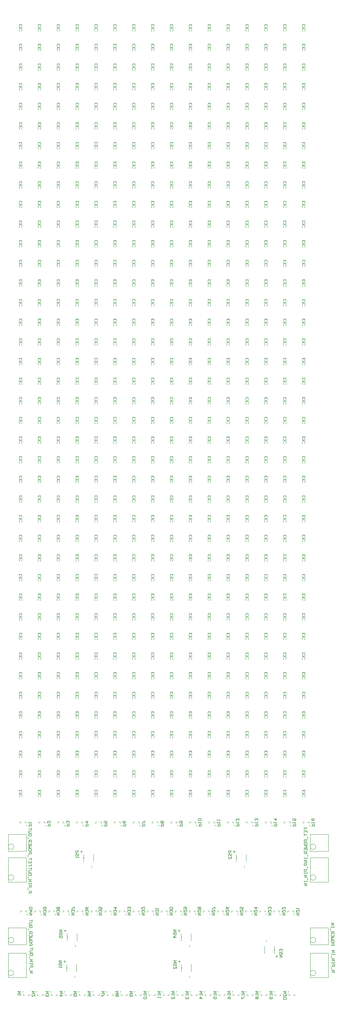
<source format=gbo>
G04 Layer_Color=32896*
%FSLAX25Y25*%
%MOIN*%
G70*
G01*
G75*
%ADD11C,0.01000*%
%ADD28C,0.00984*%
%ADD29C,0.00787*%
%ADD30C,0.00600*%
%ADD31C,0.00591*%
%ADD32C,0.00781*%
%ADD33R,0.02000X0.00701*%
%ADD34R,0.01862X0.00787*%
D11*
X4682050Y2412050D02*
X4676052D01*
Y2409051D01*
X4677052Y2408051D01*
X4679051D01*
X4680051Y2409051D01*
Y2412050D01*
X4677052Y2402053D02*
X4676052Y2403053D01*
Y2405052D01*
X4677052Y2406052D01*
X4678051D01*
X4679051Y2405052D01*
Y2403053D01*
X4680051Y2402053D01*
X4681050D01*
X4682050Y2403053D01*
Y2405052D01*
X4681050Y2406052D01*
X4682050Y2396055D02*
Y2400054D01*
X4678051Y2396055D01*
X4677052D01*
X4676052Y2397055D01*
Y2399054D01*
X4677052Y2400054D01*
X4374550Y2412050D02*
X4368552D01*
Y2409051D01*
X4369551Y2408051D01*
X4371551D01*
X4372551Y2409051D01*
Y2412050D01*
X4369551Y2402053D02*
X4368552Y2403053D01*
Y2405052D01*
X4369551Y2406052D01*
X4370551D01*
X4371551Y2405052D01*
Y2403053D01*
X4372551Y2402053D01*
X4373550D01*
X4374550Y2403053D01*
Y2405052D01*
X4373550Y2406052D01*
X4374550Y2400054D02*
Y2398055D01*
Y2399054D01*
X4368552D01*
X4369551Y2400054D01*
X4341550Y2253050D02*
X4335552D01*
X4341550Y2249051D01*
X4335552D01*
X4336552Y2243053D02*
X4335552Y2244053D01*
Y2246052D01*
X4336552Y2247052D01*
X4337551D01*
X4338551Y2246052D01*
Y2244053D01*
X4339551Y2243053D01*
X4340550D01*
X4341550Y2244053D01*
Y2246052D01*
X4340550Y2247052D01*
X4335552Y2237055D02*
Y2241054D01*
X4338551D01*
X4337551Y2239054D01*
Y2238055D01*
X4338551Y2237055D01*
X4340550D01*
X4341550Y2238055D01*
Y2240054D01*
X4340550Y2241054D01*
X4571050Y2253050D02*
X4565052D01*
X4571050Y2249051D01*
X4565052D01*
X4566051Y2243053D02*
X4565052Y2244053D01*
Y2246052D01*
X4566051Y2247052D01*
X4567051D01*
X4568051Y2246052D01*
Y2244053D01*
X4569051Y2243053D01*
X4570050D01*
X4571050Y2244053D01*
Y2246052D01*
X4570050Y2247052D01*
X4571050Y2238055D02*
X4565052D01*
X4568051Y2241054D01*
Y2237055D01*
X4778950Y2198450D02*
X4784948D01*
X4778950Y2202449D01*
X4784948D01*
X4783949Y2208447D02*
X4784948Y2207447D01*
Y2205448D01*
X4783949Y2204448D01*
X4782949D01*
X4781949Y2205448D01*
Y2207447D01*
X4780949Y2208447D01*
X4779950D01*
X4778950Y2207447D01*
Y2205448D01*
X4779950Y2204448D01*
X4783949Y2210446D02*
X4784948Y2211446D01*
Y2213445D01*
X4783949Y2214445D01*
X4782949D01*
X4781949Y2213445D01*
Y2212445D01*
Y2213445D01*
X4780949Y2214445D01*
X4779950D01*
X4778950Y2213445D01*
Y2211446D01*
X4779950Y2210446D01*
X4571550Y2191050D02*
X4565552D01*
X4571550Y2187051D01*
X4565552D01*
X4566552Y2181053D02*
X4565552Y2182053D01*
Y2184052D01*
X4566552Y2185052D01*
X4567551D01*
X4568551Y2184052D01*
Y2182053D01*
X4569551Y2181053D01*
X4570550D01*
X4571550Y2182053D01*
Y2184052D01*
X4570550Y2185052D01*
X4571550Y2175055D02*
Y2179054D01*
X4567551Y2175055D01*
X4566552D01*
X4565552Y2176055D01*
Y2178054D01*
X4566552Y2179054D01*
X4340550Y2191050D02*
X4334552D01*
X4340550Y2187051D01*
X4334552D01*
X4335551Y2181053D02*
X4334552Y2182053D01*
Y2184052D01*
X4335551Y2185052D01*
X4336551D01*
X4337551Y2184052D01*
Y2182053D01*
X4338551Y2181053D01*
X4339550D01*
X4340550Y2182053D01*
Y2184052D01*
X4339550Y2185052D01*
X4340550Y2179054D02*
Y2177054D01*
Y2178054D01*
X4334552D01*
X4335551Y2179054D01*
X4279498Y2385999D02*
Y2382000D01*
X4276499D01*
Y2383999D01*
Y2382000D01*
X4273500D01*
X4279498Y2391997D02*
Y2387998D01*
X4273500D01*
Y2391997D01*
X4276499Y2387998D02*
Y2389997D01*
X4279498Y2393996D02*
Y2397995D01*
Y2395996D01*
X4273500D01*
X4272500Y2399994D02*
Y2403993D01*
X4273500Y2405992D02*
X4279498D01*
Y2408991D01*
X4278498Y2409991D01*
X4276499D01*
X4275499Y2408991D01*
Y2405992D01*
X4279498Y2414989D02*
Y2412990D01*
X4278498Y2411990D01*
X4274500D01*
X4273500Y2412990D01*
Y2414989D01*
X4274500Y2415989D01*
X4278498D01*
X4279498Y2414989D01*
Y2417988D02*
X4273500D01*
X4275499Y2419988D01*
X4273500Y2421987D01*
X4279498D01*
Y2427985D02*
Y2423986D01*
X4273500D01*
Y2427985D01*
X4276499Y2423986D02*
Y2425986D01*
X4273500Y2429984D02*
X4279498D01*
Y2432984D01*
X4278498Y2433983D01*
X4276499D01*
X4275499Y2432984D01*
Y2429984D01*
Y2431984D02*
X4273500Y2433983D01*
X4272500Y2435983D02*
Y2439981D01*
X4279498Y2444980D02*
Y2442980D01*
X4278498Y2441981D01*
X4274500D01*
X4273500Y2442980D01*
Y2444980D01*
X4274500Y2445979D01*
X4278498D01*
X4279498Y2444980D01*
Y2447979D02*
X4274500D01*
X4273500Y2448978D01*
Y2450978D01*
X4274500Y2451977D01*
X4279498D01*
Y2453977D02*
Y2457975D01*
Y2455976D01*
X4273500D01*
X4828502Y2454501D02*
Y2458500D01*
X4831501D01*
Y2456501D01*
Y2458500D01*
X4834500D01*
X4828502Y2448503D02*
Y2452502D01*
X4834500D01*
Y2448503D01*
X4831501Y2452502D02*
Y2450503D01*
X4828502Y2446504D02*
Y2442505D01*
Y2444505D01*
X4834500D01*
X4835500Y2440506D02*
Y2436507D01*
X4834500Y2434508D02*
X4828502D01*
Y2431509D01*
X4829502Y2430509D01*
X4831501D01*
X4832501Y2431509D01*
Y2434508D01*
X4828502Y2425511D02*
Y2427510D01*
X4829502Y2428510D01*
X4833500D01*
X4834500Y2427510D01*
Y2425511D01*
X4833500Y2424511D01*
X4829502D01*
X4828502Y2425511D01*
Y2422512D02*
X4834500D01*
X4832501Y2420512D01*
X4834500Y2418513D01*
X4828502D01*
Y2412515D02*
Y2416514D01*
X4834500D01*
Y2412515D01*
X4831501Y2416514D02*
Y2414514D01*
X4834500Y2410516D02*
X4828502D01*
Y2407516D01*
X4829502Y2406517D01*
X4831501D01*
X4832501Y2407516D01*
Y2410516D01*
Y2408516D02*
X4834500Y2406517D01*
X4835500Y2404518D02*
Y2400519D01*
X4828502Y2398519D02*
Y2396520D01*
Y2397520D01*
X4834500D01*
Y2398519D01*
Y2396520D01*
Y2393521D02*
X4828502D01*
X4834500Y2389522D01*
X4828502D01*
X4257850Y2129350D02*
X4251852D01*
X4257850Y2125351D01*
X4251852D01*
X4257850Y2123352D02*
Y2121353D01*
Y2122352D01*
X4251852D01*
X4252851Y2123352D01*
X4286008Y2129350D02*
X4280010D01*
X4286008Y2125351D01*
X4280010D01*
X4286008Y2119353D02*
Y2123352D01*
X4282009Y2119353D01*
X4281010D01*
X4280010Y2120353D01*
Y2122352D01*
X4281010Y2123352D01*
X4314166Y2129350D02*
X4308168D01*
X4314166Y2125351D01*
X4308168D01*
X4309167Y2123352D02*
X4308168Y2122352D01*
Y2120353D01*
X4309167Y2119353D01*
X4310167D01*
X4311167Y2120353D01*
Y2121353D01*
Y2120353D01*
X4312166Y2119353D01*
X4313166D01*
X4314166Y2120353D01*
Y2122352D01*
X4313166Y2123352D01*
X4342324Y2129350D02*
X4336325D01*
X4342324Y2125351D01*
X4336325D01*
X4342324Y2120353D02*
X4336325D01*
X4339325Y2123352D01*
Y2119353D01*
X4370481Y2129350D02*
X4364484D01*
X4370481Y2125351D01*
X4364484D01*
Y2119353D02*
Y2123352D01*
X4367482D01*
X4366483Y2121353D01*
Y2120353D01*
X4367482Y2119353D01*
X4369482D01*
X4370481Y2120353D01*
Y2122352D01*
X4369482Y2123352D01*
X4398639Y2129350D02*
X4392641D01*
X4398639Y2125351D01*
X4392641D01*
Y2119353D02*
X4393641Y2121353D01*
X4395641Y2123352D01*
X4397640D01*
X4398639Y2122352D01*
Y2120353D01*
X4397640Y2119353D01*
X4396640D01*
X4395641Y2120353D01*
Y2123352D01*
X4426797Y2129350D02*
X4420799D01*
X4426797Y2125351D01*
X4420799D01*
Y2123352D02*
Y2119353D01*
X4421799D01*
X4425798Y2123352D01*
X4426797D01*
X4454955Y2129350D02*
X4448957D01*
X4454955Y2125351D01*
X4448957D01*
X4449957Y2123352D02*
X4448957Y2122352D01*
Y2120353D01*
X4449957Y2119353D01*
X4450956D01*
X4451956Y2120353D01*
X4452956Y2119353D01*
X4453955D01*
X4454955Y2120353D01*
Y2122352D01*
X4453955Y2123352D01*
X4452956D01*
X4451956Y2122352D01*
X4450956Y2123352D01*
X4449957D01*
X4451956Y2122352D02*
Y2120353D01*
X4483113Y2129350D02*
X4477115D01*
X4483113Y2125351D01*
X4477115D01*
X4482113Y2123352D02*
X4483113Y2122352D01*
Y2120353D01*
X4482113Y2119353D01*
X4478115D01*
X4477115Y2120353D01*
Y2122352D01*
X4478115Y2123352D01*
X4479115D01*
X4480114Y2122352D01*
Y2119353D01*
X4511271Y2129350D02*
X4505273D01*
X4511271Y2125351D01*
X4505273D01*
X4511271Y2123352D02*
Y2121353D01*
Y2122352D01*
X4505273D01*
X4506273Y2123352D01*
Y2118354D02*
X4505273Y2117354D01*
Y2115355D01*
X4506273Y2114355D01*
X4510271D01*
X4511271Y2115355D01*
Y2117354D01*
X4510271Y2118354D01*
X4506273D01*
X4539429Y2129350D02*
X4533431D01*
X4539429Y2125351D01*
X4533431D01*
X4539429Y2123352D02*
Y2121353D01*
Y2122352D01*
X4533431D01*
X4534430Y2123352D01*
X4539429Y2118354D02*
Y2116354D01*
Y2117354D01*
X4533431D01*
X4534430Y2118354D01*
X4567587Y2129350D02*
X4561589D01*
X4567587Y2125351D01*
X4561589D01*
X4567587Y2123352D02*
Y2121353D01*
Y2122352D01*
X4561589D01*
X4562589Y2123352D01*
X4567587Y2114355D02*
Y2118354D01*
X4563588Y2114355D01*
X4562589D01*
X4561589Y2115355D01*
Y2117354D01*
X4562589Y2118354D01*
X4595745Y2129350D02*
X4589746D01*
X4595745Y2125351D01*
X4589746D01*
X4595745Y2123352D02*
Y2121353D01*
Y2122352D01*
X4589746D01*
X4590746Y2123352D01*
Y2118354D02*
X4589746Y2117354D01*
Y2115355D01*
X4590746Y2114355D01*
X4591746D01*
X4592746Y2115355D01*
Y2116354D01*
Y2115355D01*
X4593745Y2114355D01*
X4594745D01*
X4595745Y2115355D01*
Y2117354D01*
X4594745Y2118354D01*
X4623903Y2129350D02*
X4617905D01*
X4623903Y2125351D01*
X4617905D01*
X4623903Y2123352D02*
Y2121353D01*
Y2122352D01*
X4617905D01*
X4618904Y2123352D01*
X4623903Y2115355D02*
X4617905D01*
X4620903Y2118354D01*
Y2114355D01*
X4652060Y2129350D02*
X4646062D01*
X4652060Y2125351D01*
X4646062D01*
X4652060Y2123352D02*
Y2121353D01*
Y2122352D01*
X4646062D01*
X4647062Y2123352D01*
X4646062Y2114355D02*
Y2118354D01*
X4649062D01*
X4648062Y2116354D01*
Y2115355D01*
X4649062Y2114355D01*
X4651061D01*
X4652060Y2115355D01*
Y2117354D01*
X4651061Y2118354D01*
X4680218Y2129350D02*
X4674220D01*
X4680218Y2125351D01*
X4674220D01*
X4680218Y2123352D02*
Y2121353D01*
Y2122352D01*
X4674220D01*
X4675220Y2123352D01*
X4674220Y2114355D02*
X4675220Y2116354D01*
X4677219Y2118354D01*
X4679219D01*
X4680218Y2117354D01*
Y2115355D01*
X4679219Y2114355D01*
X4678219D01*
X4677219Y2115355D01*
Y2118354D01*
X4708376Y2129350D02*
X4702378D01*
X4708376Y2125351D01*
X4702378D01*
X4708376Y2123352D02*
Y2121353D01*
Y2122352D01*
X4702378D01*
X4703378Y2123352D01*
X4702378Y2118354D02*
Y2114355D01*
X4703378D01*
X4707376Y2118354D01*
X4708376D01*
X4736534Y2129350D02*
X4730536D01*
X4736534Y2125351D01*
X4730536D01*
X4736534Y2123352D02*
Y2121353D01*
Y2122352D01*
X4730536D01*
X4731536Y2123352D01*
Y2118354D02*
X4730536Y2117354D01*
Y2115355D01*
X4731536Y2114355D01*
X4732536D01*
X4733535Y2115355D01*
X4734535Y2114355D01*
X4735534D01*
X4736534Y2115355D01*
Y2117354D01*
X4735534Y2118354D01*
X4734535D01*
X4733535Y2117354D01*
X4732536Y2118354D01*
X4731536D01*
X4733535Y2117354D02*
Y2115355D01*
X4764692Y2129350D02*
X4758694D01*
X4764692Y2125351D01*
X4758694D01*
X4764692Y2123352D02*
Y2121353D01*
Y2122352D01*
X4758694D01*
X4759694Y2123352D01*
X4763692Y2118354D02*
X4764692Y2117354D01*
Y2115355D01*
X4763692Y2114355D01*
X4759694D01*
X4758694Y2115355D01*
Y2117354D01*
X4759694Y2118354D01*
X4760693D01*
X4761693Y2117354D01*
Y2114355D01*
X4792850Y2129350D02*
X4786852D01*
X4792850Y2125351D01*
X4786852D01*
X4792850Y2119353D02*
Y2123352D01*
X4788851Y2119353D01*
X4787851D01*
X4786852Y2120353D01*
Y2122352D01*
X4787851Y2123352D01*
Y2117354D02*
X4786852Y2116354D01*
Y2114355D01*
X4787851Y2113355D01*
X4791850D01*
X4792850Y2114355D01*
Y2116354D01*
X4791850Y2117354D01*
X4787851D01*
X4812671Y2283150D02*
X4818669D01*
X4812671Y2287149D01*
X4818669D01*
X4812671Y2293147D02*
Y2289148D01*
X4816670Y2293147D01*
X4817669D01*
X4818669Y2292147D01*
Y2290148D01*
X4817669Y2289148D01*
X4812671Y2295146D02*
Y2297145D01*
Y2296146D01*
X4818669D01*
X4817669Y2295146D01*
X4784369Y2283150D02*
X4790367D01*
X4784369Y2287149D01*
X4790367D01*
X4784369Y2293147D02*
Y2289148D01*
X4788367Y2293147D01*
X4789367D01*
X4790367Y2292147D01*
Y2290148D01*
X4789367Y2289148D01*
X4784369Y2299145D02*
Y2295146D01*
X4788367Y2299145D01*
X4789367D01*
X4790367Y2298145D01*
Y2296146D01*
X4789367Y2295146D01*
X4756067Y2283150D02*
X4762065D01*
X4756067Y2287149D01*
X4762065D01*
X4756067Y2293147D02*
Y2289148D01*
X4760065Y2293147D01*
X4761065D01*
X4762065Y2292147D01*
Y2290148D01*
X4761065Y2289148D01*
Y2295146D02*
X4762065Y2296146D01*
Y2298145D01*
X4761065Y2299145D01*
X4760065D01*
X4759066Y2298145D01*
Y2297145D01*
Y2298145D01*
X4758066Y2299145D01*
X4757066D01*
X4756067Y2298145D01*
Y2296146D01*
X4757066Y2295146D01*
X4727765Y2283150D02*
X4733763D01*
X4727765Y2287149D01*
X4733763D01*
X4727765Y2293147D02*
Y2289148D01*
X4731763Y2293147D01*
X4732763D01*
X4733763Y2292147D01*
Y2290148D01*
X4732763Y2289148D01*
X4727765Y2298145D02*
X4733763D01*
X4730764Y2295146D01*
Y2299145D01*
X4699463Y2283150D02*
X4705461D01*
X4699463Y2287149D01*
X4705461D01*
X4699463Y2293147D02*
Y2289148D01*
X4703461Y2293147D01*
X4704461D01*
X4705461Y2292147D01*
Y2290148D01*
X4704461Y2289148D01*
X4705461Y2299145D02*
Y2295146D01*
X4702462D01*
X4703461Y2297145D01*
Y2298145D01*
X4702462Y2299145D01*
X4700462D01*
X4699463Y2298145D01*
Y2296146D01*
X4700462Y2295146D01*
X4671161Y2283150D02*
X4677159D01*
X4671161Y2287149D01*
X4677159D01*
X4671161Y2293147D02*
Y2289148D01*
X4675159Y2293147D01*
X4676159D01*
X4677159Y2292147D01*
Y2290148D01*
X4676159Y2289148D01*
X4677159Y2299145D02*
X4676159Y2297145D01*
X4674160Y2295146D01*
X4672160D01*
X4671161Y2296146D01*
Y2298145D01*
X4672160Y2299145D01*
X4673160D01*
X4674160Y2298145D01*
Y2295146D01*
X4642859Y2283150D02*
X4648856D01*
X4642859Y2287149D01*
X4648856D01*
X4642859Y2293147D02*
Y2289148D01*
X4646857Y2293147D01*
X4647857D01*
X4648856Y2292147D01*
Y2290148D01*
X4647857Y2289148D01*
X4648856Y2295146D02*
Y2299145D01*
X4647857D01*
X4643858Y2295146D01*
X4642859D01*
X4614556Y2283150D02*
X4620554D01*
X4614556Y2287149D01*
X4620554D01*
X4614556Y2293147D02*
Y2289148D01*
X4618555Y2293147D01*
X4619555D01*
X4620554Y2292147D01*
Y2290148D01*
X4619555Y2289148D01*
Y2295146D02*
X4620554Y2296146D01*
Y2298145D01*
X4619555Y2299145D01*
X4618555D01*
X4617555Y2298145D01*
X4616556Y2299145D01*
X4615556D01*
X4614556Y2298145D01*
Y2296146D01*
X4615556Y2295146D01*
X4616556D01*
X4617555Y2296146D01*
X4618555Y2295146D01*
X4619555D01*
X4617555Y2296146D02*
Y2298145D01*
X4586254Y2283150D02*
X4592252D01*
X4586254Y2287149D01*
X4592252D01*
X4586254Y2293147D02*
Y2289148D01*
X4590253Y2293147D01*
X4591253D01*
X4592252Y2292147D01*
Y2290148D01*
X4591253Y2289148D01*
X4587254Y2295146D02*
X4586254Y2296146D01*
Y2298145D01*
X4587254Y2299145D01*
X4591253D01*
X4592252Y2298145D01*
Y2296146D01*
X4591253Y2295146D01*
X4590253D01*
X4589253Y2296146D01*
Y2299145D01*
X4557952Y2283150D02*
X4563950D01*
X4557952Y2287149D01*
X4563950D01*
X4562951Y2289148D02*
X4563950Y2290148D01*
Y2292147D01*
X4562951Y2293147D01*
X4561951D01*
X4560951Y2292147D01*
Y2291147D01*
Y2292147D01*
X4559951Y2293147D01*
X4558952D01*
X4557952Y2292147D01*
Y2290148D01*
X4558952Y2289148D01*
X4562951Y2295146D02*
X4563950Y2296146D01*
Y2298145D01*
X4562951Y2299145D01*
X4558952D01*
X4557952Y2298145D01*
Y2296146D01*
X4558952Y2295146D01*
X4562951D01*
X4529650Y2283150D02*
X4535648D01*
X4529650Y2287149D01*
X4535648D01*
X4534649Y2289148D02*
X4535648Y2290148D01*
Y2292147D01*
X4534649Y2293147D01*
X4533649D01*
X4532649Y2292147D01*
Y2291147D01*
Y2292147D01*
X4531649Y2293147D01*
X4530650D01*
X4529650Y2292147D01*
Y2290148D01*
X4530650Y2289148D01*
X4529650Y2295146D02*
Y2297145D01*
Y2296146D01*
X4535648D01*
X4534649Y2295146D01*
X4501348Y2283150D02*
X4507346D01*
X4501348Y2287149D01*
X4507346D01*
X4506346Y2289148D02*
X4507346Y2290148D01*
Y2292147D01*
X4506346Y2293147D01*
X4505347D01*
X4504347Y2292147D01*
Y2291147D01*
Y2292147D01*
X4503347Y2293147D01*
X4502348D01*
X4501348Y2292147D01*
Y2290148D01*
X4502348Y2289148D01*
X4501348Y2299145D02*
Y2295146D01*
X4505347Y2299145D01*
X4506346D01*
X4507346Y2298145D01*
Y2296146D01*
X4506346Y2295146D01*
X4473046Y2283150D02*
X4479044D01*
X4473046Y2287149D01*
X4479044D01*
X4478044Y2289148D02*
X4479044Y2290148D01*
Y2292147D01*
X4478044Y2293147D01*
X4477045D01*
X4476045Y2292147D01*
Y2291147D01*
Y2292147D01*
X4475045Y2293147D01*
X4474046D01*
X4473046Y2292147D01*
Y2290148D01*
X4474046Y2289148D01*
X4478044Y2295146D02*
X4479044Y2296146D01*
Y2298145D01*
X4478044Y2299145D01*
X4477045D01*
X4476045Y2298145D01*
Y2297145D01*
Y2298145D01*
X4475045Y2299145D01*
X4474046D01*
X4473046Y2298145D01*
Y2296146D01*
X4474046Y2295146D01*
X4444744Y2283150D02*
X4450742D01*
X4444744Y2287149D01*
X4450742D01*
X4449742Y2289148D02*
X4450742Y2290148D01*
Y2292147D01*
X4449742Y2293147D01*
X4448742D01*
X4447743Y2292147D01*
Y2291147D01*
Y2292147D01*
X4446743Y2293147D01*
X4445744D01*
X4444744Y2292147D01*
Y2290148D01*
X4445744Y2289148D01*
X4444744Y2298145D02*
X4450742D01*
X4447743Y2295146D01*
Y2299145D01*
X4388139Y2283150D02*
X4394138D01*
X4388139Y2287149D01*
X4394138D01*
X4393138Y2289148D02*
X4394138Y2290148D01*
Y2292147D01*
X4393138Y2293147D01*
X4392138D01*
X4391138Y2292147D01*
Y2291147D01*
Y2292147D01*
X4390139Y2293147D01*
X4389139D01*
X4388139Y2292147D01*
Y2290148D01*
X4389139Y2289148D01*
X4394138Y2299145D02*
X4393138Y2297145D01*
X4391138Y2295146D01*
X4389139D01*
X4388139Y2296146D01*
Y2298145D01*
X4389139Y2299145D01*
X4390139D01*
X4391138Y2298145D01*
Y2295146D01*
X4359837Y2283150D02*
X4365836D01*
X4359837Y2287149D01*
X4365836D01*
X4364836Y2289148D02*
X4365836Y2290148D01*
Y2292147D01*
X4364836Y2293147D01*
X4363836D01*
X4362836Y2292147D01*
Y2291147D01*
Y2292147D01*
X4361837Y2293147D01*
X4360837D01*
X4359837Y2292147D01*
Y2290148D01*
X4360837Y2289148D01*
X4365836Y2295146D02*
Y2299145D01*
X4364836D01*
X4360837Y2295146D01*
X4359837D01*
X4330281Y2283016D02*
X4336279D01*
X4330281Y2287015D01*
X4336279D01*
X4335279Y2289014D02*
X4336279Y2290014D01*
Y2292013D01*
X4335279Y2293012D01*
X4334280D01*
X4333280Y2292013D01*
Y2291013D01*
Y2292013D01*
X4332280Y2293012D01*
X4331281D01*
X4330281Y2292013D01*
Y2290014D01*
X4331281Y2289014D01*
X4335279Y2295012D02*
X4336279Y2296012D01*
Y2298011D01*
X4335279Y2299011D01*
X4334280D01*
X4333280Y2298011D01*
X4332280Y2299011D01*
X4331281D01*
X4330281Y2298011D01*
Y2296012D01*
X4331281Y2295012D01*
X4332280D01*
X4333280Y2296012D01*
X4334280Y2295012D01*
X4335279D01*
X4333280Y2296012D02*
Y2298011D01*
X4303233Y2283150D02*
X4309231D01*
X4303233Y2287149D01*
X4309231D01*
X4308232Y2289148D02*
X4309231Y2290148D01*
Y2292147D01*
X4308232Y2293147D01*
X4307232D01*
X4306232Y2292147D01*
Y2291147D01*
Y2292147D01*
X4305233Y2293147D01*
X4304233D01*
X4303233Y2292147D01*
Y2290148D01*
X4304233Y2289148D01*
Y2295146D02*
X4303233Y2296146D01*
Y2298145D01*
X4304233Y2299145D01*
X4308232D01*
X4309231Y2298145D01*
Y2296146D01*
X4308232Y2295146D01*
X4307232D01*
X4306232Y2296146D01*
Y2299145D01*
X4274931Y2283150D02*
X4280929D01*
X4274931Y2287149D01*
X4280929D01*
X4274931Y2292147D02*
X4280929D01*
X4277930Y2289148D01*
Y2293147D01*
X4279929Y2295146D02*
X4280929Y2296146D01*
Y2298145D01*
X4279929Y2299145D01*
X4275931D01*
X4274931Y2298145D01*
Y2296146D01*
X4275931Y2295146D01*
X4279929D01*
X4276000Y2166500D02*
X4281998D01*
X4276000Y2170499D01*
X4281998D01*
X4275000Y2172498D02*
Y2176497D01*
X4276000Y2178496D02*
X4281998D01*
Y2181495D01*
X4280998Y2182495D01*
X4278999D01*
X4277999Y2181495D01*
Y2178496D01*
X4281998Y2184494D02*
Y2186493D01*
Y2185494D01*
X4276000D01*
Y2184494D01*
Y2186493D01*
Y2189493D02*
X4281998D01*
X4276000Y2193491D01*
X4281998D01*
X4275000Y2195491D02*
Y2199489D01*
X4281998Y2204488D02*
Y2202488D01*
X4280998Y2201489D01*
X4277000D01*
X4276000Y2202488D01*
Y2204488D01*
X4277000Y2205487D01*
X4280998D01*
X4281998Y2204488D01*
Y2207487D02*
X4277000D01*
X4276000Y2208486D01*
Y2210486D01*
X4277000Y2211485D01*
X4281998D01*
Y2213485D02*
Y2217484D01*
Y2215484D01*
X4276000D01*
X4884000Y2168000D02*
X4889998D01*
X4884000Y2171999D01*
X4889998D01*
X4883000Y2173998D02*
Y2177997D01*
X4884000Y2179996D02*
X4889998D01*
Y2182995D01*
X4888998Y2183995D01*
X4886999D01*
X4885999Y2182995D01*
Y2179996D01*
X4889998Y2185994D02*
Y2187993D01*
Y2186994D01*
X4884000D01*
Y2185994D01*
Y2187993D01*
Y2190993D02*
X4889998D01*
X4884000Y2194991D01*
X4889998D01*
X4883000Y2196991D02*
Y2200989D01*
X4889998Y2202989D02*
Y2204988D01*
Y2203988D01*
X4884000D01*
Y2202989D01*
Y2204988D01*
Y2207987D02*
X4889998D01*
X4884000Y2211986D01*
X4889998D01*
X4273650Y2462150D02*
X4279648D01*
Y2465149D01*
X4278648Y2466149D01*
X4276649D01*
X4275649Y2465149D01*
Y2462150D01*
X4273650Y2468148D02*
Y2470147D01*
Y2469148D01*
X4279648D01*
X4278648Y2468148D01*
X4311650Y2462150D02*
X4317648D01*
Y2465149D01*
X4316648Y2466149D01*
X4314649D01*
X4313649Y2465149D01*
Y2462150D01*
X4311650Y2472147D02*
Y2468148D01*
X4315649Y2472147D01*
X4316648D01*
X4317648Y2471147D01*
Y2469148D01*
X4316648Y2468148D01*
X4349650Y2462150D02*
X4355648D01*
Y2465149D01*
X4354649Y2466149D01*
X4352649D01*
X4351649Y2465149D01*
Y2462150D01*
X4354649Y2468148D02*
X4355648Y2469148D01*
Y2471147D01*
X4354649Y2472147D01*
X4353649D01*
X4352649Y2471147D01*
Y2470147D01*
Y2471147D01*
X4351649Y2472147D01*
X4350650D01*
X4349650Y2471147D01*
Y2469148D01*
X4350650Y2468148D01*
X4387650Y2462150D02*
X4393648D01*
Y2465149D01*
X4392648Y2466149D01*
X4390649D01*
X4389649Y2465149D01*
Y2462150D01*
X4387650Y2471147D02*
X4393648D01*
X4390649Y2468148D01*
Y2472147D01*
X4425650Y2462150D02*
X4431648D01*
Y2465149D01*
X4430648Y2466149D01*
X4428649D01*
X4427649Y2465149D01*
Y2462150D01*
X4431648Y2472147D02*
Y2468148D01*
X4428649D01*
X4429649Y2470147D01*
Y2471147D01*
X4428649Y2472147D01*
X4426650D01*
X4425650Y2471147D01*
Y2469148D01*
X4426650Y2468148D01*
X4463650Y2462150D02*
X4469648D01*
Y2465149D01*
X4468649Y2466149D01*
X4466649D01*
X4465649Y2465149D01*
Y2462150D01*
X4469648Y2472147D02*
X4468649Y2470147D01*
X4466649Y2468148D01*
X4464650D01*
X4463650Y2469148D01*
Y2471147D01*
X4464650Y2472147D01*
X4465649D01*
X4466649Y2471147D01*
Y2468148D01*
X4501650Y2462150D02*
X4507648D01*
Y2465149D01*
X4506648Y2466149D01*
X4504649D01*
X4503649Y2465149D01*
Y2462150D01*
X4507648Y2468148D02*
Y2472147D01*
X4506648D01*
X4502650Y2468148D01*
X4501650D01*
X4539650Y2462150D02*
X4545648D01*
Y2465149D01*
X4544648Y2466149D01*
X4542649D01*
X4541649Y2465149D01*
Y2462150D01*
X4544648Y2468148D02*
X4545648Y2469148D01*
Y2471147D01*
X4544648Y2472147D01*
X4543649D01*
X4542649Y2471147D01*
X4541649Y2472147D01*
X4540650D01*
X4539650Y2471147D01*
Y2469148D01*
X4540650Y2468148D01*
X4541649D01*
X4542649Y2469148D01*
X4543649Y2468148D01*
X4544648D01*
X4542649Y2469148D02*
Y2471147D01*
X4577650Y2462150D02*
X4583648D01*
Y2465149D01*
X4582648Y2466149D01*
X4580649D01*
X4579649Y2465149D01*
Y2462150D01*
X4578650Y2468148D02*
X4577650Y2469148D01*
Y2471147D01*
X4578650Y2472147D01*
X4582648D01*
X4583648Y2471147D01*
Y2469148D01*
X4582648Y2468148D01*
X4581649D01*
X4580649Y2469148D01*
Y2472147D01*
X4615650Y2462150D02*
X4621648D01*
Y2465149D01*
X4620649Y2466149D01*
X4618649D01*
X4617649Y2465149D01*
Y2462150D01*
X4615650Y2468148D02*
Y2470147D01*
Y2469148D01*
X4621648D01*
X4620649Y2468148D01*
Y2473146D02*
X4621648Y2474146D01*
Y2476146D01*
X4620649Y2477145D01*
X4616650D01*
X4615650Y2476146D01*
Y2474146D01*
X4616650Y2473146D01*
X4620649D01*
X4653650Y2462150D02*
X4659648D01*
Y2465149D01*
X4658648Y2466149D01*
X4656649D01*
X4655649Y2465149D01*
Y2462150D01*
X4653650Y2468148D02*
Y2470147D01*
Y2469148D01*
X4659648D01*
X4658648Y2468148D01*
X4653650Y2473146D02*
Y2475146D01*
Y2474146D01*
X4659648D01*
X4658648Y2473146D01*
X4691650Y2462150D02*
X4697648D01*
Y2465149D01*
X4696648Y2466149D01*
X4694649D01*
X4693649Y2465149D01*
Y2462150D01*
X4691650Y2468148D02*
Y2470147D01*
Y2469148D01*
X4697648D01*
X4696648Y2468148D01*
X4691650Y2477145D02*
Y2473146D01*
X4695649Y2477145D01*
X4696648D01*
X4697648Y2476146D01*
Y2474146D01*
X4696648Y2473146D01*
X4729650Y2462150D02*
X4735648D01*
Y2465149D01*
X4734649Y2466149D01*
X4732649D01*
X4731649Y2465149D01*
Y2462150D01*
X4729650Y2468148D02*
Y2470147D01*
Y2469148D01*
X4735648D01*
X4734649Y2468148D01*
Y2473146D02*
X4735648Y2474146D01*
Y2476146D01*
X4734649Y2477145D01*
X4733649D01*
X4732649Y2476146D01*
Y2475146D01*
Y2476146D01*
X4731649Y2477145D01*
X4730650D01*
X4729650Y2476146D01*
Y2474146D01*
X4730650Y2473146D01*
X4767650Y2462150D02*
X4773648D01*
Y2465149D01*
X4772648Y2466149D01*
X4770649D01*
X4769649Y2465149D01*
Y2462150D01*
X4767650Y2468148D02*
Y2470147D01*
Y2469148D01*
X4773648D01*
X4772648Y2468148D01*
X4767650Y2476146D02*
X4773648D01*
X4770649Y2473146D01*
Y2477145D01*
X4805650Y2462150D02*
X4811648D01*
Y2465149D01*
X4810648Y2466149D01*
X4808649D01*
X4807649Y2465149D01*
Y2462150D01*
X4805650Y2468148D02*
Y2470147D01*
Y2469148D01*
X4811648D01*
X4810648Y2468148D01*
X4811648Y2477145D02*
Y2473146D01*
X4808649D01*
X4809649Y2475146D01*
Y2476146D01*
X4808649Y2477145D01*
X4806650D01*
X4805650Y2476146D01*
Y2474146D01*
X4806650Y2473146D01*
X4843650Y2462150D02*
X4849648D01*
Y2465149D01*
X4848648Y2466149D01*
X4846649D01*
X4845649Y2465149D01*
Y2462150D01*
X4843650Y2468148D02*
Y2470147D01*
Y2469148D01*
X4849648D01*
X4848648Y2468148D01*
X4849648Y2477145D02*
X4848648Y2475146D01*
X4846649Y2473146D01*
X4844650D01*
X4843650Y2474146D01*
Y2476146D01*
X4844650Y2477145D01*
X4845649D01*
X4846649Y2476146D01*
Y2473146D01*
X4273500Y2327500D02*
X4279498D01*
Y2330499D01*
X4278498Y2331499D01*
X4276499D01*
X4275499Y2330499D01*
Y2327500D01*
X4272500Y2333498D02*
Y2337497D01*
X4273500Y2339496D02*
X4279498D01*
Y2342495D01*
X4278498Y2343495D01*
X4276499D01*
X4275499Y2342495D01*
Y2339496D01*
X4279498Y2345494D02*
Y2347494D01*
Y2346494D01*
X4273500D01*
Y2345494D01*
Y2347494D01*
Y2350493D02*
X4279498D01*
X4273500Y2354491D01*
X4279498D01*
X4272500Y2356491D02*
Y2360489D01*
X4279498Y2365488D02*
Y2363488D01*
X4278498Y2362489D01*
X4274500D01*
X4273500Y2363488D01*
Y2365488D01*
X4274500Y2366487D01*
X4278498D01*
X4279498Y2365488D01*
Y2368487D02*
X4274500D01*
X4273500Y2369486D01*
Y2371486D01*
X4274500Y2372486D01*
X4279498D01*
Y2374485D02*
Y2378484D01*
Y2376484D01*
X4273500D01*
X4834500Y2386500D02*
X4828502D01*
Y2383501D01*
X4829502Y2382501D01*
X4831501D01*
X4832501Y2383501D01*
Y2386500D01*
X4835500Y2380502D02*
Y2376503D01*
X4834500Y2374504D02*
X4828502D01*
Y2371505D01*
X4829502Y2370505D01*
X4831501D01*
X4832501Y2371505D01*
Y2374504D01*
X4828502Y2368506D02*
Y2366507D01*
Y2367506D01*
X4834500D01*
Y2368506D01*
Y2366507D01*
Y2363507D02*
X4828502D01*
X4834500Y2359509D01*
X4828502D01*
X4835500Y2357509D02*
Y2353511D01*
X4828502Y2351511D02*
Y2349512D01*
Y2350512D01*
X4834500D01*
Y2351511D01*
Y2349512D01*
Y2346513D02*
X4828502D01*
X4834500Y2342514D01*
X4828502D01*
X4274850Y2221650D02*
X4280848D01*
Y2224649D01*
X4279848Y2225649D01*
X4277849D01*
X4276849Y2224649D01*
Y2221650D01*
X4280848Y2230647D02*
Y2228648D01*
X4279848Y2227648D01*
X4275850D01*
X4274850Y2228648D01*
Y2230647D01*
X4275850Y2231647D01*
X4279848D01*
X4280848Y2230647D01*
Y2233646D02*
X4274850D01*
X4276849Y2235645D01*
X4274850Y2237645D01*
X4280848D01*
Y2243643D02*
Y2239644D01*
X4274850D01*
Y2243643D01*
X4277849Y2239644D02*
Y2241644D01*
X4274850Y2245642D02*
X4280848D01*
Y2248641D01*
X4279848Y2249641D01*
X4277849D01*
X4276849Y2248641D01*
Y2245642D01*
Y2247642D02*
X4274850Y2249641D01*
X4273850Y2251640D02*
Y2255639D01*
X4280848Y2260637D02*
Y2258638D01*
X4279848Y2257638D01*
X4275850D01*
X4274850Y2258638D01*
Y2260637D01*
X4275850Y2261637D01*
X4279848D01*
X4280848Y2260637D01*
Y2263636D02*
X4275850D01*
X4274850Y2264636D01*
Y2266636D01*
X4275850Y2267635D01*
X4280848D01*
Y2269634D02*
Y2273633D01*
Y2271634D01*
X4274850D01*
X4882850Y2221650D02*
X4888848D01*
Y2224649D01*
X4887848Y2225649D01*
X4885849D01*
X4884849Y2224649D01*
Y2221650D01*
X4888848Y2230647D02*
Y2228648D01*
X4887848Y2227648D01*
X4883850D01*
X4882850Y2228648D01*
Y2230647D01*
X4883850Y2231647D01*
X4887848D01*
X4888848Y2230647D01*
Y2233646D02*
X4882850D01*
X4884849Y2235645D01*
X4882850Y2237645D01*
X4888848D01*
Y2243643D02*
Y2239644D01*
X4882850D01*
Y2243643D01*
X4885849Y2239644D02*
Y2241644D01*
X4882850Y2245642D02*
X4888848D01*
Y2248641D01*
X4887848Y2249641D01*
X4885849D01*
X4884849Y2248641D01*
Y2245642D01*
Y2247642D02*
X4882850Y2249641D01*
X4881850Y2251640D02*
Y2255639D01*
X4888848Y2257638D02*
Y2259638D01*
Y2258638D01*
X4882850D01*
Y2257638D01*
Y2259638D01*
Y2262637D02*
X4888848D01*
X4882850Y2266636D01*
X4888848D01*
X4415281Y2283016D02*
X4421279D01*
X4415281Y2287015D01*
X4421279D01*
X4420279Y2289014D02*
X4421279Y2290014D01*
Y2292013D01*
X4420279Y2293012D01*
X4419280D01*
X4418280Y2292013D01*
Y2291013D01*
Y2292013D01*
X4417281Y2293012D01*
X4416281D01*
X4415281Y2292013D01*
Y2290014D01*
X4416281Y2289014D01*
X4421279Y2299011D02*
Y2295012D01*
X4418280D01*
X4419280Y2297011D01*
Y2298011D01*
X4418280Y2299011D01*
X4416281D01*
X4415281Y2298011D01*
Y2296012D01*
X4416281Y2295012D01*
D28*
X4271458Y2283972D02*
G03*
X4271458Y2283972I-492J0D01*
G01*
X4299760D02*
G03*
X4299760Y2283972I-492J0D01*
G01*
X4328062D02*
G03*
X4328062Y2283972I-492J0D01*
G01*
X4356364D02*
G03*
X4356364Y2283972I-492J0D01*
G01*
X4384667D02*
G03*
X4384667Y2283972I-492J0D01*
G01*
X4441271D02*
G03*
X4441271Y2283972I-492J0D01*
G01*
X4469573D02*
G03*
X4469573Y2283972I-492J0D01*
G01*
X4497875D02*
G03*
X4497875Y2283972I-492J0D01*
G01*
X4526177D02*
G03*
X4526177Y2283972I-492J0D01*
G01*
X4554479D02*
G03*
X4554479Y2283972I-492J0D01*
G01*
X4582781D02*
G03*
X4582781Y2283972I-492J0D01*
G01*
X4611084D02*
G03*
X4611084Y2283972I-492J0D01*
G01*
X4639386D02*
G03*
X4639386Y2283972I-492J0D01*
G01*
X4667688D02*
G03*
X4667688Y2283972I-492J0D01*
G01*
X4695990D02*
G03*
X4695990Y2283972I-492J0D01*
G01*
X4724292D02*
G03*
X4724292Y2283972I-492J0D01*
G01*
X4752594D02*
G03*
X4752594Y2283972I-492J0D01*
G01*
X4780896D02*
G03*
X4780896Y2283972I-492J0D01*
G01*
X4809198D02*
G03*
X4809198Y2283972I-492J0D01*
G01*
X4797307Y2128528D02*
G03*
X4797307Y2128528I-492J0D01*
G01*
X4769149D02*
G03*
X4769149Y2128528I-492J0D01*
G01*
X4740991D02*
G03*
X4740991Y2128528I-492J0D01*
G01*
X4712833D02*
G03*
X4712833Y2128528I-492J0D01*
G01*
X4684675D02*
G03*
X4684675Y2128528I-492J0D01*
G01*
X4656517D02*
G03*
X4656517Y2128528I-492J0D01*
G01*
X4628360D02*
G03*
X4628360Y2128528I-492J0D01*
G01*
X4600202D02*
G03*
X4600202Y2128528I-492J0D01*
G01*
X4572044D02*
G03*
X4572044Y2128528I-492J0D01*
G01*
X4543886D02*
G03*
X4543886Y2128528I-492J0D01*
G01*
X4515728D02*
G03*
X4515728Y2128528I-492J0D01*
G01*
X4487570D02*
G03*
X4487570Y2128528I-492J0D01*
G01*
X4459412D02*
G03*
X4459412Y2128528I-492J0D01*
G01*
X4431255D02*
G03*
X4431255Y2128528I-492J0D01*
G01*
X4403096D02*
G03*
X4403096Y2128528I-492J0D01*
G01*
X4374939D02*
G03*
X4374939Y2128528I-492J0D01*
G01*
X4346781D02*
G03*
X4346781Y2128528I-492J0D01*
G01*
X4318623D02*
G03*
X4318623Y2128528I-492J0D01*
G01*
X4290465D02*
G03*
X4290465Y2128528I-492J0D01*
G01*
X4262307D02*
G03*
X4262307Y2128528I-492J0D01*
G01*
X4840177Y2462972D02*
G03*
X4840177Y2462972I-492J0D01*
G01*
X4802177D02*
G03*
X4802177Y2462972I-492J0D01*
G01*
X4764177D02*
G03*
X4764177Y2462972I-492J0D01*
G01*
X4726177D02*
G03*
X4726177Y2462972I-492J0D01*
G01*
X4688177D02*
G03*
X4688177Y2462972I-492J0D01*
G01*
X4650177D02*
G03*
X4650177Y2462972I-492J0D01*
G01*
X4612177D02*
G03*
X4612177Y2462972I-492J0D01*
G01*
X4574177D02*
G03*
X4574177Y2462972I-492J0D01*
G01*
X4536177D02*
G03*
X4536177Y2462972I-492J0D01*
G01*
X4498177D02*
G03*
X4498177Y2462972I-492J0D01*
G01*
X4460177D02*
G03*
X4460177Y2462972I-492J0D01*
G01*
X4422177D02*
G03*
X4422177Y2462972I-492J0D01*
G01*
X4384177D02*
G03*
X4384177Y2462972I-492J0D01*
G01*
X4346177D02*
G03*
X4346177Y2462972I-492J0D01*
G01*
X4308177D02*
G03*
X4308177Y2462972I-492J0D01*
G01*
X4270177D02*
G03*
X4270177Y2462972I-492J0D01*
G01*
X4412969Y2283972D02*
G03*
X4412969Y2283972I-492J0D01*
G01*
D29*
X4851984Y2358500D02*
G03*
X4851984Y2358500I-5484J0D01*
G01*
X4243983D02*
G03*
X4243983Y2358500I-5484J0D01*
G01*
X4851984Y2232500D02*
G03*
X4851984Y2232500I-5484J0D01*
G01*
X4243983D02*
G03*
X4243983Y2232500I-5484J0D01*
G01*
X4851984Y2166500D02*
G03*
X4851984Y2166500I-5484J0D01*
G01*
X4243983D02*
G03*
X4243983Y2166500I-5484J0D01*
G01*
X4851984Y2420500D02*
G03*
X4851984Y2420500I-5484J0D01*
G01*
X4243983D02*
G03*
X4243983Y2420500I-5484J0D01*
G01*
X4257875Y2291256D02*
X4260927D01*
X4257875Y2288106D02*
Y2291256D01*
X4266636D02*
X4269687D01*
Y2288106D02*
Y2291256D01*
X4286177D02*
X4289229D01*
X4286177Y2288106D02*
Y2291256D01*
X4294938D02*
X4297989D01*
Y2288106D02*
Y2291256D01*
X4314480D02*
X4317531D01*
X4314480Y2288106D02*
Y2291256D01*
X4323240D02*
X4326291D01*
Y2288106D02*
Y2291256D01*
X4342782D02*
X4345833D01*
X4342782Y2288106D02*
Y2291256D01*
X4351542D02*
X4354593D01*
Y2288106D02*
Y2291256D01*
X4371084D02*
X4374135D01*
X4371084Y2288106D02*
Y2291256D01*
X4379844D02*
X4382895D01*
Y2288106D02*
Y2291256D01*
X4427688D02*
X4430739D01*
X4427688Y2288106D02*
Y2291256D01*
X4436448D02*
X4439499D01*
Y2288106D02*
Y2291256D01*
X4455990D02*
X4459041D01*
X4455990Y2288106D02*
Y2291256D01*
X4464750D02*
X4467801D01*
Y2288106D02*
Y2291256D01*
X4484292D02*
X4487344D01*
X4484292Y2288106D02*
Y2291256D01*
X4493052D02*
X4496103D01*
Y2288106D02*
Y2291256D01*
X4512594D02*
X4515646D01*
X4512594Y2288106D02*
Y2291256D01*
X4521354D02*
X4524406D01*
Y2288106D02*
Y2291256D01*
X4540897D02*
X4543948D01*
X4540897Y2288106D02*
Y2291256D01*
X4549656D02*
X4552708D01*
Y2288106D02*
Y2291256D01*
X4569199D02*
X4572250D01*
X4569199Y2288106D02*
Y2291256D01*
X4577959D02*
X4581010D01*
Y2288106D02*
Y2291256D01*
X4597501D02*
X4600552D01*
X4597501Y2288106D02*
Y2291256D01*
X4606261D02*
X4609312D01*
Y2288106D02*
Y2291256D01*
X4625803D02*
X4628854D01*
X4625803Y2288106D02*
Y2291256D01*
X4634563D02*
X4637614D01*
Y2288106D02*
Y2291256D01*
X4654105D02*
X4657156D01*
X4654105Y2288106D02*
Y2291256D01*
X4662865D02*
X4665916D01*
Y2288106D02*
Y2291256D01*
X4682407D02*
X4685458D01*
X4682407Y2288106D02*
Y2291256D01*
X4691167D02*
X4694218D01*
Y2288106D02*
Y2291256D01*
X4710709D02*
X4713760D01*
X4710709Y2288106D02*
Y2291256D01*
X4719469D02*
X4722520D01*
Y2288106D02*
Y2291256D01*
X4739011D02*
X4742062D01*
X4739011Y2288106D02*
Y2291256D01*
X4747771D02*
X4750822D01*
Y2288106D02*
Y2291256D01*
X4767313D02*
X4770365D01*
X4767313Y2288106D02*
Y2291256D01*
X4776073D02*
X4779124D01*
Y2288106D02*
Y2291256D01*
X4795615D02*
X4798667D01*
X4795615Y2288106D02*
Y2291256D01*
X4804375D02*
X4807426D01*
Y2288106D02*
Y2291256D01*
X4806854Y2121244D02*
X4809905D01*
Y2124394D01*
X4798095Y2121244D02*
X4801146D01*
X4798095D02*
Y2124394D01*
X4778696Y2121244D02*
X4781747D01*
Y2124394D01*
X4769937Y2121244D02*
X4772988D01*
X4769937D02*
Y2124394D01*
X4750538Y2121244D02*
X4753590D01*
Y2124394D01*
X4741779Y2121244D02*
X4744830D01*
X4741779D02*
Y2124394D01*
X4722380Y2121244D02*
X4725432D01*
Y2124394D01*
X4713621Y2121244D02*
X4716672D01*
X4713621D02*
Y2124394D01*
X4694223Y2121244D02*
X4697274D01*
Y2124394D01*
X4685463Y2121244D02*
X4688514D01*
X4685463D02*
Y2124394D01*
X4666065Y2121244D02*
X4669116D01*
Y2124394D01*
X4657305Y2121244D02*
X4660356D01*
X4657305D02*
Y2124394D01*
X4637907Y2121244D02*
X4640958D01*
Y2124394D01*
X4629147Y2121244D02*
X4632198D01*
X4629147D02*
Y2124394D01*
X4609749Y2121244D02*
X4612800D01*
Y2124394D01*
X4600989Y2121244D02*
X4604041D01*
X4600989D02*
Y2124394D01*
X4581591Y2121244D02*
X4584642D01*
Y2124394D01*
X4572831Y2121244D02*
X4575882D01*
X4572831D02*
Y2124394D01*
X4553433Y2121244D02*
X4556484D01*
Y2124394D01*
X4544674Y2121244D02*
X4547725D01*
X4544674D02*
Y2124394D01*
X4525275Y2121244D02*
X4528326D01*
Y2124394D01*
X4516515Y2121244D02*
X4519567D01*
X4516515D02*
Y2124394D01*
X4497117Y2121244D02*
X4500169D01*
Y2124394D01*
X4488358Y2121244D02*
X4491409D01*
X4488358D02*
Y2124394D01*
X4468959Y2121244D02*
X4472011D01*
Y2124394D01*
X4460200Y2121244D02*
X4463251D01*
X4460200D02*
Y2124394D01*
X4440802Y2121244D02*
X4443853D01*
Y2124394D01*
X4432042Y2121244D02*
X4435093D01*
X4432042D02*
Y2124394D01*
X4412644Y2121244D02*
X4415695D01*
Y2124394D01*
X4403884Y2121244D02*
X4406935D01*
X4403884D02*
Y2124394D01*
X4384486Y2121244D02*
X4387537D01*
Y2124394D01*
X4375726Y2121244D02*
X4378777D01*
X4375726D02*
Y2124394D01*
X4356328Y2121244D02*
X4359379D01*
Y2124394D01*
X4347568Y2121244D02*
X4350620D01*
X4347568D02*
Y2124394D01*
X4328170Y2121244D02*
X4331221D01*
Y2124394D01*
X4319410Y2121244D02*
X4322461D01*
X4319410D02*
Y2124394D01*
X4300012Y2121244D02*
X4303064D01*
Y2124394D01*
X4291253Y2121244D02*
X4294304D01*
X4291253D02*
Y2124394D01*
X4271854Y2121244D02*
X4274906D01*
Y2124394D01*
X4263094Y2121244D02*
X4266146D01*
X4263094D02*
Y2124394D01*
X4877500Y2349000D02*
Y2398000D01*
X4841000Y2349000D02*
X4877500D01*
X4841000D02*
Y2398000D01*
X4877500D01*
X4269500Y2349000D02*
Y2398000D01*
X4233000Y2349000D02*
X4269500D01*
X4233000D02*
Y2398000D01*
X4269500D01*
X4838406Y2467106D02*
Y2470256D01*
X4835354D02*
X4838406D01*
X4826595Y2467106D02*
Y2470256D01*
X4829646D01*
X4800406Y2467106D02*
Y2470256D01*
X4797355D02*
X4800406D01*
X4788594Y2467106D02*
Y2470256D01*
X4791645D01*
X4762406Y2467106D02*
Y2470256D01*
X4759354D02*
X4762406D01*
X4750594Y2467106D02*
Y2470256D01*
X4753646D01*
X4724406Y2467106D02*
Y2470256D01*
X4721354D02*
X4724406D01*
X4712594Y2467106D02*
Y2470256D01*
X4715646D01*
X4686406Y2467106D02*
Y2470256D01*
X4683355D02*
X4686406D01*
X4674594Y2467106D02*
Y2470256D01*
X4677645D01*
X4648405Y2467106D02*
Y2470256D01*
X4645354D02*
X4648405D01*
X4636594Y2467106D02*
Y2470256D01*
X4639646D01*
X4610406Y2467106D02*
Y2470256D01*
X4607354D02*
X4610406D01*
X4598594Y2467106D02*
Y2470256D01*
X4601646D01*
X4572406Y2467106D02*
Y2470256D01*
X4569354D02*
X4572406D01*
X4560595Y2467106D02*
Y2470256D01*
X4563646D01*
X4534406Y2467106D02*
Y2470256D01*
X4531355D02*
X4534406D01*
X4522594Y2467106D02*
Y2470256D01*
X4525645D01*
X4496405Y2467106D02*
Y2470256D01*
X4493354D02*
X4496405D01*
X4484594Y2467106D02*
Y2470256D01*
X4487646D01*
X4458406Y2467106D02*
Y2470256D01*
X4455354D02*
X4458406D01*
X4446594Y2467106D02*
Y2470256D01*
X4449646D01*
X4420406Y2467106D02*
Y2470256D01*
X4417355D02*
X4420406D01*
X4408595Y2467106D02*
Y2470256D01*
X4411646D01*
X4382405Y2467106D02*
Y2470256D01*
X4379354D02*
X4382405D01*
X4370594Y2467106D02*
Y2470256D01*
X4373646D01*
X4344406Y2467106D02*
Y2470256D01*
X4341354D02*
X4344406D01*
X4332594Y2467106D02*
Y2470256D01*
X4335646D01*
X4306406Y2467106D02*
Y2470256D01*
X4303354D02*
X4306406D01*
X4294595Y2467106D02*
Y2470256D01*
X4297646D01*
X4268406Y2467106D02*
Y2470256D01*
X4265355D02*
X4268406D01*
X4256594Y2467106D02*
Y2470256D01*
X4259645D01*
X4841000Y2257000D02*
X4877500D01*
X4841000Y2223000D02*
Y2257000D01*
Y2223000D02*
X4877500D01*
Y2257000D01*
X4233000D02*
X4269500D01*
X4233000Y2223000D02*
Y2257000D01*
Y2223000D02*
X4269500D01*
Y2257000D01*
X4877500Y2157000D02*
Y2206000D01*
X4841000Y2157000D02*
X4877500D01*
X4841000D02*
Y2206000D01*
X4877500D01*
X4269500Y2157000D02*
Y2206000D01*
X4233000Y2157000D02*
X4269500D01*
X4233000D02*
Y2206000D01*
X4269500D01*
X4841000Y2445000D02*
X4877500D01*
X4841000Y2411000D02*
Y2445000D01*
Y2411000D02*
X4877500D01*
Y2445000D01*
X4233000D02*
X4269500D01*
X4233000Y2411000D02*
Y2445000D01*
Y2411000D02*
X4269500D01*
Y2445000D01*
X4399386Y2291256D02*
X4402437D01*
X4399386Y2288106D02*
Y2291256D01*
X4408146D02*
X4411197D01*
Y2288106D02*
Y2291256D01*
X4256319Y2527831D02*
X4258681D01*
X4256516Y2525862D02*
X4257106D01*
X4256516D02*
X4257500Y2527831D01*
X4258484Y2525862D01*
X4257106D02*
X4258484D01*
X4256319Y2567331D02*
X4258681D01*
X4256516Y2565362D02*
X4257106D01*
X4256516D02*
X4257500Y2567331D01*
X4258484Y2565362D01*
X4257106D02*
X4258484D01*
X4256319Y2606831D02*
X4258681D01*
X4256516Y2604862D02*
X4257106D01*
X4256516D02*
X4257500Y2606831D01*
X4258484Y2604862D01*
X4257106D02*
X4258484D01*
X4256319Y2646331D02*
X4258681D01*
X4256516Y2644362D02*
X4257106D01*
X4256516D02*
X4257500Y2646331D01*
X4258484Y2644362D01*
X4257106D02*
X4258484D01*
X4256319Y2685831D02*
X4258681D01*
X4256516Y2683862D02*
X4257106D01*
X4256516D02*
X4257500Y2685831D01*
X4258484Y2683862D01*
X4257106D02*
X4258484D01*
X4256319Y2725331D02*
X4258681D01*
X4256516Y2723362D02*
X4257106D01*
X4256516D02*
X4257500Y2725331D01*
X4258484Y2723362D01*
X4257106D02*
X4258484D01*
X4256319Y2764831D02*
X4258681D01*
X4256516Y2762862D02*
X4257106D01*
X4256516D02*
X4257500Y2764831D01*
X4258484Y2762862D01*
X4257106D02*
X4258484D01*
X4256319Y2804331D02*
X4258681D01*
X4256516Y2802362D02*
X4257106D01*
X4256516D02*
X4257500Y2804331D01*
X4258484Y2802362D01*
X4257106D02*
X4258484D01*
X4256319Y2843831D02*
X4258681D01*
X4256516Y2841862D02*
X4257106D01*
X4256516D02*
X4257500Y2843831D01*
X4258484Y2841862D01*
X4257106D02*
X4258484D01*
X4256319Y3159831D02*
X4258681D01*
X4256516Y3157862D02*
X4257106D01*
X4256516D02*
X4257500Y3159831D01*
X4258484Y3157862D01*
X4257106D02*
X4258484D01*
X4256319Y3475831D02*
X4258681D01*
X4256516Y3473862D02*
X4257106D01*
X4256516D02*
X4257500Y3475831D01*
X4258484Y3473862D01*
X4257106D02*
X4258484D01*
X4256319Y3791874D02*
X4258681D01*
X4256516Y3789906D02*
X4257106D01*
X4256516D02*
X4257500Y3791874D01*
X4258484Y3789906D01*
X4257106D02*
X4258484D01*
X4256319Y2883331D02*
X4258681D01*
X4256516Y2881362D02*
X4257106D01*
X4256516D02*
X4257500Y2883331D01*
X4258484Y2881362D01*
X4257106D02*
X4258484D01*
X4256319Y3199331D02*
X4258681D01*
X4256516Y3197362D02*
X4257106D01*
X4256516D02*
X4257500Y3199331D01*
X4258484Y3197362D01*
X4257106D02*
X4258484D01*
X4256319Y3515331D02*
X4258681D01*
X4256516Y3513362D02*
X4257106D01*
X4256516D02*
X4257500Y3515331D01*
X4258484Y3513362D01*
X4257106D02*
X4258484D01*
X4256319Y3831374D02*
X4258681D01*
X4256516Y3829406D02*
X4257106D01*
X4256516D02*
X4257500Y3831374D01*
X4258484Y3829406D01*
X4257106D02*
X4258484D01*
X4256319Y2922831D02*
X4258681D01*
X4256516Y2920862D02*
X4257106D01*
X4256516D02*
X4257500Y2922831D01*
X4258484Y2920862D01*
X4257106D02*
X4258484D01*
X4256319Y3238831D02*
X4258681D01*
X4256516Y3236862D02*
X4257106D01*
X4256516D02*
X4257500Y3238831D01*
X4258484Y3236862D01*
X4257106D02*
X4258484D01*
X4256319Y3554831D02*
X4258681D01*
X4256516Y3552862D02*
X4257106D01*
X4256516D02*
X4257500Y3554831D01*
X4258484Y3552862D01*
X4257106D02*
X4258484D01*
X4256319Y3870874D02*
X4258681D01*
X4256516Y3868906D02*
X4257106D01*
X4256516D02*
X4257500Y3870874D01*
X4258484Y3868906D01*
X4257106D02*
X4258484D01*
X4256319Y2962331D02*
X4258681D01*
X4256516Y2960362D02*
X4257106D01*
X4256516D02*
X4257500Y2962331D01*
X4258484Y2960362D01*
X4257106D02*
X4258484D01*
X4256319Y3278331D02*
X4258681D01*
X4256516Y3276362D02*
X4257106D01*
X4256516D02*
X4257500Y3278331D01*
X4258484Y3276362D01*
X4257106D02*
X4258484D01*
X4256319Y3594331D02*
X4258681D01*
X4256516Y3592362D02*
X4257106D01*
X4256516D02*
X4257500Y3594331D01*
X4258484Y3592362D01*
X4257106D02*
X4258484D01*
X4256319Y3910374D02*
X4258681D01*
X4256516Y3908406D02*
X4257106D01*
X4256516D02*
X4257500Y3910374D01*
X4258484Y3908406D01*
X4257106D02*
X4258484D01*
X4256319Y3001831D02*
X4258681D01*
X4256516Y2999862D02*
X4257106D01*
X4256516D02*
X4257500Y3001831D01*
X4258484Y2999862D01*
X4257106D02*
X4258484D01*
X4256319Y3317831D02*
X4258681D01*
X4256516Y3315862D02*
X4257106D01*
X4256516D02*
X4257500Y3317831D01*
X4258484Y3315862D01*
X4257106D02*
X4258484D01*
X4256319Y3633831D02*
X4258681D01*
X4256516Y3631862D02*
X4257106D01*
X4256516D02*
X4257500Y3633831D01*
X4258484Y3631862D01*
X4257106D02*
X4258484D01*
X4256319Y3949874D02*
X4258681D01*
X4256516Y3947905D02*
X4257106D01*
X4256516D02*
X4257500Y3949874D01*
X4258484Y3947905D01*
X4257106D02*
X4258484D01*
X4256319Y3041331D02*
X4258681D01*
X4256516Y3039362D02*
X4257106D01*
X4256516D02*
X4257500Y3041331D01*
X4258484Y3039362D01*
X4257106D02*
X4258484D01*
X4256319Y3357331D02*
X4258681D01*
X4256516Y3355362D02*
X4257106D01*
X4256516D02*
X4257500Y3357331D01*
X4258484Y3355362D01*
X4257106D02*
X4258484D01*
X4256319Y3673331D02*
X4258681D01*
X4256516Y3671362D02*
X4257106D01*
X4256516D02*
X4257500Y3673331D01*
X4258484Y3671362D01*
X4257106D02*
X4258484D01*
X4256319Y3989374D02*
X4258681D01*
X4256516Y3987405D02*
X4257106D01*
X4256516D02*
X4257500Y3989374D01*
X4258484Y3987405D01*
X4257106D02*
X4258484D01*
X4256319Y3080831D02*
X4258681D01*
X4256516Y3078862D02*
X4257106D01*
X4256516D02*
X4257500Y3080831D01*
X4258484Y3078862D01*
X4257106D02*
X4258484D01*
X4256319Y3396831D02*
X4258681D01*
X4256516Y3394862D02*
X4257106D01*
X4256516D02*
X4257500Y3396831D01*
X4258484Y3394862D01*
X4257106D02*
X4258484D01*
X4256319Y3712831D02*
X4258681D01*
X4256516Y3710862D02*
X4257106D01*
X4256516D02*
X4257500Y3712831D01*
X4258484Y3710862D01*
X4257106D02*
X4258484D01*
X4256319Y4028874D02*
X4258681D01*
X4256516Y4026905D02*
X4257106D01*
X4256516D02*
X4257500Y4028874D01*
X4258484Y4026905D01*
X4257106D02*
X4258484D01*
X4256319Y3120331D02*
X4258681D01*
X4256516Y3118362D02*
X4257106D01*
X4256516D02*
X4257500Y3120331D01*
X4258484Y3118362D01*
X4257106D02*
X4258484D01*
X4256319Y3436331D02*
X4258681D01*
X4256516Y3434362D02*
X4257106D01*
X4256516D02*
X4257500Y3436331D01*
X4258484Y3434362D01*
X4257106D02*
X4258484D01*
X4256319Y3752331D02*
X4258681D01*
X4256516Y3750362D02*
X4257106D01*
X4256516D02*
X4257500Y3752331D01*
X4258484Y3750362D01*
X4257106D02*
X4258484D01*
X4256319Y4068374D02*
X4258681D01*
X4256516Y4066405D02*
X4257106D01*
X4256516D02*
X4257500Y4068374D01*
X4258484Y4066405D01*
X4257106D02*
X4258484D01*
X4294319Y2527787D02*
X4296681D01*
X4294516Y2525819D02*
X4295106D01*
X4294516D02*
X4295500Y2527787D01*
X4296484Y2525819D01*
X4295106D02*
X4296484D01*
X4294319Y2567287D02*
X4296681D01*
X4294516Y2565319D02*
X4295106D01*
X4294516D02*
X4295500Y2567287D01*
X4296484Y2565319D01*
X4295106D02*
X4296484D01*
X4294319Y2606787D02*
X4296681D01*
X4294516Y2604819D02*
X4295106D01*
X4294516D02*
X4295500Y2606787D01*
X4296484Y2604819D01*
X4295106D02*
X4296484D01*
X4294319Y2646287D02*
X4296681D01*
X4294516Y2644319D02*
X4295106D01*
X4294516D02*
X4295500Y2646287D01*
X4296484Y2644319D01*
X4295106D02*
X4296484D01*
X4294319Y2685787D02*
X4296681D01*
X4294516Y2683819D02*
X4295106D01*
X4294516D02*
X4295500Y2685787D01*
X4296484Y2683819D01*
X4295106D02*
X4296484D01*
X4294319Y2725287D02*
X4296681D01*
X4294516Y2723319D02*
X4295106D01*
X4294516D02*
X4295500Y2725287D01*
X4296484Y2723319D01*
X4295106D02*
X4296484D01*
X4294319Y2764787D02*
X4296681D01*
X4294516Y2762819D02*
X4295106D01*
X4294516D02*
X4295500Y2764787D01*
X4296484Y2762819D01*
X4295106D02*
X4296484D01*
X4294319Y2804287D02*
X4296681D01*
X4294516Y2802319D02*
X4295106D01*
X4294516D02*
X4295500Y2804287D01*
X4296484Y2802319D01*
X4295106D02*
X4296484D01*
X4294319Y2843787D02*
X4296681D01*
X4294516Y2841819D02*
X4295106D01*
X4294516D02*
X4295500Y2843787D01*
X4296484Y2841819D01*
X4295106D02*
X4296484D01*
X4294319Y3159787D02*
X4296681D01*
X4294516Y3157819D02*
X4295106D01*
X4294516D02*
X4295500Y3159787D01*
X4296484Y3157819D01*
X4295106D02*
X4296484D01*
X4294319Y3475787D02*
X4296681D01*
X4294516Y3473819D02*
X4295106D01*
X4294516D02*
X4295500Y3475787D01*
X4296484Y3473819D01*
X4295106D02*
X4296484D01*
X4294319Y3791787D02*
X4296681D01*
X4294516Y3789819D02*
X4295106D01*
X4294516D02*
X4295500Y3791787D01*
X4296484Y3789819D01*
X4295106D02*
X4296484D01*
X4294319Y2883287D02*
X4296681D01*
X4294516Y2881319D02*
X4295106D01*
X4294516D02*
X4295500Y2883287D01*
X4296484Y2881319D01*
X4295106D02*
X4296484D01*
X4294319Y3199287D02*
X4296681D01*
X4294516Y3197319D02*
X4295106D01*
X4294516D02*
X4295500Y3199287D01*
X4296484Y3197319D01*
X4295106D02*
X4296484D01*
X4294319Y3515287D02*
X4296681D01*
X4294516Y3513319D02*
X4295106D01*
X4294516D02*
X4295500Y3515287D01*
X4296484Y3513319D01*
X4295106D02*
X4296484D01*
X4294319Y3831287D02*
X4296681D01*
X4294516Y3829319D02*
X4295106D01*
X4294516D02*
X4295500Y3831287D01*
X4296484Y3829319D01*
X4295106D02*
X4296484D01*
X4294319Y2922787D02*
X4296681D01*
X4294516Y2920819D02*
X4295106D01*
X4294516D02*
X4295500Y2922787D01*
X4296484Y2920819D01*
X4295106D02*
X4296484D01*
X4294319Y3238787D02*
X4296681D01*
X4294516Y3236819D02*
X4295106D01*
X4294516D02*
X4295500Y3238787D01*
X4296484Y3236819D01*
X4295106D02*
X4296484D01*
X4294319Y3554787D02*
X4296681D01*
X4294516Y3552819D02*
X4295106D01*
X4294516D02*
X4295500Y3554787D01*
X4296484Y3552819D01*
X4295106D02*
X4296484D01*
X4294319Y3870787D02*
X4296681D01*
X4294516Y3868819D02*
X4295106D01*
X4294516D02*
X4295500Y3870787D01*
X4296484Y3868819D01*
X4295106D02*
X4296484D01*
X4294319Y2962287D02*
X4296681D01*
X4294516Y2960319D02*
X4295106D01*
X4294516D02*
X4295500Y2962287D01*
X4296484Y2960319D01*
X4295106D02*
X4296484D01*
X4294319Y3278288D02*
X4296681D01*
X4294516Y3276319D02*
X4295106D01*
X4294516D02*
X4295500Y3278288D01*
X4296484Y3276319D01*
X4295106D02*
X4296484D01*
X4294319Y3594287D02*
X4296681D01*
X4294516Y3592319D02*
X4295106D01*
X4294516D02*
X4295500Y3594287D01*
X4296484Y3592319D01*
X4295106D02*
X4296484D01*
X4294319Y3910287D02*
X4296681D01*
X4294516Y3908319D02*
X4295106D01*
X4294516D02*
X4295500Y3910287D01*
X4296484Y3908319D01*
X4295106D02*
X4296484D01*
X4294319Y3001787D02*
X4296681D01*
X4294516Y2999819D02*
X4295106D01*
X4294516D02*
X4295500Y3001787D01*
X4296484Y2999819D01*
X4295106D02*
X4296484D01*
X4294319Y3317788D02*
X4296681D01*
X4294516Y3315819D02*
X4295106D01*
X4294516D02*
X4295500Y3317788D01*
X4296484Y3315819D01*
X4295106D02*
X4296484D01*
X4294319Y3633788D02*
X4296681D01*
X4294516Y3631819D02*
X4295106D01*
X4294516D02*
X4295500Y3633788D01*
X4296484Y3631819D01*
X4295106D02*
X4296484D01*
X4294319Y3949788D02*
X4296681D01*
X4294516Y3947819D02*
X4295106D01*
X4294516D02*
X4295500Y3949788D01*
X4296484Y3947819D01*
X4295106D02*
X4296484D01*
X4294319Y3041287D02*
X4296681D01*
X4294516Y3039319D02*
X4295106D01*
X4294516D02*
X4295500Y3041287D01*
X4296484Y3039319D01*
X4295106D02*
X4296484D01*
X4294319Y3357287D02*
X4296681D01*
X4294516Y3355319D02*
X4295106D01*
X4294516D02*
X4295500Y3357287D01*
X4296484Y3355319D01*
X4295106D02*
X4296484D01*
X4294319Y3673288D02*
X4296681D01*
X4294516Y3671319D02*
X4295106D01*
X4294516D02*
X4295500Y3673288D01*
X4296484Y3671319D01*
X4295106D02*
X4296484D01*
X4294319Y3989288D02*
X4296681D01*
X4294516Y3987319D02*
X4295106D01*
X4294516D02*
X4295500Y3989288D01*
X4296484Y3987319D01*
X4295106D02*
X4296484D01*
X4294319Y3080787D02*
X4296681D01*
X4294516Y3078819D02*
X4295106D01*
X4294516D02*
X4295500Y3080787D01*
X4296484Y3078819D01*
X4295106D02*
X4296484D01*
X4294319Y3396787D02*
X4296681D01*
X4294516Y3394819D02*
X4295106D01*
X4294516D02*
X4295500Y3396787D01*
X4296484Y3394819D01*
X4295106D02*
X4296484D01*
X4294319Y3712787D02*
X4296681D01*
X4294516Y3710819D02*
X4295106D01*
X4294516D02*
X4295500Y3712787D01*
X4296484Y3710819D01*
X4295106D02*
X4296484D01*
X4294319Y4028787D02*
X4296681D01*
X4294516Y4026819D02*
X4295106D01*
X4294516D02*
X4295500Y4028787D01*
X4296484Y4026819D01*
X4295106D02*
X4296484D01*
X4294319Y3120287D02*
X4296681D01*
X4294516Y3118319D02*
X4295106D01*
X4294516D02*
X4295500Y3120287D01*
X4296484Y3118319D01*
X4295106D02*
X4296484D01*
X4294319Y3436287D02*
X4296681D01*
X4294516Y3434319D02*
X4295106D01*
X4294516D02*
X4295500Y3436287D01*
X4296484Y3434319D01*
X4295106D02*
X4296484D01*
X4294319Y3752287D02*
X4296681D01*
X4294516Y3750319D02*
X4295106D01*
X4294516D02*
X4295500Y3752287D01*
X4296484Y3750319D01*
X4295106D02*
X4296484D01*
X4294319Y4068287D02*
X4296681D01*
X4294516Y4066319D02*
X4295106D01*
X4294516D02*
X4295500Y4068287D01*
X4296484Y4066319D01*
X4295106D02*
X4296484D01*
X4332319Y2527831D02*
X4334681D01*
X4332516Y2525862D02*
X4333106D01*
X4332516D02*
X4333500Y2527831D01*
X4334484Y2525862D01*
X4333106D02*
X4334484D01*
X4332319Y2567331D02*
X4334681D01*
X4332516Y2565362D02*
X4333106D01*
X4332516D02*
X4333500Y2567331D01*
X4334484Y2565362D01*
X4333106D02*
X4334484D01*
X4332319Y2606831D02*
X4334681D01*
X4332516Y2604862D02*
X4333106D01*
X4332516D02*
X4333500Y2606831D01*
X4334484Y2604862D01*
X4333106D02*
X4334484D01*
X4332319Y2646331D02*
X4334681D01*
X4332516Y2644362D02*
X4333106D01*
X4332516D02*
X4333500Y2646331D01*
X4334484Y2644362D01*
X4333106D02*
X4334484D01*
X4332319Y2685831D02*
X4334681D01*
X4332516Y2683862D02*
X4333106D01*
X4332516D02*
X4333500Y2685831D01*
X4334484Y2683862D01*
X4333106D02*
X4334484D01*
X4332319Y2725331D02*
X4334681D01*
X4332516Y2723362D02*
X4333106D01*
X4332516D02*
X4333500Y2725331D01*
X4334484Y2723362D01*
X4333106D02*
X4334484D01*
X4332319Y2764831D02*
X4334681D01*
X4332516Y2762862D02*
X4333106D01*
X4332516D02*
X4333500Y2764831D01*
X4334484Y2762862D01*
X4333106D02*
X4334484D01*
X4332319Y2804331D02*
X4334681D01*
X4332516Y2802362D02*
X4333106D01*
X4332516D02*
X4333500Y2804331D01*
X4334484Y2802362D01*
X4333106D02*
X4334484D01*
X4332319Y2843831D02*
X4334681D01*
X4332516Y2841862D02*
X4333106D01*
X4332516D02*
X4333500Y2843831D01*
X4334484Y2841862D01*
X4333106D02*
X4334484D01*
X4332319Y3159831D02*
X4334681D01*
X4332516Y3157862D02*
X4333106D01*
X4332516D02*
X4333500Y3159831D01*
X4334484Y3157862D01*
X4333106D02*
X4334484D01*
X4332319Y3475831D02*
X4334681D01*
X4332516Y3473862D02*
X4333106D01*
X4332516D02*
X4333500Y3475831D01*
X4334484Y3473862D01*
X4333106D02*
X4334484D01*
X4332319Y3791874D02*
X4334681D01*
X4332516Y3789906D02*
X4333106D01*
X4332516D02*
X4333500Y3791874D01*
X4334484Y3789906D01*
X4333106D02*
X4334484D01*
X4332319Y2883331D02*
X4334681D01*
X4332516Y2881362D02*
X4333106D01*
X4332516D02*
X4333500Y2883331D01*
X4334484Y2881362D01*
X4333106D02*
X4334484D01*
X4332319Y3199331D02*
X4334681D01*
X4332516Y3197362D02*
X4333106D01*
X4332516D02*
X4333500Y3199331D01*
X4334484Y3197362D01*
X4333106D02*
X4334484D01*
X4332319Y3515331D02*
X4334681D01*
X4332516Y3513362D02*
X4333106D01*
X4332516D02*
X4333500Y3515331D01*
X4334484Y3513362D01*
X4333106D02*
X4334484D01*
X4332319Y3831374D02*
X4334681D01*
X4332516Y3829406D02*
X4333106D01*
X4332516D02*
X4333500Y3831374D01*
X4334484Y3829406D01*
X4333106D02*
X4334484D01*
X4332319Y2922831D02*
X4334681D01*
X4332516Y2920862D02*
X4333106D01*
X4332516D02*
X4333500Y2922831D01*
X4334484Y2920862D01*
X4333106D02*
X4334484D01*
X4332319Y3238831D02*
X4334681D01*
X4332516Y3236862D02*
X4333106D01*
X4332516D02*
X4333500Y3238831D01*
X4334484Y3236862D01*
X4333106D02*
X4334484D01*
X4332319Y3554831D02*
X4334681D01*
X4332516Y3552862D02*
X4333106D01*
X4332516D02*
X4333500Y3554831D01*
X4334484Y3552862D01*
X4333106D02*
X4334484D01*
X4332319Y3870874D02*
X4334681D01*
X4332516Y3868906D02*
X4333106D01*
X4332516D02*
X4333500Y3870874D01*
X4334484Y3868906D01*
X4333106D02*
X4334484D01*
X4332319Y2962331D02*
X4334681D01*
X4332516Y2960362D02*
X4333106D01*
X4332516D02*
X4333500Y2962331D01*
X4334484Y2960362D01*
X4333106D02*
X4334484D01*
X4332319Y3278331D02*
X4334681D01*
X4332516Y3276362D02*
X4333106D01*
X4332516D02*
X4333500Y3278331D01*
X4334484Y3276362D01*
X4333106D02*
X4334484D01*
X4332319Y3594331D02*
X4334681D01*
X4332516Y3592362D02*
X4333106D01*
X4332516D02*
X4333500Y3594331D01*
X4334484Y3592362D01*
X4333106D02*
X4334484D01*
X4332319Y3910374D02*
X4334681D01*
X4332516Y3908406D02*
X4333106D01*
X4332516D02*
X4333500Y3910374D01*
X4334484Y3908406D01*
X4333106D02*
X4334484D01*
X4332319Y3001831D02*
X4334681D01*
X4332516Y2999862D02*
X4333106D01*
X4332516D02*
X4333500Y3001831D01*
X4334484Y2999862D01*
X4333106D02*
X4334484D01*
X4332319Y3317831D02*
X4334681D01*
X4332516Y3315862D02*
X4333106D01*
X4332516D02*
X4333500Y3317831D01*
X4334484Y3315862D01*
X4333106D02*
X4334484D01*
X4332319Y3633831D02*
X4334681D01*
X4332516Y3631862D02*
X4333106D01*
X4332516D02*
X4333500Y3633831D01*
X4334484Y3631862D01*
X4333106D02*
X4334484D01*
X4332319Y3949874D02*
X4334681D01*
X4332516Y3947905D02*
X4333106D01*
X4332516D02*
X4333500Y3949874D01*
X4334484Y3947905D01*
X4333106D02*
X4334484D01*
X4332319Y3041331D02*
X4334681D01*
X4332516Y3039362D02*
X4333106D01*
X4332516D02*
X4333500Y3041331D01*
X4334484Y3039362D01*
X4333106D02*
X4334484D01*
X4332319Y3357331D02*
X4334681D01*
X4332516Y3355362D02*
X4333106D01*
X4332516D02*
X4333500Y3357331D01*
X4334484Y3355362D01*
X4333106D02*
X4334484D01*
X4332319Y3673331D02*
X4334681D01*
X4332516Y3671362D02*
X4333106D01*
X4332516D02*
X4333500Y3673331D01*
X4334484Y3671362D01*
X4333106D02*
X4334484D01*
X4332319Y3989374D02*
X4334681D01*
X4332516Y3987405D02*
X4333106D01*
X4332516D02*
X4333500Y3989374D01*
X4334484Y3987405D01*
X4333106D02*
X4334484D01*
X4332319Y3080831D02*
X4334681D01*
X4332516Y3078862D02*
X4333106D01*
X4332516D02*
X4333500Y3080831D01*
X4334484Y3078862D01*
X4333106D02*
X4334484D01*
X4332319Y3396831D02*
X4334681D01*
X4332516Y3394862D02*
X4333106D01*
X4332516D02*
X4333500Y3396831D01*
X4334484Y3394862D01*
X4333106D02*
X4334484D01*
X4332319Y3712831D02*
X4334681D01*
X4332516Y3710862D02*
X4333106D01*
X4332516D02*
X4333500Y3712831D01*
X4334484Y3710862D01*
X4333106D02*
X4334484D01*
X4332319Y4028874D02*
X4334681D01*
X4332516Y4026905D02*
X4333106D01*
X4332516D02*
X4333500Y4028874D01*
X4334484Y4026905D01*
X4333106D02*
X4334484D01*
X4332319Y3120331D02*
X4334681D01*
X4332516Y3118362D02*
X4333106D01*
X4332516D02*
X4333500Y3120331D01*
X4334484Y3118362D01*
X4333106D02*
X4334484D01*
X4332319Y3436331D02*
X4334681D01*
X4332516Y3434362D02*
X4333106D01*
X4332516D02*
X4333500Y3436331D01*
X4334484Y3434362D01*
X4333106D02*
X4334484D01*
X4332319Y3752331D02*
X4334681D01*
X4332516Y3750362D02*
X4333106D01*
X4332516D02*
X4333500Y3752331D01*
X4334484Y3750362D01*
X4333106D02*
X4334484D01*
X4332319Y4068374D02*
X4334681D01*
X4332516Y4066405D02*
X4333106D01*
X4332516D02*
X4333500Y4068374D01*
X4334484Y4066405D01*
X4333106D02*
X4334484D01*
X4370319Y2527787D02*
X4372681D01*
X4370516Y2525819D02*
X4371106D01*
X4370516D02*
X4371500Y2527787D01*
X4372484Y2525819D01*
X4371106D02*
X4372484D01*
X4370319Y2567287D02*
X4372681D01*
X4370516Y2565319D02*
X4371106D01*
X4370516D02*
X4371500Y2567287D01*
X4372484Y2565319D01*
X4371106D02*
X4372484D01*
X4370319Y2606787D02*
X4372681D01*
X4370516Y2604819D02*
X4371106D01*
X4370516D02*
X4371500Y2606787D01*
X4372484Y2604819D01*
X4371106D02*
X4372484D01*
X4370319Y2646287D02*
X4372681D01*
X4370516Y2644319D02*
X4371106D01*
X4370516D02*
X4371500Y2646287D01*
X4372484Y2644319D01*
X4371106D02*
X4372484D01*
X4370319Y2685787D02*
X4372681D01*
X4370516Y2683819D02*
X4371106D01*
X4370516D02*
X4371500Y2685787D01*
X4372484Y2683819D01*
X4371106D02*
X4372484D01*
X4370319Y2725287D02*
X4372681D01*
X4370516Y2723319D02*
X4371106D01*
X4370516D02*
X4371500Y2725287D01*
X4372484Y2723319D01*
X4371106D02*
X4372484D01*
X4370319Y2764787D02*
X4372681D01*
X4370516Y2762819D02*
X4371106D01*
X4370516D02*
X4371500Y2764787D01*
X4372484Y2762819D01*
X4371106D02*
X4372484D01*
X4370319Y2804287D02*
X4372681D01*
X4370516Y2802319D02*
X4371106D01*
X4370516D02*
X4371500Y2804287D01*
X4372484Y2802319D01*
X4371106D02*
X4372484D01*
X4370319Y2843787D02*
X4372681D01*
X4370516Y2841819D02*
X4371106D01*
X4370516D02*
X4371500Y2843787D01*
X4372484Y2841819D01*
X4371106D02*
X4372484D01*
X4370319Y3159787D02*
X4372681D01*
X4370516Y3157819D02*
X4371106D01*
X4370516D02*
X4371500Y3159787D01*
X4372484Y3157819D01*
X4371106D02*
X4372484D01*
X4370319Y3475787D02*
X4372681D01*
X4370516Y3473819D02*
X4371106D01*
X4370516D02*
X4371500Y3475787D01*
X4372484Y3473819D01*
X4371106D02*
X4372484D01*
X4370319Y3791787D02*
X4372681D01*
X4370516Y3789819D02*
X4371106D01*
X4370516D02*
X4371500Y3791787D01*
X4372484Y3789819D01*
X4371106D02*
X4372484D01*
X4370319Y2883287D02*
X4372681D01*
X4370516Y2881319D02*
X4371106D01*
X4370516D02*
X4371500Y2883287D01*
X4372484Y2881319D01*
X4371106D02*
X4372484D01*
X4370319Y3199287D02*
X4372681D01*
X4370516Y3197319D02*
X4371106D01*
X4370516D02*
X4371500Y3199287D01*
X4372484Y3197319D01*
X4371106D02*
X4372484D01*
X4370319Y3515287D02*
X4372681D01*
X4370516Y3513319D02*
X4371106D01*
X4370516D02*
X4371500Y3515287D01*
X4372484Y3513319D01*
X4371106D02*
X4372484D01*
X4370319Y3831287D02*
X4372681D01*
X4370516Y3829319D02*
X4371106D01*
X4370516D02*
X4371500Y3831287D01*
X4372484Y3829319D01*
X4371106D02*
X4372484D01*
X4370319Y2922787D02*
X4372681D01*
X4370516Y2920819D02*
X4371106D01*
X4370516D02*
X4371500Y2922787D01*
X4372484Y2920819D01*
X4371106D02*
X4372484D01*
X4370319Y3238787D02*
X4372681D01*
X4370516Y3236819D02*
X4371106D01*
X4370516D02*
X4371500Y3238787D01*
X4372484Y3236819D01*
X4371106D02*
X4372484D01*
X4370319Y3554787D02*
X4372681D01*
X4370516Y3552819D02*
X4371106D01*
X4370516D02*
X4371500Y3554787D01*
X4372484Y3552819D01*
X4371106D02*
X4372484D01*
X4370319Y3870787D02*
X4372681D01*
X4370516Y3868819D02*
X4371106D01*
X4370516D02*
X4371500Y3870787D01*
X4372484Y3868819D01*
X4371106D02*
X4372484D01*
X4370319Y2962287D02*
X4372681D01*
X4370516Y2960319D02*
X4371106D01*
X4370516D02*
X4371500Y2962287D01*
X4372484Y2960319D01*
X4371106D02*
X4372484D01*
X4370319Y3278288D02*
X4372681D01*
X4370516Y3276319D02*
X4371106D01*
X4370516D02*
X4371500Y3278288D01*
X4372484Y3276319D01*
X4371106D02*
X4372484D01*
X4370319Y3594287D02*
X4372681D01*
X4370516Y3592319D02*
X4371106D01*
X4370516D02*
X4371500Y3594287D01*
X4372484Y3592319D01*
X4371106D02*
X4372484D01*
X4370319Y3910287D02*
X4372681D01*
X4370516Y3908319D02*
X4371106D01*
X4370516D02*
X4371500Y3910287D01*
X4372484Y3908319D01*
X4371106D02*
X4372484D01*
X4370319Y3001787D02*
X4372681D01*
X4370516Y2999819D02*
X4371106D01*
X4370516D02*
X4371500Y3001787D01*
X4372484Y2999819D01*
X4371106D02*
X4372484D01*
X4370319Y3317788D02*
X4372681D01*
X4370516Y3315819D02*
X4371106D01*
X4370516D02*
X4371500Y3317788D01*
X4372484Y3315819D01*
X4371106D02*
X4372484D01*
X4370319Y3633788D02*
X4372681D01*
X4370516Y3631819D02*
X4371106D01*
X4370516D02*
X4371500Y3633788D01*
X4372484Y3631819D01*
X4371106D02*
X4372484D01*
X4370319Y3949788D02*
X4372681D01*
X4370516Y3947819D02*
X4371106D01*
X4370516D02*
X4371500Y3949788D01*
X4372484Y3947819D01*
X4371106D02*
X4372484D01*
X4370319Y3041287D02*
X4372681D01*
X4370516Y3039319D02*
X4371106D01*
X4370516D02*
X4371500Y3041287D01*
X4372484Y3039319D01*
X4371106D02*
X4372484D01*
X4370319Y3357287D02*
X4372681D01*
X4370516Y3355319D02*
X4371106D01*
X4370516D02*
X4371500Y3357287D01*
X4372484Y3355319D01*
X4371106D02*
X4372484D01*
X4370319Y3673288D02*
X4372681D01*
X4370516Y3671319D02*
X4371106D01*
X4370516D02*
X4371500Y3673288D01*
X4372484Y3671319D01*
X4371106D02*
X4372484D01*
X4370319Y3989288D02*
X4372681D01*
X4370516Y3987319D02*
X4371106D01*
X4370516D02*
X4371500Y3989288D01*
X4372484Y3987319D01*
X4371106D02*
X4372484D01*
X4370319Y3080787D02*
X4372681D01*
X4370516Y3078819D02*
X4371106D01*
X4370516D02*
X4371500Y3080787D01*
X4372484Y3078819D01*
X4371106D02*
X4372484D01*
X4370319Y3396787D02*
X4372681D01*
X4370516Y3394819D02*
X4371106D01*
X4370516D02*
X4371500Y3396787D01*
X4372484Y3394819D01*
X4371106D02*
X4372484D01*
X4370319Y3712787D02*
X4372681D01*
X4370516Y3710819D02*
X4371106D01*
X4370516D02*
X4371500Y3712787D01*
X4372484Y3710819D01*
X4371106D02*
X4372484D01*
X4370319Y4028787D02*
X4372681D01*
X4370516Y4026819D02*
X4371106D01*
X4370516D02*
X4371500Y4028787D01*
X4372484Y4026819D01*
X4371106D02*
X4372484D01*
X4370319Y3120287D02*
X4372681D01*
X4370516Y3118319D02*
X4371106D01*
X4370516D02*
X4371500Y3120287D01*
X4372484Y3118319D01*
X4371106D02*
X4372484D01*
X4370319Y3436287D02*
X4372681D01*
X4370516Y3434319D02*
X4371106D01*
X4370516D02*
X4371500Y3436287D01*
X4372484Y3434319D01*
X4371106D02*
X4372484D01*
X4370319Y3752287D02*
X4372681D01*
X4370516Y3750319D02*
X4371106D01*
X4370516D02*
X4371500Y3752287D01*
X4372484Y3750319D01*
X4371106D02*
X4372484D01*
X4370319Y4068287D02*
X4372681D01*
X4370516Y4066319D02*
X4371106D01*
X4370516D02*
X4371500Y4068287D01*
X4372484Y4066319D01*
X4371106D02*
X4372484D01*
X4408319Y2527831D02*
X4410681D01*
X4408516Y2525862D02*
X4409106D01*
X4408516D02*
X4409500Y2527831D01*
X4410484Y2525862D01*
X4409106D02*
X4410484D01*
X4408319Y2567331D02*
X4410681D01*
X4408516Y2565362D02*
X4409106D01*
X4408516D02*
X4409500Y2567331D01*
X4410484Y2565362D01*
X4409106D02*
X4410484D01*
X4408319Y2606831D02*
X4410681D01*
X4408516Y2604862D02*
X4409106D01*
X4408516D02*
X4409500Y2606831D01*
X4410484Y2604862D01*
X4409106D02*
X4410484D01*
X4408319Y2646331D02*
X4410681D01*
X4408516Y2644362D02*
X4409106D01*
X4408516D02*
X4409500Y2646331D01*
X4410484Y2644362D01*
X4409106D02*
X4410484D01*
X4408319Y2685831D02*
X4410681D01*
X4408516Y2683862D02*
X4409106D01*
X4408516D02*
X4409500Y2685831D01*
X4410484Y2683862D01*
X4409106D02*
X4410484D01*
X4408319Y2725331D02*
X4410681D01*
X4408516Y2723362D02*
X4409106D01*
X4408516D02*
X4409500Y2725331D01*
X4410484Y2723362D01*
X4409106D02*
X4410484D01*
X4408319Y2764831D02*
X4410681D01*
X4408516Y2762862D02*
X4409106D01*
X4408516D02*
X4409500Y2764831D01*
X4410484Y2762862D01*
X4409106D02*
X4410484D01*
X4408319Y2804331D02*
X4410681D01*
X4408516Y2802362D02*
X4409106D01*
X4408516D02*
X4409500Y2804331D01*
X4410484Y2802362D01*
X4409106D02*
X4410484D01*
X4408319Y2843831D02*
X4410681D01*
X4408516Y2841862D02*
X4409106D01*
X4408516D02*
X4409500Y2843831D01*
X4410484Y2841862D01*
X4409106D02*
X4410484D01*
X4408319Y3159831D02*
X4410681D01*
X4408516Y3157862D02*
X4409106D01*
X4408516D02*
X4409500Y3159831D01*
X4410484Y3157862D01*
X4409106D02*
X4410484D01*
X4408319Y3475831D02*
X4410681D01*
X4408516Y3473862D02*
X4409106D01*
X4408516D02*
X4409500Y3475831D01*
X4410484Y3473862D01*
X4409106D02*
X4410484D01*
X4408319Y3791874D02*
X4410681D01*
X4408516Y3789906D02*
X4409106D01*
X4408516D02*
X4409500Y3791874D01*
X4410484Y3789906D01*
X4409106D02*
X4410484D01*
X4408319Y2883331D02*
X4410681D01*
X4408516Y2881362D02*
X4409106D01*
X4408516D02*
X4409500Y2883331D01*
X4410484Y2881362D01*
X4409106D02*
X4410484D01*
X4408319Y3199331D02*
X4410681D01*
X4408516Y3197362D02*
X4409106D01*
X4408516D02*
X4409500Y3199331D01*
X4410484Y3197362D01*
X4409106D02*
X4410484D01*
X4408319Y3515331D02*
X4410681D01*
X4408516Y3513362D02*
X4409106D01*
X4408516D02*
X4409500Y3515331D01*
X4410484Y3513362D01*
X4409106D02*
X4410484D01*
X4408319Y3831374D02*
X4410681D01*
X4408516Y3829406D02*
X4409106D01*
X4408516D02*
X4409500Y3831374D01*
X4410484Y3829406D01*
X4409106D02*
X4410484D01*
X4408319Y2922831D02*
X4410681D01*
X4408516Y2920862D02*
X4409106D01*
X4408516D02*
X4409500Y2922831D01*
X4410484Y2920862D01*
X4409106D02*
X4410484D01*
X4408319Y3238831D02*
X4410681D01*
X4408516Y3236862D02*
X4409106D01*
X4408516D02*
X4409500Y3238831D01*
X4410484Y3236862D01*
X4409106D02*
X4410484D01*
X4408319Y3554831D02*
X4410681D01*
X4408516Y3552862D02*
X4409106D01*
X4408516D02*
X4409500Y3554831D01*
X4410484Y3552862D01*
X4409106D02*
X4410484D01*
X4408319Y3870874D02*
X4410681D01*
X4408516Y3868906D02*
X4409106D01*
X4408516D02*
X4409500Y3870874D01*
X4410484Y3868906D01*
X4409106D02*
X4410484D01*
X4408319Y2962331D02*
X4410681D01*
X4408516Y2960362D02*
X4409106D01*
X4408516D02*
X4409500Y2962331D01*
X4410484Y2960362D01*
X4409106D02*
X4410484D01*
X4408319Y3278331D02*
X4410681D01*
X4408516Y3276362D02*
X4409106D01*
X4408516D02*
X4409500Y3278331D01*
X4410484Y3276362D01*
X4409106D02*
X4410484D01*
X4408319Y3594331D02*
X4410681D01*
X4408516Y3592362D02*
X4409106D01*
X4408516D02*
X4409500Y3594331D01*
X4410484Y3592362D01*
X4409106D02*
X4410484D01*
X4408319Y3910374D02*
X4410681D01*
X4408516Y3908406D02*
X4409106D01*
X4408516D02*
X4409500Y3910374D01*
X4410484Y3908406D01*
X4409106D02*
X4410484D01*
X4408319Y3001831D02*
X4410681D01*
X4408516Y2999862D02*
X4409106D01*
X4408516D02*
X4409500Y3001831D01*
X4410484Y2999862D01*
X4409106D02*
X4410484D01*
X4408319Y3317831D02*
X4410681D01*
X4408516Y3315862D02*
X4409106D01*
X4408516D02*
X4409500Y3317831D01*
X4410484Y3315862D01*
X4409106D02*
X4410484D01*
X4408319Y3633831D02*
X4410681D01*
X4408516Y3631862D02*
X4409106D01*
X4408516D02*
X4409500Y3633831D01*
X4410484Y3631862D01*
X4409106D02*
X4410484D01*
X4408319Y3949874D02*
X4410681D01*
X4408516Y3947905D02*
X4409106D01*
X4408516D02*
X4409500Y3949874D01*
X4410484Y3947905D01*
X4409106D02*
X4410484D01*
X4408319Y3041331D02*
X4410681D01*
X4408516Y3039362D02*
X4409106D01*
X4408516D02*
X4409500Y3041331D01*
X4410484Y3039362D01*
X4409106D02*
X4410484D01*
X4408319Y3357331D02*
X4410681D01*
X4408516Y3355362D02*
X4409106D01*
X4408516D02*
X4409500Y3357331D01*
X4410484Y3355362D01*
X4409106D02*
X4410484D01*
X4408319Y3673331D02*
X4410681D01*
X4408516Y3671362D02*
X4409106D01*
X4408516D02*
X4409500Y3673331D01*
X4410484Y3671362D01*
X4409106D02*
X4410484D01*
X4408319Y3989374D02*
X4410681D01*
X4408516Y3987405D02*
X4409106D01*
X4408516D02*
X4409500Y3989374D01*
X4410484Y3987405D01*
X4409106D02*
X4410484D01*
X4408319Y3080831D02*
X4410681D01*
X4408516Y3078862D02*
X4409106D01*
X4408516D02*
X4409500Y3080831D01*
X4410484Y3078862D01*
X4409106D02*
X4410484D01*
X4408319Y3396831D02*
X4410681D01*
X4408516Y3394862D02*
X4409106D01*
X4408516D02*
X4409500Y3396831D01*
X4410484Y3394862D01*
X4409106D02*
X4410484D01*
X4408319Y3712831D02*
X4410681D01*
X4408516Y3710862D02*
X4409106D01*
X4408516D02*
X4409500Y3712831D01*
X4410484Y3710862D01*
X4409106D02*
X4410484D01*
X4408319Y4028874D02*
X4410681D01*
X4408516Y4026905D02*
X4409106D01*
X4408516D02*
X4409500Y4028874D01*
X4410484Y4026905D01*
X4409106D02*
X4410484D01*
X4408319Y3120331D02*
X4410681D01*
X4408516Y3118362D02*
X4409106D01*
X4408516D02*
X4409500Y3120331D01*
X4410484Y3118362D01*
X4409106D02*
X4410484D01*
X4408319Y3436331D02*
X4410681D01*
X4408516Y3434362D02*
X4409106D01*
X4408516D02*
X4409500Y3436331D01*
X4410484Y3434362D01*
X4409106D02*
X4410484D01*
X4408319Y3752331D02*
X4410681D01*
X4408516Y3750362D02*
X4409106D01*
X4408516D02*
X4409500Y3752331D01*
X4410484Y3750362D01*
X4409106D02*
X4410484D01*
X4408319Y4068374D02*
X4410681D01*
X4408516Y4066405D02*
X4409106D01*
X4408516D02*
X4409500Y4068374D01*
X4410484Y4066405D01*
X4409106D02*
X4410484D01*
X4446319Y2527787D02*
X4448681D01*
X4446516Y2525819D02*
X4447106D01*
X4446516D02*
X4447500Y2527787D01*
X4448484Y2525819D01*
X4447106D02*
X4448484D01*
X4446319Y2567287D02*
X4448681D01*
X4446516Y2565319D02*
X4447106D01*
X4446516D02*
X4447500Y2567287D01*
X4448484Y2565319D01*
X4447106D02*
X4448484D01*
X4446319Y2606787D02*
X4448681D01*
X4446516Y2604819D02*
X4447106D01*
X4446516D02*
X4447500Y2606787D01*
X4448484Y2604819D01*
X4447106D02*
X4448484D01*
X4446319Y2646287D02*
X4448681D01*
X4446516Y2644319D02*
X4447106D01*
X4446516D02*
X4447500Y2646287D01*
X4448484Y2644319D01*
X4447106D02*
X4448484D01*
X4446319Y2685787D02*
X4448681D01*
X4446516Y2683819D02*
X4447106D01*
X4446516D02*
X4447500Y2685787D01*
X4448484Y2683819D01*
X4447106D02*
X4448484D01*
X4446319Y2725287D02*
X4448681D01*
X4446516Y2723319D02*
X4447106D01*
X4446516D02*
X4447500Y2725287D01*
X4448484Y2723319D01*
X4447106D02*
X4448484D01*
X4446319Y2764787D02*
X4448681D01*
X4446516Y2762819D02*
X4447106D01*
X4446516D02*
X4447500Y2764787D01*
X4448484Y2762819D01*
X4447106D02*
X4448484D01*
X4446319Y2804287D02*
X4448681D01*
X4446516Y2802319D02*
X4447106D01*
X4446516D02*
X4447500Y2804287D01*
X4448484Y2802319D01*
X4447106D02*
X4448484D01*
X4446319Y2843787D02*
X4448681D01*
X4446516Y2841819D02*
X4447106D01*
X4446516D02*
X4447500Y2843787D01*
X4448484Y2841819D01*
X4447106D02*
X4448484D01*
X4446319Y3159787D02*
X4448681D01*
X4446516Y3157819D02*
X4447106D01*
X4446516D02*
X4447500Y3159787D01*
X4448484Y3157819D01*
X4447106D02*
X4448484D01*
X4446319Y3475787D02*
X4448681D01*
X4446516Y3473819D02*
X4447106D01*
X4446516D02*
X4447500Y3475787D01*
X4448484Y3473819D01*
X4447106D02*
X4448484D01*
X4446319Y3791787D02*
X4448681D01*
X4446516Y3789819D02*
X4447106D01*
X4446516D02*
X4447500Y3791787D01*
X4448484Y3789819D01*
X4447106D02*
X4448484D01*
X4446319Y2883287D02*
X4448681D01*
X4446516Y2881319D02*
X4447106D01*
X4446516D02*
X4447500Y2883287D01*
X4448484Y2881319D01*
X4447106D02*
X4448484D01*
X4446319Y3199287D02*
X4448681D01*
X4446516Y3197319D02*
X4447106D01*
X4446516D02*
X4447500Y3199287D01*
X4448484Y3197319D01*
X4447106D02*
X4448484D01*
X4446319Y3515287D02*
X4448681D01*
X4446516Y3513319D02*
X4447106D01*
X4446516D02*
X4447500Y3515287D01*
X4448484Y3513319D01*
X4447106D02*
X4448484D01*
X4446319Y3831287D02*
X4448681D01*
X4446516Y3829319D02*
X4447106D01*
X4446516D02*
X4447500Y3831287D01*
X4448484Y3829319D01*
X4447106D02*
X4448484D01*
X4446319Y2922787D02*
X4448681D01*
X4446516Y2920819D02*
X4447106D01*
X4446516D02*
X4447500Y2922787D01*
X4448484Y2920819D01*
X4447106D02*
X4448484D01*
X4446319Y3238787D02*
X4448681D01*
X4446516Y3236819D02*
X4447106D01*
X4446516D02*
X4447500Y3238787D01*
X4448484Y3236819D01*
X4447106D02*
X4448484D01*
X4446319Y3554787D02*
X4448681D01*
X4446516Y3552819D02*
X4447106D01*
X4446516D02*
X4447500Y3554787D01*
X4448484Y3552819D01*
X4447106D02*
X4448484D01*
X4446319Y3870787D02*
X4448681D01*
X4446516Y3868819D02*
X4447106D01*
X4446516D02*
X4447500Y3870787D01*
X4448484Y3868819D01*
X4447106D02*
X4448484D01*
X4446319Y2962287D02*
X4448681D01*
X4446516Y2960319D02*
X4447106D01*
X4446516D02*
X4447500Y2962287D01*
X4448484Y2960319D01*
X4447106D02*
X4448484D01*
X4446319Y3278288D02*
X4448681D01*
X4446516Y3276319D02*
X4447106D01*
X4446516D02*
X4447500Y3278288D01*
X4448484Y3276319D01*
X4447106D02*
X4448484D01*
X4446319Y3594287D02*
X4448681D01*
X4446516Y3592319D02*
X4447106D01*
X4446516D02*
X4447500Y3594287D01*
X4448484Y3592319D01*
X4447106D02*
X4448484D01*
X4446319Y3910287D02*
X4448681D01*
X4446516Y3908319D02*
X4447106D01*
X4446516D02*
X4447500Y3910287D01*
X4448484Y3908319D01*
X4447106D02*
X4448484D01*
X4446319Y3001787D02*
X4448681D01*
X4446516Y2999819D02*
X4447106D01*
X4446516D02*
X4447500Y3001787D01*
X4448484Y2999819D01*
X4447106D02*
X4448484D01*
X4446319Y3317788D02*
X4448681D01*
X4446516Y3315819D02*
X4447106D01*
X4446516D02*
X4447500Y3317788D01*
X4448484Y3315819D01*
X4447106D02*
X4448484D01*
X4446319Y3633788D02*
X4448681D01*
X4446516Y3631819D02*
X4447106D01*
X4446516D02*
X4447500Y3633788D01*
X4448484Y3631819D01*
X4447106D02*
X4448484D01*
X4446319Y3949788D02*
X4448681D01*
X4446516Y3947819D02*
X4447106D01*
X4446516D02*
X4447500Y3949788D01*
X4448484Y3947819D01*
X4447106D02*
X4448484D01*
X4446319Y3041287D02*
X4448681D01*
X4446516Y3039319D02*
X4447106D01*
X4446516D02*
X4447500Y3041287D01*
X4448484Y3039319D01*
X4447106D02*
X4448484D01*
X4446319Y3357287D02*
X4448681D01*
X4446516Y3355319D02*
X4447106D01*
X4446516D02*
X4447500Y3357287D01*
X4448484Y3355319D01*
X4447106D02*
X4448484D01*
X4446319Y3673288D02*
X4448681D01*
X4446516Y3671319D02*
X4447106D01*
X4446516D02*
X4447500Y3673288D01*
X4448484Y3671319D01*
X4447106D02*
X4448484D01*
X4446319Y3989288D02*
X4448681D01*
X4446516Y3987319D02*
X4447106D01*
X4446516D02*
X4447500Y3989288D01*
X4448484Y3987319D01*
X4447106D02*
X4448484D01*
X4446319Y3080787D02*
X4448681D01*
X4446516Y3078819D02*
X4447106D01*
X4446516D02*
X4447500Y3080787D01*
X4448484Y3078819D01*
X4447106D02*
X4448484D01*
X4446319Y3396787D02*
X4448681D01*
X4446516Y3394819D02*
X4447106D01*
X4446516D02*
X4447500Y3396787D01*
X4448484Y3394819D01*
X4447106D02*
X4448484D01*
X4446319Y3712787D02*
X4448681D01*
X4446516Y3710819D02*
X4447106D01*
X4446516D02*
X4447500Y3712787D01*
X4448484Y3710819D01*
X4447106D02*
X4448484D01*
X4446319Y4028787D02*
X4448681D01*
X4446516Y4026819D02*
X4447106D01*
X4446516D02*
X4447500Y4028787D01*
X4448484Y4026819D01*
X4447106D02*
X4448484D01*
X4446319Y3120287D02*
X4448681D01*
X4446516Y3118319D02*
X4447106D01*
X4446516D02*
X4447500Y3120287D01*
X4448484Y3118319D01*
X4447106D02*
X4448484D01*
X4446319Y3436287D02*
X4448681D01*
X4446516Y3434319D02*
X4447106D01*
X4446516D02*
X4447500Y3436287D01*
X4448484Y3434319D01*
X4447106D02*
X4448484D01*
X4446319Y3752287D02*
X4448681D01*
X4446516Y3750319D02*
X4447106D01*
X4446516D02*
X4447500Y3752287D01*
X4448484Y3750319D01*
X4447106D02*
X4448484D01*
X4446319Y4068287D02*
X4448681D01*
X4446516Y4066319D02*
X4447106D01*
X4446516D02*
X4447500Y4068287D01*
X4448484Y4066319D01*
X4447106D02*
X4448484D01*
X4484319Y2527831D02*
X4486681D01*
X4484516Y2525862D02*
X4485106D01*
X4484516D02*
X4485500Y2527831D01*
X4486484Y2525862D01*
X4485106D02*
X4486484D01*
X4484319Y2567331D02*
X4486681D01*
X4484516Y2565362D02*
X4485106D01*
X4484516D02*
X4485500Y2567331D01*
X4486484Y2565362D01*
X4485106D02*
X4486484D01*
X4484319Y2606831D02*
X4486681D01*
X4484516Y2604862D02*
X4485106D01*
X4484516D02*
X4485500Y2606831D01*
X4486484Y2604862D01*
X4485106D02*
X4486484D01*
X4484319Y2646331D02*
X4486681D01*
X4484516Y2644362D02*
X4485106D01*
X4484516D02*
X4485500Y2646331D01*
X4486484Y2644362D01*
X4485106D02*
X4486484D01*
X4484319Y2685831D02*
X4486681D01*
X4484516Y2683862D02*
X4485106D01*
X4484516D02*
X4485500Y2685831D01*
X4486484Y2683862D01*
X4485106D02*
X4486484D01*
X4484319Y2725331D02*
X4486681D01*
X4484516Y2723362D02*
X4485106D01*
X4484516D02*
X4485500Y2725331D01*
X4486484Y2723362D01*
X4485106D02*
X4486484D01*
X4484319Y2764831D02*
X4486681D01*
X4484516Y2762862D02*
X4485106D01*
X4484516D02*
X4485500Y2764831D01*
X4486484Y2762862D01*
X4485106D02*
X4486484D01*
X4484319Y2804331D02*
X4486681D01*
X4484516Y2802362D02*
X4485106D01*
X4484516D02*
X4485500Y2804331D01*
X4486484Y2802362D01*
X4485106D02*
X4486484D01*
X4484319Y2843831D02*
X4486681D01*
X4484516Y2841862D02*
X4485106D01*
X4484516D02*
X4485500Y2843831D01*
X4486484Y2841862D01*
X4485106D02*
X4486484D01*
X4484319Y3159831D02*
X4486681D01*
X4484516Y3157862D02*
X4485106D01*
X4484516D02*
X4485500Y3159831D01*
X4486484Y3157862D01*
X4485106D02*
X4486484D01*
X4484319Y3475831D02*
X4486681D01*
X4484516Y3473862D02*
X4485106D01*
X4484516D02*
X4485500Y3475831D01*
X4486484Y3473862D01*
X4485106D02*
X4486484D01*
X4484319Y3791874D02*
X4486681D01*
X4484516Y3789906D02*
X4485106D01*
X4484516D02*
X4485500Y3791874D01*
X4486484Y3789906D01*
X4485106D02*
X4486484D01*
X4484319Y2883331D02*
X4486681D01*
X4484516Y2881362D02*
X4485106D01*
X4484516D02*
X4485500Y2883331D01*
X4486484Y2881362D01*
X4485106D02*
X4486484D01*
X4484319Y3199331D02*
X4486681D01*
X4484516Y3197362D02*
X4485106D01*
X4484516D02*
X4485500Y3199331D01*
X4486484Y3197362D01*
X4485106D02*
X4486484D01*
X4484319Y3515331D02*
X4486681D01*
X4484516Y3513362D02*
X4485106D01*
X4484516D02*
X4485500Y3515331D01*
X4486484Y3513362D01*
X4485106D02*
X4486484D01*
X4484319Y3831374D02*
X4486681D01*
X4484516Y3829406D02*
X4485106D01*
X4484516D02*
X4485500Y3831374D01*
X4486484Y3829406D01*
X4485106D02*
X4486484D01*
X4484319Y2922831D02*
X4486681D01*
X4484516Y2920862D02*
X4485106D01*
X4484516D02*
X4485500Y2922831D01*
X4486484Y2920862D01*
X4485106D02*
X4486484D01*
X4484319Y3238831D02*
X4486681D01*
X4484516Y3236862D02*
X4485106D01*
X4484516D02*
X4485500Y3238831D01*
X4486484Y3236862D01*
X4485106D02*
X4486484D01*
X4484319Y3554831D02*
X4486681D01*
X4484516Y3552862D02*
X4485106D01*
X4484516D02*
X4485500Y3554831D01*
X4486484Y3552862D01*
X4485106D02*
X4486484D01*
X4484319Y3870874D02*
X4486681D01*
X4484516Y3868906D02*
X4485106D01*
X4484516D02*
X4485500Y3870874D01*
X4486484Y3868906D01*
X4485106D02*
X4486484D01*
X4484319Y2962331D02*
X4486681D01*
X4484516Y2960362D02*
X4485106D01*
X4484516D02*
X4485500Y2962331D01*
X4486484Y2960362D01*
X4485106D02*
X4486484D01*
X4484319Y3278331D02*
X4486681D01*
X4484516Y3276362D02*
X4485106D01*
X4484516D02*
X4485500Y3278331D01*
X4486484Y3276362D01*
X4485106D02*
X4486484D01*
X4484319Y3594331D02*
X4486681D01*
X4484516Y3592362D02*
X4485106D01*
X4484516D02*
X4485500Y3594331D01*
X4486484Y3592362D01*
X4485106D02*
X4486484D01*
X4484319Y3910374D02*
X4486681D01*
X4484516Y3908406D02*
X4485106D01*
X4484516D02*
X4485500Y3910374D01*
X4486484Y3908406D01*
X4485106D02*
X4486484D01*
X4484319Y3001831D02*
X4486681D01*
X4484516Y2999862D02*
X4485106D01*
X4484516D02*
X4485500Y3001831D01*
X4486484Y2999862D01*
X4485106D02*
X4486484D01*
X4484319Y3317831D02*
X4486681D01*
X4484516Y3315862D02*
X4485106D01*
X4484516D02*
X4485500Y3317831D01*
X4486484Y3315862D01*
X4485106D02*
X4486484D01*
X4484319Y3633831D02*
X4486681D01*
X4484516Y3631862D02*
X4485106D01*
X4484516D02*
X4485500Y3633831D01*
X4486484Y3631862D01*
X4485106D02*
X4486484D01*
X4484319Y3949874D02*
X4486681D01*
X4484516Y3947905D02*
X4485106D01*
X4484516D02*
X4485500Y3949874D01*
X4486484Y3947905D01*
X4485106D02*
X4486484D01*
X4484319Y3041331D02*
X4486681D01*
X4484516Y3039362D02*
X4485106D01*
X4484516D02*
X4485500Y3041331D01*
X4486484Y3039362D01*
X4485106D02*
X4486484D01*
X4484319Y3357331D02*
X4486681D01*
X4484516Y3355362D02*
X4485106D01*
X4484516D02*
X4485500Y3357331D01*
X4486484Y3355362D01*
X4485106D02*
X4486484D01*
X4484319Y3673331D02*
X4486681D01*
X4484516Y3671362D02*
X4485106D01*
X4484516D02*
X4485500Y3673331D01*
X4486484Y3671362D01*
X4485106D02*
X4486484D01*
X4484319Y3989374D02*
X4486681D01*
X4484516Y3987405D02*
X4485106D01*
X4484516D02*
X4485500Y3989374D01*
X4486484Y3987405D01*
X4485106D02*
X4486484D01*
X4484319Y3080831D02*
X4486681D01*
X4484516Y3078862D02*
X4485106D01*
X4484516D02*
X4485500Y3080831D01*
X4486484Y3078862D01*
X4485106D02*
X4486484D01*
X4484319Y3396831D02*
X4486681D01*
X4484516Y3394862D02*
X4485106D01*
X4484516D02*
X4485500Y3396831D01*
X4486484Y3394862D01*
X4485106D02*
X4486484D01*
X4484319Y3712831D02*
X4486681D01*
X4484516Y3710862D02*
X4485106D01*
X4484516D02*
X4485500Y3712831D01*
X4486484Y3710862D01*
X4485106D02*
X4486484D01*
X4484319Y4028874D02*
X4486681D01*
X4484516Y4026905D02*
X4485106D01*
X4484516D02*
X4485500Y4028874D01*
X4486484Y4026905D01*
X4485106D02*
X4486484D01*
X4484319Y3120331D02*
X4486681D01*
X4484516Y3118362D02*
X4485106D01*
X4484516D02*
X4485500Y3120331D01*
X4486484Y3118362D01*
X4485106D02*
X4486484D01*
X4484319Y3436331D02*
X4486681D01*
X4484516Y3434362D02*
X4485106D01*
X4484516D02*
X4485500Y3436331D01*
X4486484Y3434362D01*
X4485106D02*
X4486484D01*
X4484319Y3752331D02*
X4486681D01*
X4484516Y3750362D02*
X4485106D01*
X4484516D02*
X4485500Y3752331D01*
X4486484Y3750362D01*
X4485106D02*
X4486484D01*
X4484319Y4068374D02*
X4486681D01*
X4484516Y4066405D02*
X4485106D01*
X4484516D02*
X4485500Y4068374D01*
X4486484Y4066405D01*
X4485106D02*
X4486484D01*
X4522319Y2527787D02*
X4524681D01*
X4522516Y2525819D02*
X4523106D01*
X4522516D02*
X4523500Y2527787D01*
X4524484Y2525819D01*
X4523106D02*
X4524484D01*
X4522319Y2567287D02*
X4524681D01*
X4522516Y2565319D02*
X4523106D01*
X4522516D02*
X4523500Y2567287D01*
X4524484Y2565319D01*
X4523106D02*
X4524484D01*
X4522319Y2606787D02*
X4524681D01*
X4522516Y2604819D02*
X4523106D01*
X4522516D02*
X4523500Y2606787D01*
X4524484Y2604819D01*
X4523106D02*
X4524484D01*
X4522319Y2646287D02*
X4524681D01*
X4522516Y2644319D02*
X4523106D01*
X4522516D02*
X4523500Y2646287D01*
X4524484Y2644319D01*
X4523106D02*
X4524484D01*
X4522319Y2685787D02*
X4524681D01*
X4522516Y2683819D02*
X4523106D01*
X4522516D02*
X4523500Y2685787D01*
X4524484Y2683819D01*
X4523106D02*
X4524484D01*
X4522319Y2725287D02*
X4524681D01*
X4522516Y2723319D02*
X4523106D01*
X4522516D02*
X4523500Y2725287D01*
X4524484Y2723319D01*
X4523106D02*
X4524484D01*
X4522319Y2764787D02*
X4524681D01*
X4522516Y2762819D02*
X4523106D01*
X4522516D02*
X4523500Y2764787D01*
X4524484Y2762819D01*
X4523106D02*
X4524484D01*
X4522319Y2804287D02*
X4524681D01*
X4522516Y2802319D02*
X4523106D01*
X4522516D02*
X4523500Y2804287D01*
X4524484Y2802319D01*
X4523106D02*
X4524484D01*
X4522319Y2843787D02*
X4524681D01*
X4522516Y2841819D02*
X4523106D01*
X4522516D02*
X4523500Y2843787D01*
X4524484Y2841819D01*
X4523106D02*
X4524484D01*
X4522319Y3159787D02*
X4524681D01*
X4522516Y3157819D02*
X4523106D01*
X4522516D02*
X4523500Y3159787D01*
X4524484Y3157819D01*
X4523106D02*
X4524484D01*
X4522319Y3475787D02*
X4524681D01*
X4522516Y3473819D02*
X4523106D01*
X4522516D02*
X4523500Y3475787D01*
X4524484Y3473819D01*
X4523106D02*
X4524484D01*
X4522319Y3791787D02*
X4524681D01*
X4522516Y3789819D02*
X4523106D01*
X4522516D02*
X4523500Y3791787D01*
X4524484Y3789819D01*
X4523106D02*
X4524484D01*
X4522319Y2883287D02*
X4524681D01*
X4522516Y2881319D02*
X4523106D01*
X4522516D02*
X4523500Y2883287D01*
X4524484Y2881319D01*
X4523106D02*
X4524484D01*
X4522319Y3199287D02*
X4524681D01*
X4522516Y3197319D02*
X4523106D01*
X4522516D02*
X4523500Y3199287D01*
X4524484Y3197319D01*
X4523106D02*
X4524484D01*
X4522319Y3515287D02*
X4524681D01*
X4522516Y3513319D02*
X4523106D01*
X4522516D02*
X4523500Y3515287D01*
X4524484Y3513319D01*
X4523106D02*
X4524484D01*
X4522319Y3831287D02*
X4524681D01*
X4522516Y3829319D02*
X4523106D01*
X4522516D02*
X4523500Y3831287D01*
X4524484Y3829319D01*
X4523106D02*
X4524484D01*
X4522319Y2922787D02*
X4524681D01*
X4522516Y2920819D02*
X4523106D01*
X4522516D02*
X4523500Y2922787D01*
X4524484Y2920819D01*
X4523106D02*
X4524484D01*
X4522319Y3238787D02*
X4524681D01*
X4522516Y3236819D02*
X4523106D01*
X4522516D02*
X4523500Y3238787D01*
X4524484Y3236819D01*
X4523106D02*
X4524484D01*
X4522319Y3554787D02*
X4524681D01*
X4522516Y3552819D02*
X4523106D01*
X4522516D02*
X4523500Y3554787D01*
X4524484Y3552819D01*
X4523106D02*
X4524484D01*
X4522319Y3870787D02*
X4524681D01*
X4522516Y3868819D02*
X4523106D01*
X4522516D02*
X4523500Y3870787D01*
X4524484Y3868819D01*
X4523106D02*
X4524484D01*
X4522319Y2962287D02*
X4524681D01*
X4522516Y2960319D02*
X4523106D01*
X4522516D02*
X4523500Y2962287D01*
X4524484Y2960319D01*
X4523106D02*
X4524484D01*
X4522319Y3278288D02*
X4524681D01*
X4522516Y3276319D02*
X4523106D01*
X4522516D02*
X4523500Y3278288D01*
X4524484Y3276319D01*
X4523106D02*
X4524484D01*
X4522319Y3594287D02*
X4524681D01*
X4522516Y3592319D02*
X4523106D01*
X4522516D02*
X4523500Y3594287D01*
X4524484Y3592319D01*
X4523106D02*
X4524484D01*
X4522319Y3910287D02*
X4524681D01*
X4522516Y3908319D02*
X4523106D01*
X4522516D02*
X4523500Y3910287D01*
X4524484Y3908319D01*
X4523106D02*
X4524484D01*
X4522319Y3001787D02*
X4524681D01*
X4522516Y2999819D02*
X4523106D01*
X4522516D02*
X4523500Y3001787D01*
X4524484Y2999819D01*
X4523106D02*
X4524484D01*
X4522319Y3317788D02*
X4524681D01*
X4522516Y3315819D02*
X4523106D01*
X4522516D02*
X4523500Y3317788D01*
X4524484Y3315819D01*
X4523106D02*
X4524484D01*
X4522319Y3633788D02*
X4524681D01*
X4522516Y3631819D02*
X4523106D01*
X4522516D02*
X4523500Y3633788D01*
X4524484Y3631819D01*
X4523106D02*
X4524484D01*
X4522319Y3949788D02*
X4524681D01*
X4522516Y3947819D02*
X4523106D01*
X4522516D02*
X4523500Y3949788D01*
X4524484Y3947819D01*
X4523106D02*
X4524484D01*
X4522319Y3041287D02*
X4524681D01*
X4522516Y3039319D02*
X4523106D01*
X4522516D02*
X4523500Y3041287D01*
X4524484Y3039319D01*
X4523106D02*
X4524484D01*
X4522319Y3357287D02*
X4524681D01*
X4522516Y3355319D02*
X4523106D01*
X4522516D02*
X4523500Y3357287D01*
X4524484Y3355319D01*
X4523106D02*
X4524484D01*
X4522319Y3673288D02*
X4524681D01*
X4522516Y3671319D02*
X4523106D01*
X4522516D02*
X4523500Y3673288D01*
X4524484Y3671319D01*
X4523106D02*
X4524484D01*
X4522319Y3989288D02*
X4524681D01*
X4522516Y3987319D02*
X4523106D01*
X4522516D02*
X4523500Y3989288D01*
X4524484Y3987319D01*
X4523106D02*
X4524484D01*
X4522319Y3080787D02*
X4524681D01*
X4522516Y3078819D02*
X4523106D01*
X4522516D02*
X4523500Y3080787D01*
X4524484Y3078819D01*
X4523106D02*
X4524484D01*
X4522319Y3396787D02*
X4524681D01*
X4522516Y3394819D02*
X4523106D01*
X4522516D02*
X4523500Y3396787D01*
X4524484Y3394819D01*
X4523106D02*
X4524484D01*
X4522319Y3712787D02*
X4524681D01*
X4522516Y3710819D02*
X4523106D01*
X4522516D02*
X4523500Y3712787D01*
X4524484Y3710819D01*
X4523106D02*
X4524484D01*
X4522319Y4028787D02*
X4524681D01*
X4522516Y4026819D02*
X4523106D01*
X4522516D02*
X4523500Y4028787D01*
X4524484Y4026819D01*
X4523106D02*
X4524484D01*
X4522319Y3120287D02*
X4524681D01*
X4522516Y3118319D02*
X4523106D01*
X4522516D02*
X4523500Y3120287D01*
X4524484Y3118319D01*
X4523106D02*
X4524484D01*
X4522319Y3436287D02*
X4524681D01*
X4522516Y3434319D02*
X4523106D01*
X4522516D02*
X4523500Y3436287D01*
X4524484Y3434319D01*
X4523106D02*
X4524484D01*
X4522319Y3752287D02*
X4524681D01*
X4522516Y3750319D02*
X4523106D01*
X4522516D02*
X4523500Y3752287D01*
X4524484Y3750319D01*
X4523106D02*
X4524484D01*
X4522319Y4068287D02*
X4524681D01*
X4522516Y4066319D02*
X4523106D01*
X4522516D02*
X4523500Y4068287D01*
X4524484Y4066319D01*
X4523106D02*
X4524484D01*
X4560319Y2527831D02*
X4562681D01*
X4560516Y2525862D02*
X4561106D01*
X4560516D02*
X4561500Y2527831D01*
X4562484Y2525862D01*
X4561106D02*
X4562484D01*
X4560319Y2567331D02*
X4562681D01*
X4560516Y2565362D02*
X4561106D01*
X4560516D02*
X4561500Y2567331D01*
X4562484Y2565362D01*
X4561106D02*
X4562484D01*
X4560319Y2606831D02*
X4562681D01*
X4560516Y2604862D02*
X4561106D01*
X4560516D02*
X4561500Y2606831D01*
X4562484Y2604862D01*
X4561106D02*
X4562484D01*
X4560319Y2646331D02*
X4562681D01*
X4560516Y2644362D02*
X4561106D01*
X4560516D02*
X4561500Y2646331D01*
X4562484Y2644362D01*
X4561106D02*
X4562484D01*
X4560319Y2685831D02*
X4562681D01*
X4560516Y2683862D02*
X4561106D01*
X4560516D02*
X4561500Y2685831D01*
X4562484Y2683862D01*
X4561106D02*
X4562484D01*
X4560319Y2725331D02*
X4562681D01*
X4560516Y2723362D02*
X4561106D01*
X4560516D02*
X4561500Y2725331D01*
X4562484Y2723362D01*
X4561106D02*
X4562484D01*
X4560319Y2764831D02*
X4562681D01*
X4560516Y2762862D02*
X4561106D01*
X4560516D02*
X4561500Y2764831D01*
X4562484Y2762862D01*
X4561106D02*
X4562484D01*
X4560319Y2804331D02*
X4562681D01*
X4560516Y2802362D02*
X4561106D01*
X4560516D02*
X4561500Y2804331D01*
X4562484Y2802362D01*
X4561106D02*
X4562484D01*
X4560319Y2843831D02*
X4562681D01*
X4560516Y2841862D02*
X4561106D01*
X4560516D02*
X4561500Y2843831D01*
X4562484Y2841862D01*
X4561106D02*
X4562484D01*
X4560319Y3159831D02*
X4562681D01*
X4560516Y3157862D02*
X4561106D01*
X4560516D02*
X4561500Y3159831D01*
X4562484Y3157862D01*
X4561106D02*
X4562484D01*
X4560319Y3475831D02*
X4562681D01*
X4560516Y3473862D02*
X4561106D01*
X4560516D02*
X4561500Y3475831D01*
X4562484Y3473862D01*
X4561106D02*
X4562484D01*
X4560319Y3791874D02*
X4562681D01*
X4560516Y3789906D02*
X4561106D01*
X4560516D02*
X4561500Y3791874D01*
X4562484Y3789906D01*
X4561106D02*
X4562484D01*
X4560319Y2883331D02*
X4562681D01*
X4560516Y2881362D02*
X4561106D01*
X4560516D02*
X4561500Y2883331D01*
X4562484Y2881362D01*
X4561106D02*
X4562484D01*
X4560319Y3199331D02*
X4562681D01*
X4560516Y3197362D02*
X4561106D01*
X4560516D02*
X4561500Y3199331D01*
X4562484Y3197362D01*
X4561106D02*
X4562484D01*
X4560319Y3515331D02*
X4562681D01*
X4560516Y3513362D02*
X4561106D01*
X4560516D02*
X4561500Y3515331D01*
X4562484Y3513362D01*
X4561106D02*
X4562484D01*
X4560319Y3831374D02*
X4562681D01*
X4560516Y3829406D02*
X4561106D01*
X4560516D02*
X4561500Y3831374D01*
X4562484Y3829406D01*
X4561106D02*
X4562484D01*
X4560319Y2922831D02*
X4562681D01*
X4560516Y2920862D02*
X4561106D01*
X4560516D02*
X4561500Y2922831D01*
X4562484Y2920862D01*
X4561106D02*
X4562484D01*
X4560319Y3238831D02*
X4562681D01*
X4560516Y3236862D02*
X4561106D01*
X4560516D02*
X4561500Y3238831D01*
X4562484Y3236862D01*
X4561106D02*
X4562484D01*
X4560319Y3554831D02*
X4562681D01*
X4560516Y3552862D02*
X4561106D01*
X4560516D02*
X4561500Y3554831D01*
X4562484Y3552862D01*
X4561106D02*
X4562484D01*
X4560319Y3870874D02*
X4562681D01*
X4560516Y3868906D02*
X4561106D01*
X4560516D02*
X4561500Y3870874D01*
X4562484Y3868906D01*
X4561106D02*
X4562484D01*
X4560319Y2962331D02*
X4562681D01*
X4560516Y2960362D02*
X4561106D01*
X4560516D02*
X4561500Y2962331D01*
X4562484Y2960362D01*
X4561106D02*
X4562484D01*
X4560319Y3278331D02*
X4562681D01*
X4560516Y3276362D02*
X4561106D01*
X4560516D02*
X4561500Y3278331D01*
X4562484Y3276362D01*
X4561106D02*
X4562484D01*
X4560319Y3594331D02*
X4562681D01*
X4560516Y3592362D02*
X4561106D01*
X4560516D02*
X4561500Y3594331D01*
X4562484Y3592362D01*
X4561106D02*
X4562484D01*
X4560319Y3910374D02*
X4562681D01*
X4560516Y3908406D02*
X4561106D01*
X4560516D02*
X4561500Y3910374D01*
X4562484Y3908406D01*
X4561106D02*
X4562484D01*
X4560319Y3001831D02*
X4562681D01*
X4560516Y2999862D02*
X4561106D01*
X4560516D02*
X4561500Y3001831D01*
X4562484Y2999862D01*
X4561106D02*
X4562484D01*
X4560319Y3317831D02*
X4562681D01*
X4560516Y3315862D02*
X4561106D01*
X4560516D02*
X4561500Y3317831D01*
X4562484Y3315862D01*
X4561106D02*
X4562484D01*
X4560319Y3633831D02*
X4562681D01*
X4560516Y3631862D02*
X4561106D01*
X4560516D02*
X4561500Y3633831D01*
X4562484Y3631862D01*
X4561106D02*
X4562484D01*
X4560319Y3949874D02*
X4562681D01*
X4560516Y3947905D02*
X4561106D01*
X4560516D02*
X4561500Y3949874D01*
X4562484Y3947905D01*
X4561106D02*
X4562484D01*
X4560319Y3041331D02*
X4562681D01*
X4560516Y3039362D02*
X4561106D01*
X4560516D02*
X4561500Y3041331D01*
X4562484Y3039362D01*
X4561106D02*
X4562484D01*
X4560319Y3357331D02*
X4562681D01*
X4560516Y3355362D02*
X4561106D01*
X4560516D02*
X4561500Y3357331D01*
X4562484Y3355362D01*
X4561106D02*
X4562484D01*
X4560319Y3673331D02*
X4562681D01*
X4560516Y3671362D02*
X4561106D01*
X4560516D02*
X4561500Y3673331D01*
X4562484Y3671362D01*
X4561106D02*
X4562484D01*
X4560319Y3989374D02*
X4562681D01*
X4560516Y3987405D02*
X4561106D01*
X4560516D02*
X4561500Y3989374D01*
X4562484Y3987405D01*
X4561106D02*
X4562484D01*
X4560319Y3080831D02*
X4562681D01*
X4560516Y3078862D02*
X4561106D01*
X4560516D02*
X4561500Y3080831D01*
X4562484Y3078862D01*
X4561106D02*
X4562484D01*
X4560319Y3396831D02*
X4562681D01*
X4560516Y3394862D02*
X4561106D01*
X4560516D02*
X4561500Y3396831D01*
X4562484Y3394862D01*
X4561106D02*
X4562484D01*
X4560319Y3712831D02*
X4562681D01*
X4560516Y3710862D02*
X4561106D01*
X4560516D02*
X4561500Y3712831D01*
X4562484Y3710862D01*
X4561106D02*
X4562484D01*
X4560319Y4028874D02*
X4562681D01*
X4560516Y4026905D02*
X4561106D01*
X4560516D02*
X4561500Y4028874D01*
X4562484Y4026905D01*
X4561106D02*
X4562484D01*
X4560319Y3120331D02*
X4562681D01*
X4560516Y3118362D02*
X4561106D01*
X4560516D02*
X4561500Y3120331D01*
X4562484Y3118362D01*
X4561106D02*
X4562484D01*
X4560319Y3436331D02*
X4562681D01*
X4560516Y3434362D02*
X4561106D01*
X4560516D02*
X4561500Y3436331D01*
X4562484Y3434362D01*
X4561106D02*
X4562484D01*
X4560319Y3752331D02*
X4562681D01*
X4560516Y3750362D02*
X4561106D01*
X4560516D02*
X4561500Y3752331D01*
X4562484Y3750362D01*
X4561106D02*
X4562484D01*
X4560319Y4068374D02*
X4562681D01*
X4560516Y4066405D02*
X4561106D01*
X4560516D02*
X4561500Y4068374D01*
X4562484Y4066405D01*
X4561106D02*
X4562484D01*
X4598319Y2527787D02*
X4600681D01*
X4598516Y2525819D02*
X4599106D01*
X4598516D02*
X4599500Y2527787D01*
X4600484Y2525819D01*
X4599106D02*
X4600484D01*
X4598319Y2567287D02*
X4600681D01*
X4598516Y2565319D02*
X4599106D01*
X4598516D02*
X4599500Y2567287D01*
X4600484Y2565319D01*
X4599106D02*
X4600484D01*
X4598319Y2606787D02*
X4600681D01*
X4598516Y2604819D02*
X4599106D01*
X4598516D02*
X4599500Y2606787D01*
X4600484Y2604819D01*
X4599106D02*
X4600484D01*
X4598319Y2646287D02*
X4600681D01*
X4598516Y2644319D02*
X4599106D01*
X4598516D02*
X4599500Y2646287D01*
X4600484Y2644319D01*
X4599106D02*
X4600484D01*
X4598319Y2685787D02*
X4600681D01*
X4598516Y2683819D02*
X4599106D01*
X4598516D02*
X4599500Y2685787D01*
X4600484Y2683819D01*
X4599106D02*
X4600484D01*
X4598319Y2725287D02*
X4600681D01*
X4598516Y2723319D02*
X4599106D01*
X4598516D02*
X4599500Y2725287D01*
X4600484Y2723319D01*
X4599106D02*
X4600484D01*
X4598319Y2764787D02*
X4600681D01*
X4598516Y2762819D02*
X4599106D01*
X4598516D02*
X4599500Y2764787D01*
X4600484Y2762819D01*
X4599106D02*
X4600484D01*
X4598319Y2804287D02*
X4600681D01*
X4598516Y2802319D02*
X4599106D01*
X4598516D02*
X4599500Y2804287D01*
X4600484Y2802319D01*
X4599106D02*
X4600484D01*
X4598319Y2843787D02*
X4600681D01*
X4598516Y2841819D02*
X4599106D01*
X4598516D02*
X4599500Y2843787D01*
X4600484Y2841819D01*
X4599106D02*
X4600484D01*
X4598319Y3159787D02*
X4600681D01*
X4598516Y3157819D02*
X4599106D01*
X4598516D02*
X4599500Y3159787D01*
X4600484Y3157819D01*
X4599106D02*
X4600484D01*
X4598319Y3475787D02*
X4600681D01*
X4598516Y3473819D02*
X4599106D01*
X4598516D02*
X4599500Y3475787D01*
X4600484Y3473819D01*
X4599106D02*
X4600484D01*
X4598319Y3791787D02*
X4600681D01*
X4598516Y3789819D02*
X4599106D01*
X4598516D02*
X4599500Y3791787D01*
X4600484Y3789819D01*
X4599106D02*
X4600484D01*
X4598319Y2883287D02*
X4600681D01*
X4598516Y2881319D02*
X4599106D01*
X4598516D02*
X4599500Y2883287D01*
X4600484Y2881319D01*
X4599106D02*
X4600484D01*
X4598319Y3199287D02*
X4600681D01*
X4598516Y3197319D02*
X4599106D01*
X4598516D02*
X4599500Y3199287D01*
X4600484Y3197319D01*
X4599106D02*
X4600484D01*
X4598319Y3515287D02*
X4600681D01*
X4598516Y3513319D02*
X4599106D01*
X4598516D02*
X4599500Y3515287D01*
X4600484Y3513319D01*
X4599106D02*
X4600484D01*
X4598319Y3831287D02*
X4600681D01*
X4598516Y3829319D02*
X4599106D01*
X4598516D02*
X4599500Y3831287D01*
X4600484Y3829319D01*
X4599106D02*
X4600484D01*
X4598319Y2922787D02*
X4600681D01*
X4598516Y2920819D02*
X4599106D01*
X4598516D02*
X4599500Y2922787D01*
X4600484Y2920819D01*
X4599106D02*
X4600484D01*
X4598319Y3238787D02*
X4600681D01*
X4598516Y3236819D02*
X4599106D01*
X4598516D02*
X4599500Y3238787D01*
X4600484Y3236819D01*
X4599106D02*
X4600484D01*
X4598319Y3554787D02*
X4600681D01*
X4598516Y3552819D02*
X4599106D01*
X4598516D02*
X4599500Y3554787D01*
X4600484Y3552819D01*
X4599106D02*
X4600484D01*
X4598319Y3870787D02*
X4600681D01*
X4598516Y3868819D02*
X4599106D01*
X4598516D02*
X4599500Y3870787D01*
X4600484Y3868819D01*
X4599106D02*
X4600484D01*
X4598319Y2962287D02*
X4600681D01*
X4598516Y2960319D02*
X4599106D01*
X4598516D02*
X4599500Y2962287D01*
X4600484Y2960319D01*
X4599106D02*
X4600484D01*
X4598319Y3278288D02*
X4600681D01*
X4598516Y3276319D02*
X4599106D01*
X4598516D02*
X4599500Y3278288D01*
X4600484Y3276319D01*
X4599106D02*
X4600484D01*
X4598319Y3594287D02*
X4600681D01*
X4598516Y3592319D02*
X4599106D01*
X4598516D02*
X4599500Y3594287D01*
X4600484Y3592319D01*
X4599106D02*
X4600484D01*
X4598319Y3910287D02*
X4600681D01*
X4598516Y3908319D02*
X4599106D01*
X4598516D02*
X4599500Y3910287D01*
X4600484Y3908319D01*
X4599106D02*
X4600484D01*
X4598319Y3001787D02*
X4600681D01*
X4598516Y2999819D02*
X4599106D01*
X4598516D02*
X4599500Y3001787D01*
X4600484Y2999819D01*
X4599106D02*
X4600484D01*
X4598319Y3317788D02*
X4600681D01*
X4598516Y3315819D02*
X4599106D01*
X4598516D02*
X4599500Y3317788D01*
X4600484Y3315819D01*
X4599106D02*
X4600484D01*
X4598319Y3633788D02*
X4600681D01*
X4598516Y3631819D02*
X4599106D01*
X4598516D02*
X4599500Y3633788D01*
X4600484Y3631819D01*
X4599106D02*
X4600484D01*
X4598319Y3949788D02*
X4600681D01*
X4598516Y3947819D02*
X4599106D01*
X4598516D02*
X4599500Y3949788D01*
X4600484Y3947819D01*
X4599106D02*
X4600484D01*
X4598319Y3041287D02*
X4600681D01*
X4598516Y3039319D02*
X4599106D01*
X4598516D02*
X4599500Y3041287D01*
X4600484Y3039319D01*
X4599106D02*
X4600484D01*
X4598319Y3357287D02*
X4600681D01*
X4598516Y3355319D02*
X4599106D01*
X4598516D02*
X4599500Y3357287D01*
X4600484Y3355319D01*
X4599106D02*
X4600484D01*
X4598319Y3673288D02*
X4600681D01*
X4598516Y3671319D02*
X4599106D01*
X4598516D02*
X4599500Y3673288D01*
X4600484Y3671319D01*
X4599106D02*
X4600484D01*
X4598319Y3989288D02*
X4600681D01*
X4598516Y3987319D02*
X4599106D01*
X4598516D02*
X4599500Y3989288D01*
X4600484Y3987319D01*
X4599106D02*
X4600484D01*
X4598319Y3080787D02*
X4600681D01*
X4598516Y3078819D02*
X4599106D01*
X4598516D02*
X4599500Y3080787D01*
X4600484Y3078819D01*
X4599106D02*
X4600484D01*
X4598319Y3396787D02*
X4600681D01*
X4598516Y3394819D02*
X4599106D01*
X4598516D02*
X4599500Y3396787D01*
X4600484Y3394819D01*
X4599106D02*
X4600484D01*
X4598319Y3712787D02*
X4600681D01*
X4598516Y3710819D02*
X4599106D01*
X4598516D02*
X4599500Y3712787D01*
X4600484Y3710819D01*
X4599106D02*
X4600484D01*
X4598319Y4028787D02*
X4600681D01*
X4598516Y4026819D02*
X4599106D01*
X4598516D02*
X4599500Y4028787D01*
X4600484Y4026819D01*
X4599106D02*
X4600484D01*
X4598319Y3120287D02*
X4600681D01*
X4598516Y3118319D02*
X4599106D01*
X4598516D02*
X4599500Y3120287D01*
X4600484Y3118319D01*
X4599106D02*
X4600484D01*
X4598319Y3436287D02*
X4600681D01*
X4598516Y3434319D02*
X4599106D01*
X4598516D02*
X4599500Y3436287D01*
X4600484Y3434319D01*
X4599106D02*
X4600484D01*
X4598319Y3752287D02*
X4600681D01*
X4598516Y3750319D02*
X4599106D01*
X4598516D02*
X4599500Y3752287D01*
X4600484Y3750319D01*
X4599106D02*
X4600484D01*
X4598319Y4068287D02*
X4600681D01*
X4598516Y4066319D02*
X4599106D01*
X4598516D02*
X4599500Y4068287D01*
X4600484Y4066319D01*
X4599106D02*
X4600484D01*
X4636319Y2527831D02*
X4638681D01*
X4636516Y2525862D02*
X4637106D01*
X4636516D02*
X4637500Y2527831D01*
X4638484Y2525862D01*
X4637106D02*
X4638484D01*
X4636319Y2567331D02*
X4638681D01*
X4636516Y2565362D02*
X4637106D01*
X4636516D02*
X4637500Y2567331D01*
X4638484Y2565362D01*
X4637106D02*
X4638484D01*
X4636319Y2606831D02*
X4638681D01*
X4636516Y2604862D02*
X4637106D01*
X4636516D02*
X4637500Y2606831D01*
X4638484Y2604862D01*
X4637106D02*
X4638484D01*
X4636319Y2646331D02*
X4638681D01*
X4636516Y2644362D02*
X4637106D01*
X4636516D02*
X4637500Y2646331D01*
X4638484Y2644362D01*
X4637106D02*
X4638484D01*
X4636319Y2685831D02*
X4638681D01*
X4636516Y2683862D02*
X4637106D01*
X4636516D02*
X4637500Y2685831D01*
X4638484Y2683862D01*
X4637106D02*
X4638484D01*
X4636319Y2725331D02*
X4638681D01*
X4636516Y2723362D02*
X4637106D01*
X4636516D02*
X4637500Y2725331D01*
X4638484Y2723362D01*
X4637106D02*
X4638484D01*
X4636319Y2764831D02*
X4638681D01*
X4636516Y2762862D02*
X4637106D01*
X4636516D02*
X4637500Y2764831D01*
X4638484Y2762862D01*
X4637106D02*
X4638484D01*
X4636319Y2804331D02*
X4638681D01*
X4636516Y2802362D02*
X4637106D01*
X4636516D02*
X4637500Y2804331D01*
X4638484Y2802362D01*
X4637106D02*
X4638484D01*
X4636319Y2843831D02*
X4638681D01*
X4636516Y2841862D02*
X4637106D01*
X4636516D02*
X4637500Y2843831D01*
X4638484Y2841862D01*
X4637106D02*
X4638484D01*
X4636319Y3159831D02*
X4638681D01*
X4636516Y3157862D02*
X4637106D01*
X4636516D02*
X4637500Y3159831D01*
X4638484Y3157862D01*
X4637106D02*
X4638484D01*
X4636319Y3475831D02*
X4638681D01*
X4636516Y3473862D02*
X4637106D01*
X4636516D02*
X4637500Y3475831D01*
X4638484Y3473862D01*
X4637106D02*
X4638484D01*
X4636319Y3791874D02*
X4638681D01*
X4636516Y3789906D02*
X4637106D01*
X4636516D02*
X4637500Y3791874D01*
X4638484Y3789906D01*
X4637106D02*
X4638484D01*
X4636319Y2883331D02*
X4638681D01*
X4636516Y2881362D02*
X4637106D01*
X4636516D02*
X4637500Y2883331D01*
X4638484Y2881362D01*
X4637106D02*
X4638484D01*
X4636319Y3199331D02*
X4638681D01*
X4636516Y3197362D02*
X4637106D01*
X4636516D02*
X4637500Y3199331D01*
X4638484Y3197362D01*
X4637106D02*
X4638484D01*
X4636319Y3515331D02*
X4638681D01*
X4636516Y3513362D02*
X4637106D01*
X4636516D02*
X4637500Y3515331D01*
X4638484Y3513362D01*
X4637106D02*
X4638484D01*
X4636319Y3831374D02*
X4638681D01*
X4636516Y3829406D02*
X4637106D01*
X4636516D02*
X4637500Y3831374D01*
X4638484Y3829406D01*
X4637106D02*
X4638484D01*
X4636319Y2922831D02*
X4638681D01*
X4636516Y2920862D02*
X4637106D01*
X4636516D02*
X4637500Y2922831D01*
X4638484Y2920862D01*
X4637106D02*
X4638484D01*
X4636319Y3238831D02*
X4638681D01*
X4636516Y3236862D02*
X4637106D01*
X4636516D02*
X4637500Y3238831D01*
X4638484Y3236862D01*
X4637106D02*
X4638484D01*
X4636319Y3554831D02*
X4638681D01*
X4636516Y3552862D02*
X4637106D01*
X4636516D02*
X4637500Y3554831D01*
X4638484Y3552862D01*
X4637106D02*
X4638484D01*
X4636319Y3870874D02*
X4638681D01*
X4636516Y3868906D02*
X4637106D01*
X4636516D02*
X4637500Y3870874D01*
X4638484Y3868906D01*
X4637106D02*
X4638484D01*
X4636319Y2962331D02*
X4638681D01*
X4636516Y2960362D02*
X4637106D01*
X4636516D02*
X4637500Y2962331D01*
X4638484Y2960362D01*
X4637106D02*
X4638484D01*
X4636319Y3278331D02*
X4638681D01*
X4636516Y3276362D02*
X4637106D01*
X4636516D02*
X4637500Y3278331D01*
X4638484Y3276362D01*
X4637106D02*
X4638484D01*
X4636319Y3594331D02*
X4638681D01*
X4636516Y3592362D02*
X4637106D01*
X4636516D02*
X4637500Y3594331D01*
X4638484Y3592362D01*
X4637106D02*
X4638484D01*
X4636319Y3910374D02*
X4638681D01*
X4636516Y3908406D02*
X4637106D01*
X4636516D02*
X4637500Y3910374D01*
X4638484Y3908406D01*
X4637106D02*
X4638484D01*
X4636319Y3001831D02*
X4638681D01*
X4636516Y2999862D02*
X4637106D01*
X4636516D02*
X4637500Y3001831D01*
X4638484Y2999862D01*
X4637106D02*
X4638484D01*
X4636319Y3317831D02*
X4638681D01*
X4636516Y3315862D02*
X4637106D01*
X4636516D02*
X4637500Y3317831D01*
X4638484Y3315862D01*
X4637106D02*
X4638484D01*
X4636319Y3633831D02*
X4638681D01*
X4636516Y3631862D02*
X4637106D01*
X4636516D02*
X4637500Y3633831D01*
X4638484Y3631862D01*
X4637106D02*
X4638484D01*
X4636319Y3949874D02*
X4638681D01*
X4636516Y3947905D02*
X4637106D01*
X4636516D02*
X4637500Y3949874D01*
X4638484Y3947905D01*
X4637106D02*
X4638484D01*
X4636319Y3041331D02*
X4638681D01*
X4636516Y3039362D02*
X4637106D01*
X4636516D02*
X4637500Y3041331D01*
X4638484Y3039362D01*
X4637106D02*
X4638484D01*
X4636319Y3357331D02*
X4638681D01*
X4636516Y3355362D02*
X4637106D01*
X4636516D02*
X4637500Y3357331D01*
X4638484Y3355362D01*
X4637106D02*
X4638484D01*
X4636319Y3673331D02*
X4638681D01*
X4636516Y3671362D02*
X4637106D01*
X4636516D02*
X4637500Y3673331D01*
X4638484Y3671362D01*
X4637106D02*
X4638484D01*
X4636319Y3989374D02*
X4638681D01*
X4636516Y3987405D02*
X4637106D01*
X4636516D02*
X4637500Y3989374D01*
X4638484Y3987405D01*
X4637106D02*
X4638484D01*
X4636319Y3080831D02*
X4638681D01*
X4636516Y3078862D02*
X4637106D01*
X4636516D02*
X4637500Y3080831D01*
X4638484Y3078862D01*
X4637106D02*
X4638484D01*
X4636319Y3396831D02*
X4638681D01*
X4636516Y3394862D02*
X4637106D01*
X4636516D02*
X4637500Y3396831D01*
X4638484Y3394862D01*
X4637106D02*
X4638484D01*
X4636319Y3712831D02*
X4638681D01*
X4636516Y3710862D02*
X4637106D01*
X4636516D02*
X4637500Y3712831D01*
X4638484Y3710862D01*
X4637106D02*
X4638484D01*
X4636319Y4028874D02*
X4638681D01*
X4636516Y4026905D02*
X4637106D01*
X4636516D02*
X4637500Y4028874D01*
X4638484Y4026905D01*
X4637106D02*
X4638484D01*
X4636319Y3120331D02*
X4638681D01*
X4636516Y3118362D02*
X4637106D01*
X4636516D02*
X4637500Y3120331D01*
X4638484Y3118362D01*
X4637106D02*
X4638484D01*
X4636319Y3436331D02*
X4638681D01*
X4636516Y3434362D02*
X4637106D01*
X4636516D02*
X4637500Y3436331D01*
X4638484Y3434362D01*
X4637106D02*
X4638484D01*
X4636319Y3752331D02*
X4638681D01*
X4636516Y3750362D02*
X4637106D01*
X4636516D02*
X4637500Y3752331D01*
X4638484Y3750362D01*
X4637106D02*
X4638484D01*
X4636319Y4068374D02*
X4638681D01*
X4636516Y4066405D02*
X4637106D01*
X4636516D02*
X4637500Y4068374D01*
X4638484Y4066405D01*
X4637106D02*
X4638484D01*
X4674319Y2527787D02*
X4676681D01*
X4674516Y2525819D02*
X4675106D01*
X4674516D02*
X4675500Y2527787D01*
X4676484Y2525819D01*
X4675106D02*
X4676484D01*
X4674319Y2567287D02*
X4676681D01*
X4674516Y2565319D02*
X4675106D01*
X4674516D02*
X4675500Y2567287D01*
X4676484Y2565319D01*
X4675106D02*
X4676484D01*
X4674319Y2606787D02*
X4676681D01*
X4674516Y2604819D02*
X4675106D01*
X4674516D02*
X4675500Y2606787D01*
X4676484Y2604819D01*
X4675106D02*
X4676484D01*
X4674319Y2646287D02*
X4676681D01*
X4674516Y2644319D02*
X4675106D01*
X4674516D02*
X4675500Y2646287D01*
X4676484Y2644319D01*
X4675106D02*
X4676484D01*
X4674319Y2685787D02*
X4676681D01*
X4674516Y2683819D02*
X4675106D01*
X4674516D02*
X4675500Y2685787D01*
X4676484Y2683819D01*
X4675106D02*
X4676484D01*
X4674319Y2725287D02*
X4676681D01*
X4674516Y2723319D02*
X4675106D01*
X4674516D02*
X4675500Y2725287D01*
X4676484Y2723319D01*
X4675106D02*
X4676484D01*
X4674319Y2764787D02*
X4676681D01*
X4674516Y2762819D02*
X4675106D01*
X4674516D02*
X4675500Y2764787D01*
X4676484Y2762819D01*
X4675106D02*
X4676484D01*
X4674319Y2804287D02*
X4676681D01*
X4674516Y2802319D02*
X4675106D01*
X4674516D02*
X4675500Y2804287D01*
X4676484Y2802319D01*
X4675106D02*
X4676484D01*
X4674319Y2843787D02*
X4676681D01*
X4674516Y2841819D02*
X4675106D01*
X4674516D02*
X4675500Y2843787D01*
X4676484Y2841819D01*
X4675106D02*
X4676484D01*
X4674319Y3159787D02*
X4676681D01*
X4674516Y3157819D02*
X4675106D01*
X4674516D02*
X4675500Y3159787D01*
X4676484Y3157819D01*
X4675106D02*
X4676484D01*
X4674319Y3475787D02*
X4676681D01*
X4674516Y3473819D02*
X4675106D01*
X4674516D02*
X4675500Y3475787D01*
X4676484Y3473819D01*
X4675106D02*
X4676484D01*
X4674319Y3791787D02*
X4676681D01*
X4674516Y3789819D02*
X4675106D01*
X4674516D02*
X4675500Y3791787D01*
X4676484Y3789819D01*
X4675106D02*
X4676484D01*
X4674319Y2883287D02*
X4676681D01*
X4674516Y2881319D02*
X4675106D01*
X4674516D02*
X4675500Y2883287D01*
X4676484Y2881319D01*
X4675106D02*
X4676484D01*
X4674319Y3199287D02*
X4676681D01*
X4674516Y3197319D02*
X4675106D01*
X4674516D02*
X4675500Y3199287D01*
X4676484Y3197319D01*
X4675106D02*
X4676484D01*
X4674319Y3515287D02*
X4676681D01*
X4674516Y3513319D02*
X4675106D01*
X4674516D02*
X4675500Y3515287D01*
X4676484Y3513319D01*
X4675106D02*
X4676484D01*
X4674319Y3831287D02*
X4676681D01*
X4674516Y3829319D02*
X4675106D01*
X4674516D02*
X4675500Y3831287D01*
X4676484Y3829319D01*
X4675106D02*
X4676484D01*
X4674319Y2922787D02*
X4676681D01*
X4674516Y2920819D02*
X4675106D01*
X4674516D02*
X4675500Y2922787D01*
X4676484Y2920819D01*
X4675106D02*
X4676484D01*
X4674319Y3238787D02*
X4676681D01*
X4674516Y3236819D02*
X4675106D01*
X4674516D02*
X4675500Y3238787D01*
X4676484Y3236819D01*
X4675106D02*
X4676484D01*
X4674319Y3554787D02*
X4676681D01*
X4674516Y3552819D02*
X4675106D01*
X4674516D02*
X4675500Y3554787D01*
X4676484Y3552819D01*
X4675106D02*
X4676484D01*
X4674319Y3870787D02*
X4676681D01*
X4674516Y3868819D02*
X4675106D01*
X4674516D02*
X4675500Y3870787D01*
X4676484Y3868819D01*
X4675106D02*
X4676484D01*
X4674319Y2962287D02*
X4676681D01*
X4674516Y2960319D02*
X4675106D01*
X4674516D02*
X4675500Y2962287D01*
X4676484Y2960319D01*
X4675106D02*
X4676484D01*
X4674319Y3278288D02*
X4676681D01*
X4674516Y3276319D02*
X4675106D01*
X4674516D02*
X4675500Y3278288D01*
X4676484Y3276319D01*
X4675106D02*
X4676484D01*
X4674319Y3594287D02*
X4676681D01*
X4674516Y3592319D02*
X4675106D01*
X4674516D02*
X4675500Y3594287D01*
X4676484Y3592319D01*
X4675106D02*
X4676484D01*
X4674319Y3910287D02*
X4676681D01*
X4674516Y3908319D02*
X4675106D01*
X4674516D02*
X4675500Y3910287D01*
X4676484Y3908319D01*
X4675106D02*
X4676484D01*
X4674319Y3001787D02*
X4676681D01*
X4674516Y2999819D02*
X4675106D01*
X4674516D02*
X4675500Y3001787D01*
X4676484Y2999819D01*
X4675106D02*
X4676484D01*
X4674319Y3317788D02*
X4676681D01*
X4674516Y3315819D02*
X4675106D01*
X4674516D02*
X4675500Y3317788D01*
X4676484Y3315819D01*
X4675106D02*
X4676484D01*
X4674319Y3633788D02*
X4676681D01*
X4674516Y3631819D02*
X4675106D01*
X4674516D02*
X4675500Y3633788D01*
X4676484Y3631819D01*
X4675106D02*
X4676484D01*
X4674319Y3949788D02*
X4676681D01*
X4674516Y3947819D02*
X4675106D01*
X4674516D02*
X4675500Y3949788D01*
X4676484Y3947819D01*
X4675106D02*
X4676484D01*
X4674319Y3041287D02*
X4676681D01*
X4674516Y3039319D02*
X4675106D01*
X4674516D02*
X4675500Y3041287D01*
X4676484Y3039319D01*
X4675106D02*
X4676484D01*
X4674319Y3357287D02*
X4676681D01*
X4674516Y3355319D02*
X4675106D01*
X4674516D02*
X4675500Y3357287D01*
X4676484Y3355319D01*
X4675106D02*
X4676484D01*
X4674319Y3673288D02*
X4676681D01*
X4674516Y3671319D02*
X4675106D01*
X4674516D02*
X4675500Y3673288D01*
X4676484Y3671319D01*
X4675106D02*
X4676484D01*
X4674319Y3989288D02*
X4676681D01*
X4674516Y3987319D02*
X4675106D01*
X4674516D02*
X4675500Y3989288D01*
X4676484Y3987319D01*
X4675106D02*
X4676484D01*
X4674319Y3080787D02*
X4676681D01*
X4674516Y3078819D02*
X4675106D01*
X4674516D02*
X4675500Y3080787D01*
X4676484Y3078819D01*
X4675106D02*
X4676484D01*
X4674319Y3396787D02*
X4676681D01*
X4674516Y3394819D02*
X4675106D01*
X4674516D02*
X4675500Y3396787D01*
X4676484Y3394819D01*
X4675106D02*
X4676484D01*
X4674319Y3712787D02*
X4676681D01*
X4674516Y3710819D02*
X4675106D01*
X4674516D02*
X4675500Y3712787D01*
X4676484Y3710819D01*
X4675106D02*
X4676484D01*
X4674319Y4028787D02*
X4676681D01*
X4674516Y4026819D02*
X4675106D01*
X4674516D02*
X4675500Y4028787D01*
X4676484Y4026819D01*
X4675106D02*
X4676484D01*
X4674319Y3120287D02*
X4676681D01*
X4674516Y3118319D02*
X4675106D01*
X4674516D02*
X4675500Y3120287D01*
X4676484Y3118319D01*
X4675106D02*
X4676484D01*
X4674319Y3436287D02*
X4676681D01*
X4674516Y3434319D02*
X4675106D01*
X4674516D02*
X4675500Y3436287D01*
X4676484Y3434319D01*
X4675106D02*
X4676484D01*
X4674319Y3752287D02*
X4676681D01*
X4674516Y3750319D02*
X4675106D01*
X4674516D02*
X4675500Y3752287D01*
X4676484Y3750319D01*
X4675106D02*
X4676484D01*
X4674319Y4068287D02*
X4676681D01*
X4674516Y4066319D02*
X4675106D01*
X4674516D02*
X4675500Y4068287D01*
X4676484Y4066319D01*
X4675106D02*
X4676484D01*
X4712319Y2527831D02*
X4714681D01*
X4712516Y2525862D02*
X4713106D01*
X4712516D02*
X4713500Y2527831D01*
X4714484Y2525862D01*
X4713106D02*
X4714484D01*
X4712319Y2567331D02*
X4714681D01*
X4712516Y2565362D02*
X4713106D01*
X4712516D02*
X4713500Y2567331D01*
X4714484Y2565362D01*
X4713106D02*
X4714484D01*
X4712319Y2606831D02*
X4714681D01*
X4712516Y2604862D02*
X4713106D01*
X4712516D02*
X4713500Y2606831D01*
X4714484Y2604862D01*
X4713106D02*
X4714484D01*
X4712319Y2646331D02*
X4714681D01*
X4712516Y2644362D02*
X4713106D01*
X4712516D02*
X4713500Y2646331D01*
X4714484Y2644362D01*
X4713106D02*
X4714484D01*
X4712319Y2685831D02*
X4714681D01*
X4712516Y2683862D02*
X4713106D01*
X4712516D02*
X4713500Y2685831D01*
X4714484Y2683862D01*
X4713106D02*
X4714484D01*
X4712319Y2725331D02*
X4714681D01*
X4712516Y2723362D02*
X4713106D01*
X4712516D02*
X4713500Y2725331D01*
X4714484Y2723362D01*
X4713106D02*
X4714484D01*
X4712319Y2764831D02*
X4714681D01*
X4712516Y2762862D02*
X4713106D01*
X4712516D02*
X4713500Y2764831D01*
X4714484Y2762862D01*
X4713106D02*
X4714484D01*
X4712319Y2804331D02*
X4714681D01*
X4712516Y2802362D02*
X4713106D01*
X4712516D02*
X4713500Y2804331D01*
X4714484Y2802362D01*
X4713106D02*
X4714484D01*
X4712319Y2843831D02*
X4714681D01*
X4712516Y2841862D02*
X4713106D01*
X4712516D02*
X4713500Y2843831D01*
X4714484Y2841862D01*
X4713106D02*
X4714484D01*
X4712319Y3159831D02*
X4714681D01*
X4712516Y3157862D02*
X4713106D01*
X4712516D02*
X4713500Y3159831D01*
X4714484Y3157862D01*
X4713106D02*
X4714484D01*
X4712319Y3475831D02*
X4714681D01*
X4712516Y3473862D02*
X4713106D01*
X4712516D02*
X4713500Y3475831D01*
X4714484Y3473862D01*
X4713106D02*
X4714484D01*
X4712319Y3791874D02*
X4714681D01*
X4712516Y3789906D02*
X4713106D01*
X4712516D02*
X4713500Y3791874D01*
X4714484Y3789906D01*
X4713106D02*
X4714484D01*
X4712319Y2883331D02*
X4714681D01*
X4712516Y2881362D02*
X4713106D01*
X4712516D02*
X4713500Y2883331D01*
X4714484Y2881362D01*
X4713106D02*
X4714484D01*
X4712319Y3199331D02*
X4714681D01*
X4712516Y3197362D02*
X4713106D01*
X4712516D02*
X4713500Y3199331D01*
X4714484Y3197362D01*
X4713106D02*
X4714484D01*
X4712319Y3515331D02*
X4714681D01*
X4712516Y3513362D02*
X4713106D01*
X4712516D02*
X4713500Y3515331D01*
X4714484Y3513362D01*
X4713106D02*
X4714484D01*
X4712319Y3831374D02*
X4714681D01*
X4712516Y3829406D02*
X4713106D01*
X4712516D02*
X4713500Y3831374D01*
X4714484Y3829406D01*
X4713106D02*
X4714484D01*
X4712319Y2922831D02*
X4714681D01*
X4712516Y2920862D02*
X4713106D01*
X4712516D02*
X4713500Y2922831D01*
X4714484Y2920862D01*
X4713106D02*
X4714484D01*
X4712319Y3238831D02*
X4714681D01*
X4712516Y3236862D02*
X4713106D01*
X4712516D02*
X4713500Y3238831D01*
X4714484Y3236862D01*
X4713106D02*
X4714484D01*
X4712319Y3554831D02*
X4714681D01*
X4712516Y3552862D02*
X4713106D01*
X4712516D02*
X4713500Y3554831D01*
X4714484Y3552862D01*
X4713106D02*
X4714484D01*
X4712319Y3870874D02*
X4714681D01*
X4712516Y3868906D02*
X4713106D01*
X4712516D02*
X4713500Y3870874D01*
X4714484Y3868906D01*
X4713106D02*
X4714484D01*
X4712319Y2962331D02*
X4714681D01*
X4712516Y2960362D02*
X4713106D01*
X4712516D02*
X4713500Y2962331D01*
X4714484Y2960362D01*
X4713106D02*
X4714484D01*
X4712319Y3278331D02*
X4714681D01*
X4712516Y3276362D02*
X4713106D01*
X4712516D02*
X4713500Y3278331D01*
X4714484Y3276362D01*
X4713106D02*
X4714484D01*
X4712319Y3594331D02*
X4714681D01*
X4712516Y3592362D02*
X4713106D01*
X4712516D02*
X4713500Y3594331D01*
X4714484Y3592362D01*
X4713106D02*
X4714484D01*
X4712319Y3910374D02*
X4714681D01*
X4712516Y3908406D02*
X4713106D01*
X4712516D02*
X4713500Y3910374D01*
X4714484Y3908406D01*
X4713106D02*
X4714484D01*
X4712319Y3001831D02*
X4714681D01*
X4712516Y2999862D02*
X4713106D01*
X4712516D02*
X4713500Y3001831D01*
X4714484Y2999862D01*
X4713106D02*
X4714484D01*
X4712319Y3317831D02*
X4714681D01*
X4712516Y3315862D02*
X4713106D01*
X4712516D02*
X4713500Y3317831D01*
X4714484Y3315862D01*
X4713106D02*
X4714484D01*
X4712319Y3633831D02*
X4714681D01*
X4712516Y3631862D02*
X4713106D01*
X4712516D02*
X4713500Y3633831D01*
X4714484Y3631862D01*
X4713106D02*
X4714484D01*
X4712319Y3949874D02*
X4714681D01*
X4712516Y3947905D02*
X4713106D01*
X4712516D02*
X4713500Y3949874D01*
X4714484Y3947905D01*
X4713106D02*
X4714484D01*
X4712319Y3041331D02*
X4714681D01*
X4712516Y3039362D02*
X4713106D01*
X4712516D02*
X4713500Y3041331D01*
X4714484Y3039362D01*
X4713106D02*
X4714484D01*
X4712319Y3357331D02*
X4714681D01*
X4712516Y3355362D02*
X4713106D01*
X4712516D02*
X4713500Y3357331D01*
X4714484Y3355362D01*
X4713106D02*
X4714484D01*
X4712319Y3673331D02*
X4714681D01*
X4712516Y3671362D02*
X4713106D01*
X4712516D02*
X4713500Y3673331D01*
X4714484Y3671362D01*
X4713106D02*
X4714484D01*
X4712319Y3989374D02*
X4714681D01*
X4712516Y3987405D02*
X4713106D01*
X4712516D02*
X4713500Y3989374D01*
X4714484Y3987405D01*
X4713106D02*
X4714484D01*
X4712319Y3080831D02*
X4714681D01*
X4712516Y3078862D02*
X4713106D01*
X4712516D02*
X4713500Y3080831D01*
X4714484Y3078862D01*
X4713106D02*
X4714484D01*
X4712319Y3396831D02*
X4714681D01*
X4712516Y3394862D02*
X4713106D01*
X4712516D02*
X4713500Y3396831D01*
X4714484Y3394862D01*
X4713106D02*
X4714484D01*
X4712319Y3712831D02*
X4714681D01*
X4712516Y3710862D02*
X4713106D01*
X4712516D02*
X4713500Y3712831D01*
X4714484Y3710862D01*
X4713106D02*
X4714484D01*
X4712319Y4028874D02*
X4714681D01*
X4712516Y4026905D02*
X4713106D01*
X4712516D02*
X4713500Y4028874D01*
X4714484Y4026905D01*
X4713106D02*
X4714484D01*
X4712319Y3120331D02*
X4714681D01*
X4712516Y3118362D02*
X4713106D01*
X4712516D02*
X4713500Y3120331D01*
X4714484Y3118362D01*
X4713106D02*
X4714484D01*
X4712319Y3436331D02*
X4714681D01*
X4712516Y3434362D02*
X4713106D01*
X4712516D02*
X4713500Y3436331D01*
X4714484Y3434362D01*
X4713106D02*
X4714484D01*
X4712319Y3752331D02*
X4714681D01*
X4712516Y3750362D02*
X4713106D01*
X4712516D02*
X4713500Y3752331D01*
X4714484Y3750362D01*
X4713106D02*
X4714484D01*
X4712319Y4068374D02*
X4714681D01*
X4712516Y4066405D02*
X4713106D01*
X4712516D02*
X4713500Y4068374D01*
X4714484Y4066405D01*
X4713106D02*
X4714484D01*
X4750319Y2527787D02*
X4752681D01*
X4750516Y2525819D02*
X4751106D01*
X4750516D02*
X4751500Y2527787D01*
X4752484Y2525819D01*
X4751106D02*
X4752484D01*
X4750319Y2567287D02*
X4752681D01*
X4750516Y2565319D02*
X4751106D01*
X4750516D02*
X4751500Y2567287D01*
X4752484Y2565319D01*
X4751106D02*
X4752484D01*
X4750319Y2606787D02*
X4752681D01*
X4750516Y2604819D02*
X4751106D01*
X4750516D02*
X4751500Y2606787D01*
X4752484Y2604819D01*
X4751106D02*
X4752484D01*
X4750319Y2646287D02*
X4752681D01*
X4750516Y2644319D02*
X4751106D01*
X4750516D02*
X4751500Y2646287D01*
X4752484Y2644319D01*
X4751106D02*
X4752484D01*
X4750319Y2685787D02*
X4752681D01*
X4750516Y2683819D02*
X4751106D01*
X4750516D02*
X4751500Y2685787D01*
X4752484Y2683819D01*
X4751106D02*
X4752484D01*
X4750319Y2725287D02*
X4752681D01*
X4750516Y2723319D02*
X4751106D01*
X4750516D02*
X4751500Y2725287D01*
X4752484Y2723319D01*
X4751106D02*
X4752484D01*
X4750319Y2764787D02*
X4752681D01*
X4750516Y2762819D02*
X4751106D01*
X4750516D02*
X4751500Y2764787D01*
X4752484Y2762819D01*
X4751106D02*
X4752484D01*
X4750319Y2804287D02*
X4752681D01*
X4750516Y2802319D02*
X4751106D01*
X4750516D02*
X4751500Y2804287D01*
X4752484Y2802319D01*
X4751106D02*
X4752484D01*
X4750319Y2843787D02*
X4752681D01*
X4750516Y2841819D02*
X4751106D01*
X4750516D02*
X4751500Y2843787D01*
X4752484Y2841819D01*
X4751106D02*
X4752484D01*
X4750319Y3159787D02*
X4752681D01*
X4750516Y3157819D02*
X4751106D01*
X4750516D02*
X4751500Y3159787D01*
X4752484Y3157819D01*
X4751106D02*
X4752484D01*
X4750319Y3475787D02*
X4752681D01*
X4750516Y3473819D02*
X4751106D01*
X4750516D02*
X4751500Y3475787D01*
X4752484Y3473819D01*
X4751106D02*
X4752484D01*
X4750319Y3791787D02*
X4752681D01*
X4750516Y3789819D02*
X4751106D01*
X4750516D02*
X4751500Y3791787D01*
X4752484Y3789819D01*
X4751106D02*
X4752484D01*
X4750319Y2883287D02*
X4752681D01*
X4750516Y2881319D02*
X4751106D01*
X4750516D02*
X4751500Y2883287D01*
X4752484Y2881319D01*
X4751106D02*
X4752484D01*
X4750319Y3199287D02*
X4752681D01*
X4750516Y3197319D02*
X4751106D01*
X4750516D02*
X4751500Y3199287D01*
X4752484Y3197319D01*
X4751106D02*
X4752484D01*
X4750319Y3515287D02*
X4752681D01*
X4750516Y3513319D02*
X4751106D01*
X4750516D02*
X4751500Y3515287D01*
X4752484Y3513319D01*
X4751106D02*
X4752484D01*
X4750319Y3831287D02*
X4752681D01*
X4750516Y3829319D02*
X4751106D01*
X4750516D02*
X4751500Y3831287D01*
X4752484Y3829319D01*
X4751106D02*
X4752484D01*
X4750319Y2922787D02*
X4752681D01*
X4750516Y2920819D02*
X4751106D01*
X4750516D02*
X4751500Y2922787D01*
X4752484Y2920819D01*
X4751106D02*
X4752484D01*
X4750319Y3238787D02*
X4752681D01*
X4750516Y3236819D02*
X4751106D01*
X4750516D02*
X4751500Y3238787D01*
X4752484Y3236819D01*
X4751106D02*
X4752484D01*
X4750319Y3554787D02*
X4752681D01*
X4750516Y3552819D02*
X4751106D01*
X4750516D02*
X4751500Y3554787D01*
X4752484Y3552819D01*
X4751106D02*
X4752484D01*
X4750319Y3870787D02*
X4752681D01*
X4750516Y3868819D02*
X4751106D01*
X4750516D02*
X4751500Y3870787D01*
X4752484Y3868819D01*
X4751106D02*
X4752484D01*
X4750319Y2962287D02*
X4752681D01*
X4750516Y2960319D02*
X4751106D01*
X4750516D02*
X4751500Y2962287D01*
X4752484Y2960319D01*
X4751106D02*
X4752484D01*
X4750319Y3278288D02*
X4752681D01*
X4750516Y3276319D02*
X4751106D01*
X4750516D02*
X4751500Y3278288D01*
X4752484Y3276319D01*
X4751106D02*
X4752484D01*
X4750319Y3594287D02*
X4752681D01*
X4750516Y3592319D02*
X4751106D01*
X4750516D02*
X4751500Y3594287D01*
X4752484Y3592319D01*
X4751106D02*
X4752484D01*
X4750319Y3910287D02*
X4752681D01*
X4750516Y3908319D02*
X4751106D01*
X4750516D02*
X4751500Y3910287D01*
X4752484Y3908319D01*
X4751106D02*
X4752484D01*
X4750319Y3001787D02*
X4752681D01*
X4750516Y2999819D02*
X4751106D01*
X4750516D02*
X4751500Y3001787D01*
X4752484Y2999819D01*
X4751106D02*
X4752484D01*
X4750319Y3317788D02*
X4752681D01*
X4750516Y3315819D02*
X4751106D01*
X4750516D02*
X4751500Y3317788D01*
X4752484Y3315819D01*
X4751106D02*
X4752484D01*
X4750319Y3633788D02*
X4752681D01*
X4750516Y3631819D02*
X4751106D01*
X4750516D02*
X4751500Y3633788D01*
X4752484Y3631819D01*
X4751106D02*
X4752484D01*
X4750319Y3949788D02*
X4752681D01*
X4750516Y3947819D02*
X4751106D01*
X4750516D02*
X4751500Y3949788D01*
X4752484Y3947819D01*
X4751106D02*
X4752484D01*
X4750319Y3041287D02*
X4752681D01*
X4750516Y3039319D02*
X4751106D01*
X4750516D02*
X4751500Y3041287D01*
X4752484Y3039319D01*
X4751106D02*
X4752484D01*
X4750319Y3357287D02*
X4752681D01*
X4750516Y3355319D02*
X4751106D01*
X4750516D02*
X4751500Y3357287D01*
X4752484Y3355319D01*
X4751106D02*
X4752484D01*
X4750319Y3673288D02*
X4752681D01*
X4750516Y3671319D02*
X4751106D01*
X4750516D02*
X4751500Y3673288D01*
X4752484Y3671319D01*
X4751106D02*
X4752484D01*
X4750319Y3989288D02*
X4752681D01*
X4750516Y3987319D02*
X4751106D01*
X4750516D02*
X4751500Y3989288D01*
X4752484Y3987319D01*
X4751106D02*
X4752484D01*
X4750319Y3080787D02*
X4752681D01*
X4750516Y3078819D02*
X4751106D01*
X4750516D02*
X4751500Y3080787D01*
X4752484Y3078819D01*
X4751106D02*
X4752484D01*
X4750319Y3396787D02*
X4752681D01*
X4750516Y3394819D02*
X4751106D01*
X4750516D02*
X4751500Y3396787D01*
X4752484Y3394819D01*
X4751106D02*
X4752484D01*
X4750319Y3712787D02*
X4752681D01*
X4750516Y3710819D02*
X4751106D01*
X4750516D02*
X4751500Y3712787D01*
X4752484Y3710819D01*
X4751106D02*
X4752484D01*
X4750319Y4028787D02*
X4752681D01*
X4750516Y4026819D02*
X4751106D01*
X4750516D02*
X4751500Y4028787D01*
X4752484Y4026819D01*
X4751106D02*
X4752484D01*
X4750319Y3120287D02*
X4752681D01*
X4750516Y3118319D02*
X4751106D01*
X4750516D02*
X4751500Y3120287D01*
X4752484Y3118319D01*
X4751106D02*
X4752484D01*
X4750319Y3436287D02*
X4752681D01*
X4750516Y3434319D02*
X4751106D01*
X4750516D02*
X4751500Y3436287D01*
X4752484Y3434319D01*
X4751106D02*
X4752484D01*
X4750319Y3752287D02*
X4752681D01*
X4750516Y3750319D02*
X4751106D01*
X4750516D02*
X4751500Y3752287D01*
X4752484Y3750319D01*
X4751106D02*
X4752484D01*
X4750319Y4068287D02*
X4752681D01*
X4750516Y4066319D02*
X4751106D01*
X4750516D02*
X4751500Y4068287D01*
X4752484Y4066319D01*
X4751106D02*
X4752484D01*
X4788319Y2527831D02*
X4790681D01*
X4788516Y2525862D02*
X4789106D01*
X4788516D02*
X4789500Y2527831D01*
X4790484Y2525862D01*
X4789106D02*
X4790484D01*
X4788319Y2567331D02*
X4790681D01*
X4788516Y2565362D02*
X4789106D01*
X4788516D02*
X4789500Y2567331D01*
X4790484Y2565362D01*
X4789106D02*
X4790484D01*
X4788319Y2606831D02*
X4790681D01*
X4788516Y2604862D02*
X4789106D01*
X4788516D02*
X4789500Y2606831D01*
X4790484Y2604862D01*
X4789106D02*
X4790484D01*
X4788319Y2646331D02*
X4790681D01*
X4788516Y2644362D02*
X4789106D01*
X4788516D02*
X4789500Y2646331D01*
X4790484Y2644362D01*
X4789106D02*
X4790484D01*
X4788319Y2685831D02*
X4790681D01*
X4788516Y2683862D02*
X4789106D01*
X4788516D02*
X4789500Y2685831D01*
X4790484Y2683862D01*
X4789106D02*
X4790484D01*
X4788319Y2725331D02*
X4790681D01*
X4788516Y2723362D02*
X4789106D01*
X4788516D02*
X4789500Y2725331D01*
X4790484Y2723362D01*
X4789106D02*
X4790484D01*
X4788319Y2764831D02*
X4790681D01*
X4788516Y2762862D02*
X4789106D01*
X4788516D02*
X4789500Y2764831D01*
X4790484Y2762862D01*
X4789106D02*
X4790484D01*
X4788319Y2804331D02*
X4790681D01*
X4788516Y2802362D02*
X4789106D01*
X4788516D02*
X4789500Y2804331D01*
X4790484Y2802362D01*
X4789106D02*
X4790484D01*
X4788319Y2843831D02*
X4790681D01*
X4788516Y2841862D02*
X4789106D01*
X4788516D02*
X4789500Y2843831D01*
X4790484Y2841862D01*
X4789106D02*
X4790484D01*
X4788319Y3159831D02*
X4790681D01*
X4788516Y3157862D02*
X4789106D01*
X4788516D02*
X4789500Y3159831D01*
X4790484Y3157862D01*
X4789106D02*
X4790484D01*
X4788319Y3475831D02*
X4790681D01*
X4788516Y3473862D02*
X4789106D01*
X4788516D02*
X4789500Y3475831D01*
X4790484Y3473862D01*
X4789106D02*
X4790484D01*
X4788319Y3791874D02*
X4790681D01*
X4788516Y3789906D02*
X4789106D01*
X4788516D02*
X4789500Y3791874D01*
X4790484Y3789906D01*
X4789106D02*
X4790484D01*
X4788319Y2883331D02*
X4790681D01*
X4788516Y2881362D02*
X4789106D01*
X4788516D02*
X4789500Y2883331D01*
X4790484Y2881362D01*
X4789106D02*
X4790484D01*
X4788319Y3199331D02*
X4790681D01*
X4788516Y3197362D02*
X4789106D01*
X4788516D02*
X4789500Y3199331D01*
X4790484Y3197362D01*
X4789106D02*
X4790484D01*
X4788319Y3515331D02*
X4790681D01*
X4788516Y3513362D02*
X4789106D01*
X4788516D02*
X4789500Y3515331D01*
X4790484Y3513362D01*
X4789106D02*
X4790484D01*
X4788319Y3831374D02*
X4790681D01*
X4788516Y3829406D02*
X4789106D01*
X4788516D02*
X4789500Y3831374D01*
X4790484Y3829406D01*
X4789106D02*
X4790484D01*
X4788319Y2922831D02*
X4790681D01*
X4788516Y2920862D02*
X4789106D01*
X4788516D02*
X4789500Y2922831D01*
X4790484Y2920862D01*
X4789106D02*
X4790484D01*
X4788319Y3238831D02*
X4790681D01*
X4788516Y3236862D02*
X4789106D01*
X4788516D02*
X4789500Y3238831D01*
X4790484Y3236862D01*
X4789106D02*
X4790484D01*
X4788319Y3554831D02*
X4790681D01*
X4788516Y3552862D02*
X4789106D01*
X4788516D02*
X4789500Y3554831D01*
X4790484Y3552862D01*
X4789106D02*
X4790484D01*
X4788319Y3870874D02*
X4790681D01*
X4788516Y3868906D02*
X4789106D01*
X4788516D02*
X4789500Y3870874D01*
X4790484Y3868906D01*
X4789106D02*
X4790484D01*
X4788319Y2962331D02*
X4790681D01*
X4788516Y2960362D02*
X4789106D01*
X4788516D02*
X4789500Y2962331D01*
X4790484Y2960362D01*
X4789106D02*
X4790484D01*
X4788319Y3278331D02*
X4790681D01*
X4788516Y3276362D02*
X4789106D01*
X4788516D02*
X4789500Y3278331D01*
X4790484Y3276362D01*
X4789106D02*
X4790484D01*
X4788319Y3594331D02*
X4790681D01*
X4788516Y3592362D02*
X4789106D01*
X4788516D02*
X4789500Y3594331D01*
X4790484Y3592362D01*
X4789106D02*
X4790484D01*
X4788319Y3910374D02*
X4790681D01*
X4788516Y3908406D02*
X4789106D01*
X4788516D02*
X4789500Y3910374D01*
X4790484Y3908406D01*
X4789106D02*
X4790484D01*
X4788319Y3001831D02*
X4790681D01*
X4788516Y2999862D02*
X4789106D01*
X4788516D02*
X4789500Y3001831D01*
X4790484Y2999862D01*
X4789106D02*
X4790484D01*
X4788319Y3317831D02*
X4790681D01*
X4788516Y3315862D02*
X4789106D01*
X4788516D02*
X4789500Y3317831D01*
X4790484Y3315862D01*
X4789106D02*
X4790484D01*
X4788319Y3633831D02*
X4790681D01*
X4788516Y3631862D02*
X4789106D01*
X4788516D02*
X4789500Y3633831D01*
X4790484Y3631862D01*
X4789106D02*
X4790484D01*
X4788319Y3949874D02*
X4790681D01*
X4788516Y3947905D02*
X4789106D01*
X4788516D02*
X4789500Y3949874D01*
X4790484Y3947905D01*
X4789106D02*
X4790484D01*
X4788319Y3041331D02*
X4790681D01*
X4788516Y3039362D02*
X4789106D01*
X4788516D02*
X4789500Y3041331D01*
X4790484Y3039362D01*
X4789106D02*
X4790484D01*
X4788319Y3357331D02*
X4790681D01*
X4788516Y3355362D02*
X4789106D01*
X4788516D02*
X4789500Y3357331D01*
X4790484Y3355362D01*
X4789106D02*
X4790484D01*
X4788319Y3673331D02*
X4790681D01*
X4788516Y3671362D02*
X4789106D01*
X4788516D02*
X4789500Y3673331D01*
X4790484Y3671362D01*
X4789106D02*
X4790484D01*
X4788319Y3989374D02*
X4790681D01*
X4788516Y3987405D02*
X4789106D01*
X4788516D02*
X4789500Y3989374D01*
X4790484Y3987405D01*
X4789106D02*
X4790484D01*
X4788319Y3080831D02*
X4790681D01*
X4788516Y3078862D02*
X4789106D01*
X4788516D02*
X4789500Y3080831D01*
X4790484Y3078862D01*
X4789106D02*
X4790484D01*
X4788319Y3396831D02*
X4790681D01*
X4788516Y3394862D02*
X4789106D01*
X4788516D02*
X4789500Y3396831D01*
X4790484Y3394862D01*
X4789106D02*
X4790484D01*
X4788319Y3712831D02*
X4790681D01*
X4788516Y3710862D02*
X4789106D01*
X4788516D02*
X4789500Y3712831D01*
X4790484Y3710862D01*
X4789106D02*
X4790484D01*
X4788319Y4028874D02*
X4790681D01*
X4788516Y4026905D02*
X4789106D01*
X4788516D02*
X4789500Y4028874D01*
X4790484Y4026905D01*
X4789106D02*
X4790484D01*
X4788319Y3120331D02*
X4790681D01*
X4788516Y3118362D02*
X4789106D01*
X4788516D02*
X4789500Y3120331D01*
X4790484Y3118362D01*
X4789106D02*
X4790484D01*
X4788319Y3436331D02*
X4790681D01*
X4788516Y3434362D02*
X4789106D01*
X4788516D02*
X4789500Y3436331D01*
X4790484Y3434362D01*
X4789106D02*
X4790484D01*
X4788319Y3752331D02*
X4790681D01*
X4788516Y3750362D02*
X4789106D01*
X4788516D02*
X4789500Y3752331D01*
X4790484Y3750362D01*
X4789106D02*
X4790484D01*
X4788319Y4068374D02*
X4790681D01*
X4788516Y4066405D02*
X4789106D01*
X4788516D02*
X4789500Y4068374D01*
X4790484Y4066405D01*
X4789106D02*
X4790484D01*
X4826319Y2527787D02*
X4828681D01*
X4826516Y2525819D02*
X4827106D01*
X4826516D02*
X4827500Y2527787D01*
X4828484Y2525819D01*
X4827106D02*
X4828484D01*
X4826319Y2567287D02*
X4828681D01*
X4826516Y2565319D02*
X4827106D01*
X4826516D02*
X4827500Y2567287D01*
X4828484Y2565319D01*
X4827106D02*
X4828484D01*
X4826319Y2606787D02*
X4828681D01*
X4826516Y2604819D02*
X4827106D01*
X4826516D02*
X4827500Y2606787D01*
X4828484Y2604819D01*
X4827106D02*
X4828484D01*
X4826319Y2646287D02*
X4828681D01*
X4826516Y2644319D02*
X4827106D01*
X4826516D02*
X4827500Y2646287D01*
X4828484Y2644319D01*
X4827106D02*
X4828484D01*
X4826319Y2685787D02*
X4828681D01*
X4826516Y2683819D02*
X4827106D01*
X4826516D02*
X4827500Y2685787D01*
X4828484Y2683819D01*
X4827106D02*
X4828484D01*
X4826319Y2725287D02*
X4828681D01*
X4826516Y2723319D02*
X4827106D01*
X4826516D02*
X4827500Y2725287D01*
X4828484Y2723319D01*
X4827106D02*
X4828484D01*
X4826319Y2764787D02*
X4828681D01*
X4826516Y2762819D02*
X4827106D01*
X4826516D02*
X4827500Y2764787D01*
X4828484Y2762819D01*
X4827106D02*
X4828484D01*
X4826319Y2804287D02*
X4828681D01*
X4826516Y2802319D02*
X4827106D01*
X4826516D02*
X4827500Y2804287D01*
X4828484Y2802319D01*
X4827106D02*
X4828484D01*
X4826319Y2843787D02*
X4828681D01*
X4826516Y2841819D02*
X4827106D01*
X4826516D02*
X4827500Y2843787D01*
X4828484Y2841819D01*
X4827106D02*
X4828484D01*
X4826319Y3159787D02*
X4828681D01*
X4826516Y3157819D02*
X4827106D01*
X4826516D02*
X4827500Y3159787D01*
X4828484Y3157819D01*
X4827106D02*
X4828484D01*
X4826319Y3475787D02*
X4828681D01*
X4826516Y3473819D02*
X4827106D01*
X4826516D02*
X4827500Y3475787D01*
X4828484Y3473819D01*
X4827106D02*
X4828484D01*
X4826319Y3791787D02*
X4828681D01*
X4826516Y3789819D02*
X4827106D01*
X4826516D02*
X4827500Y3791787D01*
X4828484Y3789819D01*
X4827106D02*
X4828484D01*
X4826319Y2883287D02*
X4828681D01*
X4826516Y2881319D02*
X4827106D01*
X4826516D02*
X4827500Y2883287D01*
X4828484Y2881319D01*
X4827106D02*
X4828484D01*
X4826319Y3199287D02*
X4828681D01*
X4826516Y3197319D02*
X4827106D01*
X4826516D02*
X4827500Y3199287D01*
X4828484Y3197319D01*
X4827106D02*
X4828484D01*
X4826319Y3515287D02*
X4828681D01*
X4826516Y3513319D02*
X4827106D01*
X4826516D02*
X4827500Y3515287D01*
X4828484Y3513319D01*
X4827106D02*
X4828484D01*
X4826319Y3831287D02*
X4828681D01*
X4826516Y3829319D02*
X4827106D01*
X4826516D02*
X4827500Y3831287D01*
X4828484Y3829319D01*
X4827106D02*
X4828484D01*
X4826319Y2922787D02*
X4828681D01*
X4826516Y2920819D02*
X4827106D01*
X4826516D02*
X4827500Y2922787D01*
X4828484Y2920819D01*
X4827106D02*
X4828484D01*
X4826319Y3238787D02*
X4828681D01*
X4826516Y3236819D02*
X4827106D01*
X4826516D02*
X4827500Y3238787D01*
X4828484Y3236819D01*
X4827106D02*
X4828484D01*
X4826319Y3554787D02*
X4828681D01*
X4826516Y3552819D02*
X4827106D01*
X4826516D02*
X4827500Y3554787D01*
X4828484Y3552819D01*
X4827106D02*
X4828484D01*
X4826319Y3870787D02*
X4828681D01*
X4826516Y3868819D02*
X4827106D01*
X4826516D02*
X4827500Y3870787D01*
X4828484Y3868819D01*
X4827106D02*
X4828484D01*
X4826319Y2962287D02*
X4828681D01*
X4826516Y2960319D02*
X4827106D01*
X4826516D02*
X4827500Y2962287D01*
X4828484Y2960319D01*
X4827106D02*
X4828484D01*
X4826319Y3278288D02*
X4828681D01*
X4826516Y3276319D02*
X4827106D01*
X4826516D02*
X4827500Y3278288D01*
X4828484Y3276319D01*
X4827106D02*
X4828484D01*
X4826319Y3594287D02*
X4828681D01*
X4826516Y3592319D02*
X4827106D01*
X4826516D02*
X4827500Y3594287D01*
X4828484Y3592319D01*
X4827106D02*
X4828484D01*
X4826319Y3910287D02*
X4828681D01*
X4826516Y3908319D02*
X4827106D01*
X4826516D02*
X4827500Y3910287D01*
X4828484Y3908319D01*
X4827106D02*
X4828484D01*
X4826319Y3001787D02*
X4828681D01*
X4826516Y2999819D02*
X4827106D01*
X4826516D02*
X4827500Y3001787D01*
X4828484Y2999819D01*
X4827106D02*
X4828484D01*
X4826319Y3317788D02*
X4828681D01*
X4826516Y3315819D02*
X4827106D01*
X4826516D02*
X4827500Y3317788D01*
X4828484Y3315819D01*
X4827106D02*
X4828484D01*
X4826319Y3633788D02*
X4828681D01*
X4826516Y3631819D02*
X4827106D01*
X4826516D02*
X4827500Y3633788D01*
X4828484Y3631819D01*
X4827106D02*
X4828484D01*
X4826319Y3949788D02*
X4828681D01*
X4826516Y3947819D02*
X4827106D01*
X4826516D02*
X4827500Y3949788D01*
X4828484Y3947819D01*
X4827106D02*
X4828484D01*
X4826319Y3041287D02*
X4828681D01*
X4826516Y3039319D02*
X4827106D01*
X4826516D02*
X4827500Y3041287D01*
X4828484Y3039319D01*
X4827106D02*
X4828484D01*
X4826319Y3357287D02*
X4828681D01*
X4826516Y3355319D02*
X4827106D01*
X4826516D02*
X4827500Y3357287D01*
X4828484Y3355319D01*
X4827106D02*
X4828484D01*
X4826319Y3673288D02*
X4828681D01*
X4826516Y3671319D02*
X4827106D01*
X4826516D02*
X4827500Y3673288D01*
X4828484Y3671319D01*
X4827106D02*
X4828484D01*
X4826319Y3989288D02*
X4828681D01*
X4826516Y3987319D02*
X4827106D01*
X4826516D02*
X4827500Y3989288D01*
X4828484Y3987319D01*
X4827106D02*
X4828484D01*
X4826319Y3080787D02*
X4828681D01*
X4826516Y3078819D02*
X4827106D01*
X4826516D02*
X4827500Y3080787D01*
X4828484Y3078819D01*
X4827106D02*
X4828484D01*
X4826319Y3396787D02*
X4828681D01*
X4826516Y3394819D02*
X4827106D01*
X4826516D02*
X4827500Y3396787D01*
X4828484Y3394819D01*
X4827106D02*
X4828484D01*
X4826319Y3712787D02*
X4828681D01*
X4826516Y3710819D02*
X4827106D01*
X4826516D02*
X4827500Y3712787D01*
X4828484Y3710819D01*
X4827106D02*
X4828484D01*
X4826319Y4028787D02*
X4828681D01*
X4826516Y4026819D02*
X4827106D01*
X4826516D02*
X4827500Y4028787D01*
X4828484Y4026819D01*
X4827106D02*
X4828484D01*
X4826319Y3120287D02*
X4828681D01*
X4826516Y3118319D02*
X4827106D01*
X4826516D02*
X4827500Y3120287D01*
X4828484Y3118319D01*
X4827106D02*
X4828484D01*
X4826319Y3436287D02*
X4828681D01*
X4826516Y3434319D02*
X4827106D01*
X4826516D02*
X4827500Y3436287D01*
X4828484Y3434319D01*
X4827106D02*
X4828484D01*
X4826319Y3752287D02*
X4828681D01*
X4826516Y3750319D02*
X4827106D01*
X4826516D02*
X4827500Y3752287D01*
X4828484Y3750319D01*
X4827106D02*
X4828484D01*
X4826319Y4068287D02*
X4828681D01*
X4826516Y4066319D02*
X4827106D01*
X4826516D02*
X4827500Y4068287D01*
X4828484Y4066319D01*
X4827106D02*
X4828484D01*
D30*
X4384500Y2396300D02*
G03*
X4384500Y2398700I0J1200D01*
G01*
X4692000Y2396300D02*
G03*
X4692000Y2398700I0J1200D01*
G01*
X4350500Y2175300D02*
G03*
X4350500Y2177700I0J1200D01*
G01*
X4581500Y2175300D02*
G03*
X4581500Y2177700I0J1200D01*
G01*
X4769000Y2214200D02*
G03*
X4769000Y2211800I0J-1200D01*
G01*
X4581000Y2237300D02*
G03*
X4581000Y2239700I0J1200D01*
G01*
X4351500Y2237300D02*
G03*
X4351500Y2239700I0J1200D01*
G01*
X4400900Y2377700D02*
Y2381700D01*
X4404500Y2390100D02*
Y2404900D01*
X4384500Y2390100D02*
Y2396300D01*
Y2398700D01*
Y2404900D01*
X4708400Y2377700D02*
Y2381700D01*
X4712000Y2390100D02*
Y2404900D01*
X4692000Y2390100D02*
Y2396300D01*
Y2398700D01*
Y2404900D01*
X4366900Y2156700D02*
Y2160700D01*
X4370500Y2169100D02*
Y2183900D01*
X4350500Y2169100D02*
Y2175300D01*
Y2177700D01*
Y2183900D01*
X4597900Y2156700D02*
Y2160700D01*
X4601500Y2169100D02*
Y2183900D01*
X4581500Y2169100D02*
Y2175300D01*
Y2177700D01*
Y2183900D01*
X4752600Y2228800D02*
Y2232800D01*
X4749000Y2205600D02*
Y2220400D01*
X4769000Y2214200D02*
Y2220400D01*
Y2211800D02*
Y2214200D01*
Y2205600D02*
Y2211800D01*
X4597400Y2218700D02*
Y2222700D01*
X4601000Y2231100D02*
Y2245900D01*
X4581000Y2231100D02*
Y2237300D01*
Y2239700D01*
Y2245900D01*
X4367900Y2218700D02*
Y2222700D01*
X4371500Y2231100D02*
Y2245900D01*
X4351500Y2231100D02*
Y2237300D01*
Y2239700D01*
Y2245900D01*
D31*
X4259000Y2520744D02*
X4260000D01*
Y2533543D01*
X4258000Y2533343D02*
X4260000D01*
X4258000D02*
Y2534043D01*
X4260000D01*
Y2533343D02*
Y2534043D01*
X4255000Y2533343D02*
Y2534043D01*
X4257000D01*
Y2533343D02*
Y2534043D01*
X4255000Y2533343D02*
X4257000D01*
X4255000Y2520744D02*
Y2533543D01*
Y2520744D02*
X4256000D01*
X4259000Y2560244D02*
X4260000D01*
Y2573043D01*
X4258000Y2572842D02*
X4260000D01*
X4258000D02*
Y2573543D01*
X4260000D01*
Y2572842D02*
Y2573543D01*
X4255000Y2572842D02*
Y2573543D01*
X4257000D01*
Y2572842D02*
Y2573543D01*
X4255000Y2572842D02*
X4257000D01*
X4255000Y2560244D02*
Y2573043D01*
Y2560244D02*
X4256000D01*
X4259000Y2599744D02*
X4260000D01*
Y2612543D01*
X4258000Y2612342D02*
X4260000D01*
X4258000D02*
Y2613043D01*
X4260000D01*
Y2612342D02*
Y2613043D01*
X4255000Y2612342D02*
Y2613043D01*
X4257000D01*
Y2612342D02*
Y2613043D01*
X4255000Y2612342D02*
X4257000D01*
X4255000Y2599744D02*
Y2612543D01*
Y2599744D02*
X4256000D01*
X4259000Y2639244D02*
X4260000D01*
Y2652043D01*
X4258000Y2651842D02*
X4260000D01*
X4258000D02*
Y2652543D01*
X4260000D01*
Y2651842D02*
Y2652543D01*
X4255000Y2651842D02*
Y2652543D01*
X4257000D01*
Y2651842D02*
Y2652543D01*
X4255000Y2651842D02*
X4257000D01*
X4255000Y2639244D02*
Y2652043D01*
Y2639244D02*
X4256000D01*
X4259000Y2678744D02*
X4260000D01*
Y2691543D01*
X4258000Y2691343D02*
X4260000D01*
X4258000D02*
Y2692043D01*
X4260000D01*
Y2691343D02*
Y2692043D01*
X4255000Y2691343D02*
Y2692043D01*
X4257000D01*
Y2691343D02*
Y2692043D01*
X4255000Y2691343D02*
X4257000D01*
X4255000Y2678744D02*
Y2691543D01*
Y2678744D02*
X4256000D01*
X4259000Y2718244D02*
X4260000D01*
Y2731043D01*
X4258000Y2730843D02*
X4260000D01*
X4258000D02*
Y2731543D01*
X4260000D01*
Y2730843D02*
Y2731543D01*
X4255000Y2730843D02*
Y2731543D01*
X4257000D01*
Y2730843D02*
Y2731543D01*
X4255000Y2730843D02*
X4257000D01*
X4255000Y2718244D02*
Y2731043D01*
Y2718244D02*
X4256000D01*
X4259000Y2757744D02*
X4260000D01*
Y2770543D01*
X4258000Y2770342D02*
X4260000D01*
X4258000D02*
Y2771043D01*
X4260000D01*
Y2770342D02*
Y2771043D01*
X4255000Y2770342D02*
Y2771043D01*
X4257000D01*
Y2770342D02*
Y2771043D01*
X4255000Y2770342D02*
X4257000D01*
X4255000Y2757744D02*
Y2770543D01*
Y2757744D02*
X4256000D01*
X4259000Y2797244D02*
X4260000D01*
Y2810043D01*
X4258000Y2809842D02*
X4260000D01*
X4258000D02*
Y2810543D01*
X4260000D01*
Y2809842D02*
Y2810543D01*
X4255000Y2809842D02*
Y2810543D01*
X4257000D01*
Y2809842D02*
Y2810543D01*
X4255000Y2809842D02*
X4257000D01*
X4255000Y2797244D02*
Y2810043D01*
Y2797244D02*
X4256000D01*
X4259000Y2836744D02*
X4260000D01*
Y2849543D01*
X4258000Y2849343D02*
X4260000D01*
X4258000D02*
Y2850043D01*
X4260000D01*
Y2849343D02*
Y2850043D01*
X4255000Y2849343D02*
Y2850043D01*
X4257000D01*
Y2849343D02*
Y2850043D01*
X4255000Y2849343D02*
X4257000D01*
X4255000Y2836744D02*
Y2849543D01*
Y2836744D02*
X4256000D01*
X4259000Y3152744D02*
X4260000D01*
Y3165543D01*
X4258000Y3165343D02*
X4260000D01*
X4258000D02*
Y3166043D01*
X4260000D01*
Y3165343D02*
Y3166043D01*
X4255000Y3165343D02*
Y3166043D01*
X4257000D01*
Y3165343D02*
Y3166043D01*
X4255000Y3165343D02*
X4257000D01*
X4255000Y3152744D02*
Y3165543D01*
Y3152744D02*
X4256000D01*
X4259000Y3468744D02*
X4260000D01*
Y3481543D01*
X4258000Y3481342D02*
X4260000D01*
X4258000D02*
Y3482043D01*
X4260000D01*
Y3481342D02*
Y3482043D01*
X4255000Y3481342D02*
Y3482043D01*
X4257000D01*
Y3481342D02*
Y3482043D01*
X4255000Y3481342D02*
X4257000D01*
X4255000Y3468744D02*
Y3481543D01*
Y3468744D02*
X4256000D01*
X4259000Y3784787D02*
X4260000D01*
Y3797586D01*
X4258000Y3797386D02*
X4260000D01*
X4258000D02*
Y3798087D01*
X4260000D01*
Y3797386D02*
Y3798087D01*
X4255000Y3797386D02*
Y3798087D01*
X4257000D01*
Y3797386D02*
Y3798087D01*
X4255000Y3797386D02*
X4257000D01*
X4255000Y3784787D02*
Y3797586D01*
Y3784787D02*
X4256000D01*
X4259000Y2876244D02*
X4260000D01*
Y2889043D01*
X4258000Y2888843D02*
X4260000D01*
X4258000D02*
Y2889543D01*
X4260000D01*
Y2888843D02*
Y2889543D01*
X4255000Y2888843D02*
Y2889543D01*
X4257000D01*
Y2888843D02*
Y2889543D01*
X4255000Y2888843D02*
X4257000D01*
X4255000Y2876244D02*
Y2889043D01*
Y2876244D02*
X4256000D01*
X4259000Y3192244D02*
X4260000D01*
Y3205043D01*
X4258000Y3204842D02*
X4260000D01*
X4258000D02*
Y3205543D01*
X4260000D01*
Y3204842D02*
Y3205543D01*
X4255000Y3204842D02*
Y3205543D01*
X4257000D01*
Y3204842D02*
Y3205543D01*
X4255000Y3204842D02*
X4257000D01*
X4255000Y3192244D02*
Y3205043D01*
Y3192244D02*
X4256000D01*
X4259000Y3508244D02*
X4260000D01*
Y3521043D01*
X4258000Y3520842D02*
X4260000D01*
X4258000D02*
Y3521543D01*
X4260000D01*
Y3520842D02*
Y3521543D01*
X4255000Y3520842D02*
Y3521543D01*
X4257000D01*
Y3520842D02*
Y3521543D01*
X4255000Y3520842D02*
X4257000D01*
X4255000Y3508244D02*
Y3521043D01*
Y3508244D02*
X4256000D01*
X4259000Y3824287D02*
X4260000D01*
Y3837086D01*
X4258000Y3836886D02*
X4260000D01*
X4258000D02*
Y3837587D01*
X4260000D01*
Y3836886D02*
Y3837587D01*
X4255000Y3836886D02*
Y3837587D01*
X4257000D01*
Y3836886D02*
Y3837587D01*
X4255000Y3836886D02*
X4257000D01*
X4255000Y3824287D02*
Y3837086D01*
Y3824287D02*
X4256000D01*
X4259000Y2915744D02*
X4260000D01*
Y2928543D01*
X4258000Y2928342D02*
X4260000D01*
X4258000D02*
Y2929043D01*
X4260000D01*
Y2928342D02*
Y2929043D01*
X4255000Y2928342D02*
Y2929043D01*
X4257000D01*
Y2928342D02*
Y2929043D01*
X4255000Y2928342D02*
X4257000D01*
X4255000Y2915744D02*
Y2928543D01*
Y2915744D02*
X4256000D01*
X4259000Y3231744D02*
X4260000D01*
Y3244543D01*
X4258000Y3244342D02*
X4260000D01*
X4258000D02*
Y3245043D01*
X4260000D01*
Y3244342D02*
Y3245043D01*
X4255000Y3244342D02*
Y3245043D01*
X4257000D01*
Y3244342D02*
Y3245043D01*
X4255000Y3244342D02*
X4257000D01*
X4255000Y3231744D02*
Y3244543D01*
Y3231744D02*
X4256000D01*
X4259000Y3547744D02*
X4260000D01*
Y3560543D01*
X4258000Y3560342D02*
X4260000D01*
X4258000D02*
Y3561043D01*
X4260000D01*
Y3560342D02*
Y3561043D01*
X4255000Y3560342D02*
Y3561043D01*
X4257000D01*
Y3560342D02*
Y3561043D01*
X4255000Y3560342D02*
X4257000D01*
X4255000Y3547744D02*
Y3560543D01*
Y3547744D02*
X4256000D01*
X4259000Y3863787D02*
X4260000D01*
Y3876587D01*
X4258000Y3876386D02*
X4260000D01*
X4258000D02*
Y3877087D01*
X4260000D01*
Y3876386D02*
Y3877087D01*
X4255000Y3876386D02*
Y3877087D01*
X4257000D01*
Y3876386D02*
Y3877087D01*
X4255000Y3876386D02*
X4257000D01*
X4255000Y3863787D02*
Y3876587D01*
Y3863787D02*
X4256000D01*
X4259000Y2955244D02*
X4260000D01*
Y2968043D01*
X4258000Y2967842D02*
X4260000D01*
X4258000D02*
Y2968543D01*
X4260000D01*
Y2967842D02*
Y2968543D01*
X4255000Y2967842D02*
Y2968543D01*
X4257000D01*
Y2967842D02*
Y2968543D01*
X4255000Y2967842D02*
X4257000D01*
X4255000Y2955244D02*
Y2968043D01*
Y2955244D02*
X4256000D01*
X4259000Y3271244D02*
X4260000D01*
Y3284043D01*
X4258000Y3283842D02*
X4260000D01*
X4258000D02*
Y3284543D01*
X4260000D01*
Y3283842D02*
Y3284543D01*
X4255000Y3283842D02*
Y3284543D01*
X4257000D01*
Y3283842D02*
Y3284543D01*
X4255000Y3283842D02*
X4257000D01*
X4255000Y3271244D02*
Y3284043D01*
Y3271244D02*
X4256000D01*
X4259000Y3587244D02*
X4260000D01*
Y3600043D01*
X4258000Y3599842D02*
X4260000D01*
X4258000D02*
Y3600543D01*
X4260000D01*
Y3599842D02*
Y3600543D01*
X4255000Y3599842D02*
Y3600543D01*
X4257000D01*
Y3599842D02*
Y3600543D01*
X4255000Y3599842D02*
X4257000D01*
X4255000Y3587244D02*
Y3600043D01*
Y3587244D02*
X4256000D01*
X4259000Y3903288D02*
X4260000D01*
Y3916087D01*
X4258000Y3915886D02*
X4260000D01*
X4258000D02*
Y3916587D01*
X4260000D01*
Y3915886D02*
Y3916587D01*
X4255000Y3915886D02*
Y3916587D01*
X4257000D01*
Y3915886D02*
Y3916587D01*
X4255000Y3915886D02*
X4257000D01*
X4255000Y3903288D02*
Y3916087D01*
Y3903288D02*
X4256000D01*
X4259000Y2994744D02*
X4260000D01*
Y3007543D01*
X4258000Y3007343D02*
X4260000D01*
X4258000D02*
Y3008043D01*
X4260000D01*
Y3007343D02*
Y3008043D01*
X4255000Y3007343D02*
Y3008043D01*
X4257000D01*
Y3007343D02*
Y3008043D01*
X4255000Y3007343D02*
X4257000D01*
X4255000Y2994744D02*
Y3007543D01*
Y2994744D02*
X4256000D01*
X4259000Y3310744D02*
X4260000D01*
Y3323543D01*
X4258000Y3323343D02*
X4260000D01*
X4258000D02*
Y3324043D01*
X4260000D01*
Y3323343D02*
Y3324043D01*
X4255000Y3323343D02*
Y3324043D01*
X4257000D01*
Y3323343D02*
Y3324043D01*
X4255000Y3323343D02*
X4257000D01*
X4255000Y3310744D02*
Y3323543D01*
Y3310744D02*
X4256000D01*
X4259000Y3626744D02*
X4260000D01*
Y3639543D01*
X4258000Y3639342D02*
X4260000D01*
X4258000D02*
Y3640043D01*
X4260000D01*
Y3639342D02*
Y3640043D01*
X4255000Y3639342D02*
Y3640043D01*
X4257000D01*
Y3639342D02*
Y3640043D01*
X4255000Y3639342D02*
X4257000D01*
X4255000Y3626744D02*
Y3639543D01*
Y3626744D02*
X4256000D01*
X4259000Y3942788D02*
X4260000D01*
Y3955587D01*
X4258000Y3955386D02*
X4260000D01*
X4258000D02*
Y3956087D01*
X4260000D01*
Y3955386D02*
Y3956087D01*
X4255000Y3955386D02*
Y3956087D01*
X4257000D01*
Y3955386D02*
Y3956087D01*
X4255000Y3955386D02*
X4257000D01*
X4255000Y3942788D02*
Y3955587D01*
Y3942788D02*
X4256000D01*
X4259000Y3034244D02*
X4260000D01*
Y3047043D01*
X4258000Y3046843D02*
X4260000D01*
X4258000D02*
Y3047543D01*
X4260000D01*
Y3046843D02*
Y3047543D01*
X4255000Y3046843D02*
Y3047543D01*
X4257000D01*
Y3046843D02*
Y3047543D01*
X4255000Y3046843D02*
X4257000D01*
X4255000Y3034244D02*
Y3047043D01*
Y3034244D02*
X4256000D01*
X4259000Y3350244D02*
X4260000D01*
Y3363043D01*
X4258000Y3362843D02*
X4260000D01*
X4258000D02*
Y3363543D01*
X4260000D01*
Y3362843D02*
Y3363543D01*
X4255000Y3362843D02*
Y3363543D01*
X4257000D01*
Y3362843D02*
Y3363543D01*
X4255000Y3362843D02*
X4257000D01*
X4255000Y3350244D02*
Y3363043D01*
Y3350244D02*
X4256000D01*
X4259000Y3666244D02*
X4260000D01*
Y3679043D01*
X4258000Y3678843D02*
X4260000D01*
X4258000D02*
Y3679543D01*
X4260000D01*
Y3678843D02*
Y3679543D01*
X4255000Y3678843D02*
Y3679543D01*
X4257000D01*
Y3678843D02*
Y3679543D01*
X4255000Y3678843D02*
X4257000D01*
X4255000Y3666244D02*
Y3679043D01*
Y3666244D02*
X4256000D01*
X4259000Y3982287D02*
X4260000D01*
Y3995087D01*
X4258000Y3994886D02*
X4260000D01*
X4258000D02*
Y3995587D01*
X4260000D01*
Y3994886D02*
Y3995587D01*
X4255000Y3994886D02*
Y3995587D01*
X4257000D01*
Y3994886D02*
Y3995587D01*
X4255000Y3994886D02*
X4257000D01*
X4255000Y3982287D02*
Y3995087D01*
Y3982287D02*
X4256000D01*
X4259000Y3073744D02*
X4260000D01*
Y3086543D01*
X4258000Y3086342D02*
X4260000D01*
X4258000D02*
Y3087043D01*
X4260000D01*
Y3086342D02*
Y3087043D01*
X4255000Y3086342D02*
Y3087043D01*
X4257000D01*
Y3086342D02*
Y3087043D01*
X4255000Y3086342D02*
X4257000D01*
X4255000Y3073744D02*
Y3086543D01*
Y3073744D02*
X4256000D01*
X4259000Y3389744D02*
X4260000D01*
Y3402543D01*
X4258000Y3402343D02*
X4260000D01*
X4258000D02*
Y3403043D01*
X4260000D01*
Y3402343D02*
Y3403043D01*
X4255000Y3402343D02*
Y3403043D01*
X4257000D01*
Y3402343D02*
Y3403043D01*
X4255000Y3402343D02*
X4257000D01*
X4255000Y3389744D02*
Y3402543D01*
Y3389744D02*
X4256000D01*
X4259000Y3705744D02*
X4260000D01*
Y3718543D01*
X4258000Y3718343D02*
X4260000D01*
X4258000D02*
Y3719043D01*
X4260000D01*
Y3718343D02*
Y3719043D01*
X4255000Y3718343D02*
Y3719043D01*
X4257000D01*
Y3718343D02*
Y3719043D01*
X4255000Y3718343D02*
X4257000D01*
X4255000Y3705744D02*
Y3718543D01*
Y3705744D02*
X4256000D01*
X4259000Y4021787D02*
X4260000D01*
Y4034587D01*
X4258000Y4034386D02*
X4260000D01*
X4258000D02*
Y4035086D01*
X4260000D01*
Y4034386D02*
Y4035086D01*
X4255000Y4034386D02*
Y4035086D01*
X4257000D01*
Y4034386D02*
Y4035086D01*
X4255000Y4034386D02*
X4257000D01*
X4255000Y4021787D02*
Y4034587D01*
Y4021787D02*
X4256000D01*
X4259000Y3113244D02*
X4260000D01*
Y3126043D01*
X4258000Y3125842D02*
X4260000D01*
X4258000D02*
Y3126543D01*
X4260000D01*
Y3125842D02*
Y3126543D01*
X4255000Y3125842D02*
Y3126543D01*
X4257000D01*
Y3125842D02*
Y3126543D01*
X4255000Y3125842D02*
X4257000D01*
X4255000Y3113244D02*
Y3126043D01*
Y3113244D02*
X4256000D01*
X4259000Y3429244D02*
X4260000D01*
Y3442043D01*
X4258000Y3441843D02*
X4260000D01*
X4258000D02*
Y3442543D01*
X4260000D01*
Y3441843D02*
Y3442543D01*
X4255000Y3441843D02*
Y3442543D01*
X4257000D01*
Y3441843D02*
Y3442543D01*
X4255000Y3441843D02*
X4257000D01*
X4255000Y3429244D02*
Y3442043D01*
Y3429244D02*
X4256000D01*
X4259000Y3745244D02*
X4260000D01*
Y3758043D01*
X4258000Y3757843D02*
X4260000D01*
X4258000D02*
Y3758543D01*
X4260000D01*
Y3757843D02*
Y3758543D01*
X4255000Y3757843D02*
Y3758543D01*
X4257000D01*
Y3757843D02*
Y3758543D01*
X4255000Y3757843D02*
X4257000D01*
X4255000Y3745244D02*
Y3758043D01*
Y3745244D02*
X4256000D01*
X4259000Y4061287D02*
X4260000D01*
Y4074087D01*
X4258000Y4073886D02*
X4260000D01*
X4258000D02*
Y4074586D01*
X4260000D01*
Y4073886D02*
Y4074586D01*
X4255000Y4073886D02*
Y4074586D01*
X4257000D01*
Y4073886D02*
Y4074586D01*
X4255000Y4073886D02*
X4257000D01*
X4255000Y4061287D02*
Y4074087D01*
Y4061287D02*
X4256000D01*
X4297000Y2520701D02*
X4298000D01*
Y2533500D01*
X4296000Y2533299D02*
X4298000D01*
X4296000D02*
Y2534000D01*
X4298000D01*
Y2533299D02*
Y2534000D01*
X4293000Y2533299D02*
Y2534000D01*
X4295000D01*
Y2533299D02*
Y2534000D01*
X4293000Y2533299D02*
X4295000D01*
X4293000Y2520701D02*
Y2533500D01*
Y2520701D02*
X4294000D01*
X4297000Y2560201D02*
X4298000D01*
Y2573000D01*
X4296000Y2572799D02*
X4298000D01*
X4296000D02*
Y2573500D01*
X4298000D01*
Y2572799D02*
Y2573500D01*
X4293000Y2572799D02*
Y2573500D01*
X4295000D01*
Y2572799D02*
Y2573500D01*
X4293000Y2572799D02*
X4295000D01*
X4293000Y2560201D02*
Y2573000D01*
Y2560201D02*
X4294000D01*
X4297000Y2599701D02*
X4298000D01*
Y2612500D01*
X4296000Y2612299D02*
X4298000D01*
X4296000D02*
Y2613000D01*
X4298000D01*
Y2612299D02*
Y2613000D01*
X4293000Y2612299D02*
Y2613000D01*
X4295000D01*
Y2612299D02*
Y2613000D01*
X4293000Y2612299D02*
X4295000D01*
X4293000Y2599701D02*
Y2612500D01*
Y2599701D02*
X4294000D01*
X4297000Y2639201D02*
X4298000D01*
Y2652000D01*
X4296000Y2651799D02*
X4298000D01*
X4296000D02*
Y2652500D01*
X4298000D01*
Y2651799D02*
Y2652500D01*
X4293000Y2651799D02*
Y2652500D01*
X4295000D01*
Y2651799D02*
Y2652500D01*
X4293000Y2651799D02*
X4295000D01*
X4293000Y2639201D02*
Y2652000D01*
Y2639201D02*
X4294000D01*
X4297000Y2678701D02*
X4298000D01*
Y2691500D01*
X4296000Y2691299D02*
X4298000D01*
X4296000D02*
Y2692000D01*
X4298000D01*
Y2691299D02*
Y2692000D01*
X4293000Y2691299D02*
Y2692000D01*
X4295000D01*
Y2691299D02*
Y2692000D01*
X4293000Y2691299D02*
X4295000D01*
X4293000Y2678701D02*
Y2691500D01*
Y2678701D02*
X4294000D01*
X4297000Y2718201D02*
X4298000D01*
Y2731000D01*
X4296000Y2730799D02*
X4298000D01*
X4296000D02*
Y2731500D01*
X4298000D01*
Y2730799D02*
Y2731500D01*
X4293000Y2730799D02*
Y2731500D01*
X4295000D01*
Y2730799D02*
Y2731500D01*
X4293000Y2730799D02*
X4295000D01*
X4293000Y2718201D02*
Y2731000D01*
Y2718201D02*
X4294000D01*
X4297000Y2757701D02*
X4298000D01*
Y2770500D01*
X4296000Y2770299D02*
X4298000D01*
X4296000D02*
Y2771000D01*
X4298000D01*
Y2770299D02*
Y2771000D01*
X4293000Y2770299D02*
Y2771000D01*
X4295000D01*
Y2770299D02*
Y2771000D01*
X4293000Y2770299D02*
X4295000D01*
X4293000Y2757701D02*
Y2770500D01*
Y2757701D02*
X4294000D01*
X4297000Y2797201D02*
X4298000D01*
Y2810000D01*
X4296000Y2809799D02*
X4298000D01*
X4296000D02*
Y2810500D01*
X4298000D01*
Y2809799D02*
Y2810500D01*
X4293000Y2809799D02*
Y2810500D01*
X4295000D01*
Y2809799D02*
Y2810500D01*
X4293000Y2809799D02*
X4295000D01*
X4293000Y2797201D02*
Y2810000D01*
Y2797201D02*
X4294000D01*
X4297000Y2836701D02*
X4298000D01*
Y2849500D01*
X4296000Y2849299D02*
X4298000D01*
X4296000D02*
Y2850000D01*
X4298000D01*
Y2849299D02*
Y2850000D01*
X4293000Y2849299D02*
Y2850000D01*
X4295000D01*
Y2849299D02*
Y2850000D01*
X4293000Y2849299D02*
X4295000D01*
X4293000Y2836701D02*
Y2849500D01*
Y2836701D02*
X4294000D01*
X4297000Y3152701D02*
X4298000D01*
Y3165500D01*
X4296000Y3165299D02*
X4298000D01*
X4296000D02*
Y3166000D01*
X4298000D01*
Y3165299D02*
Y3166000D01*
X4293000Y3165299D02*
Y3166000D01*
X4295000D01*
Y3165299D02*
Y3166000D01*
X4293000Y3165299D02*
X4295000D01*
X4293000Y3152701D02*
Y3165500D01*
Y3152701D02*
X4294000D01*
X4297000Y3468701D02*
X4298000D01*
Y3481500D01*
X4296000Y3481299D02*
X4298000D01*
X4296000D02*
Y3482000D01*
X4298000D01*
Y3481299D02*
Y3482000D01*
X4293000Y3481299D02*
Y3482000D01*
X4295000D01*
Y3481299D02*
Y3482000D01*
X4293000Y3481299D02*
X4295000D01*
X4293000Y3468701D02*
Y3481500D01*
Y3468701D02*
X4294000D01*
X4297000Y3784701D02*
X4298000D01*
Y3797500D01*
X4296000Y3797299D02*
X4298000D01*
X4296000D02*
Y3798000D01*
X4298000D01*
Y3797299D02*
Y3798000D01*
X4293000Y3797299D02*
Y3798000D01*
X4295000D01*
Y3797299D02*
Y3798000D01*
X4293000Y3797299D02*
X4295000D01*
X4293000Y3784701D02*
Y3797500D01*
Y3784701D02*
X4294000D01*
X4297000Y2876201D02*
X4298000D01*
Y2889000D01*
X4296000Y2888799D02*
X4298000D01*
X4296000D02*
Y2889500D01*
X4298000D01*
Y2888799D02*
Y2889500D01*
X4293000Y2888799D02*
Y2889500D01*
X4295000D01*
Y2888799D02*
Y2889500D01*
X4293000Y2888799D02*
X4295000D01*
X4293000Y2876201D02*
Y2889000D01*
Y2876201D02*
X4294000D01*
X4297000Y3192201D02*
X4298000D01*
Y3205000D01*
X4296000Y3204799D02*
X4298000D01*
X4296000D02*
Y3205500D01*
X4298000D01*
Y3204799D02*
Y3205500D01*
X4293000Y3204799D02*
Y3205500D01*
X4295000D01*
Y3204799D02*
Y3205500D01*
X4293000Y3204799D02*
X4295000D01*
X4293000Y3192201D02*
Y3205000D01*
Y3192201D02*
X4294000D01*
X4297000Y3508201D02*
X4298000D01*
Y3521000D01*
X4296000Y3520799D02*
X4298000D01*
X4296000D02*
Y3521500D01*
X4298000D01*
Y3520799D02*
Y3521500D01*
X4293000Y3520799D02*
Y3521500D01*
X4295000D01*
Y3520799D02*
Y3521500D01*
X4293000Y3520799D02*
X4295000D01*
X4293000Y3508201D02*
Y3521000D01*
Y3508201D02*
X4294000D01*
X4297000Y3824201D02*
X4298000D01*
Y3837000D01*
X4296000Y3836799D02*
X4298000D01*
X4296000D02*
Y3837500D01*
X4298000D01*
Y3836799D02*
Y3837500D01*
X4293000Y3836799D02*
Y3837500D01*
X4295000D01*
Y3836799D02*
Y3837500D01*
X4293000Y3836799D02*
X4295000D01*
X4293000Y3824201D02*
Y3837000D01*
Y3824201D02*
X4294000D01*
X4297000Y2915701D02*
X4298000D01*
Y2928500D01*
X4296000Y2928299D02*
X4298000D01*
X4296000D02*
Y2929000D01*
X4298000D01*
Y2928299D02*
Y2929000D01*
X4293000Y2928299D02*
Y2929000D01*
X4295000D01*
Y2928299D02*
Y2929000D01*
X4293000Y2928299D02*
X4295000D01*
X4293000Y2915701D02*
Y2928500D01*
Y2915701D02*
X4294000D01*
X4297000Y3231701D02*
X4298000D01*
Y3244500D01*
X4296000Y3244299D02*
X4298000D01*
X4296000D02*
Y3245000D01*
X4298000D01*
Y3244299D02*
Y3245000D01*
X4293000Y3244299D02*
Y3245000D01*
X4295000D01*
Y3244299D02*
Y3245000D01*
X4293000Y3244299D02*
X4295000D01*
X4293000Y3231701D02*
Y3244500D01*
Y3231701D02*
X4294000D01*
X4297000Y3547701D02*
X4298000D01*
Y3560500D01*
X4296000Y3560299D02*
X4298000D01*
X4296000D02*
Y3561000D01*
X4298000D01*
Y3560299D02*
Y3561000D01*
X4293000Y3560299D02*
Y3561000D01*
X4295000D01*
Y3560299D02*
Y3561000D01*
X4293000Y3560299D02*
X4295000D01*
X4293000Y3547701D02*
Y3560500D01*
Y3547701D02*
X4294000D01*
X4297000Y3863701D02*
X4298000D01*
Y3876500D01*
X4296000Y3876299D02*
X4298000D01*
X4296000D02*
Y3877000D01*
X4298000D01*
Y3876299D02*
Y3877000D01*
X4293000Y3876299D02*
Y3877000D01*
X4295000D01*
Y3876299D02*
Y3877000D01*
X4293000Y3876299D02*
X4295000D01*
X4293000Y3863701D02*
Y3876500D01*
Y3863701D02*
X4294000D01*
X4297000Y2955201D02*
X4298000D01*
Y2968000D01*
X4296000Y2967799D02*
X4298000D01*
X4296000D02*
Y2968500D01*
X4298000D01*
Y2967799D02*
Y2968500D01*
X4293000Y2967799D02*
Y2968500D01*
X4295000D01*
Y2967799D02*
Y2968500D01*
X4293000Y2967799D02*
X4295000D01*
X4293000Y2955201D02*
Y2968000D01*
Y2955201D02*
X4294000D01*
X4297000Y3271201D02*
X4298000D01*
Y3284000D01*
X4296000Y3283799D02*
X4298000D01*
X4296000D02*
Y3284500D01*
X4298000D01*
Y3283799D02*
Y3284500D01*
X4293000Y3283799D02*
Y3284500D01*
X4295000D01*
Y3283799D02*
Y3284500D01*
X4293000Y3283799D02*
X4295000D01*
X4293000Y3271201D02*
Y3284000D01*
Y3271201D02*
X4294000D01*
X4297000Y3587201D02*
X4298000D01*
Y3600000D01*
X4296000Y3599799D02*
X4298000D01*
X4296000D02*
Y3600500D01*
X4298000D01*
Y3599799D02*
Y3600500D01*
X4293000Y3599799D02*
Y3600500D01*
X4295000D01*
Y3599799D02*
Y3600500D01*
X4293000Y3599799D02*
X4295000D01*
X4293000Y3587201D02*
Y3600000D01*
Y3587201D02*
X4294000D01*
X4297000Y3903201D02*
X4298000D01*
Y3916000D01*
X4296000Y3915799D02*
X4298000D01*
X4296000D02*
Y3916500D01*
X4298000D01*
Y3915799D02*
Y3916500D01*
X4293000Y3915799D02*
Y3916500D01*
X4295000D01*
Y3915799D02*
Y3916500D01*
X4293000Y3915799D02*
X4295000D01*
X4293000Y3903201D02*
Y3916000D01*
Y3903201D02*
X4294000D01*
X4297000Y2994701D02*
X4298000D01*
Y3007500D01*
X4296000Y3007299D02*
X4298000D01*
X4296000D02*
Y3008000D01*
X4298000D01*
Y3007299D02*
Y3008000D01*
X4293000Y3007299D02*
Y3008000D01*
X4295000D01*
Y3007299D02*
Y3008000D01*
X4293000Y3007299D02*
X4295000D01*
X4293000Y2994701D02*
Y3007500D01*
Y2994701D02*
X4294000D01*
X4297000Y3310701D02*
X4298000D01*
Y3323500D01*
X4296000Y3323299D02*
X4298000D01*
X4296000D02*
Y3324000D01*
X4298000D01*
Y3323299D02*
Y3324000D01*
X4293000Y3323299D02*
Y3324000D01*
X4295000D01*
Y3323299D02*
Y3324000D01*
X4293000Y3323299D02*
X4295000D01*
X4293000Y3310701D02*
Y3323500D01*
Y3310701D02*
X4294000D01*
X4297000Y3626701D02*
X4298000D01*
Y3639500D01*
X4296000Y3639299D02*
X4298000D01*
X4296000D02*
Y3640000D01*
X4298000D01*
Y3639299D02*
Y3640000D01*
X4293000Y3639299D02*
Y3640000D01*
X4295000D01*
Y3639299D02*
Y3640000D01*
X4293000Y3639299D02*
X4295000D01*
X4293000Y3626701D02*
Y3639500D01*
Y3626701D02*
X4294000D01*
X4297000Y3942701D02*
X4298000D01*
Y3955500D01*
X4296000Y3955299D02*
X4298000D01*
X4296000D02*
Y3956000D01*
X4298000D01*
Y3955299D02*
Y3956000D01*
X4293000Y3955299D02*
Y3956000D01*
X4295000D01*
Y3955299D02*
Y3956000D01*
X4293000Y3955299D02*
X4295000D01*
X4293000Y3942701D02*
Y3955500D01*
Y3942701D02*
X4294000D01*
X4297000Y3034201D02*
X4298000D01*
Y3047000D01*
X4296000Y3046799D02*
X4298000D01*
X4296000D02*
Y3047500D01*
X4298000D01*
Y3046799D02*
Y3047500D01*
X4293000Y3046799D02*
Y3047500D01*
X4295000D01*
Y3046799D02*
Y3047500D01*
X4293000Y3046799D02*
X4295000D01*
X4293000Y3034201D02*
Y3047000D01*
Y3034201D02*
X4294000D01*
X4297000Y3350201D02*
X4298000D01*
Y3363000D01*
X4296000Y3362799D02*
X4298000D01*
X4296000D02*
Y3363500D01*
X4298000D01*
Y3362799D02*
Y3363500D01*
X4293000Y3362799D02*
Y3363500D01*
X4295000D01*
Y3362799D02*
Y3363500D01*
X4293000Y3362799D02*
X4295000D01*
X4293000Y3350201D02*
Y3363000D01*
Y3350201D02*
X4294000D01*
X4297000Y3666201D02*
X4298000D01*
Y3679000D01*
X4296000Y3678799D02*
X4298000D01*
X4296000D02*
Y3679500D01*
X4298000D01*
Y3678799D02*
Y3679500D01*
X4293000Y3678799D02*
Y3679500D01*
X4295000D01*
Y3678799D02*
Y3679500D01*
X4293000Y3678799D02*
X4295000D01*
X4293000Y3666201D02*
Y3679000D01*
Y3666201D02*
X4294000D01*
X4297000Y3982201D02*
X4298000D01*
Y3995000D01*
X4296000Y3994799D02*
X4298000D01*
X4296000D02*
Y3995500D01*
X4298000D01*
Y3994799D02*
Y3995500D01*
X4293000Y3994799D02*
Y3995500D01*
X4295000D01*
Y3994799D02*
Y3995500D01*
X4293000Y3994799D02*
X4295000D01*
X4293000Y3982201D02*
Y3995000D01*
Y3982201D02*
X4294000D01*
X4297000Y3073701D02*
X4298000D01*
Y3086500D01*
X4296000Y3086299D02*
X4298000D01*
X4296000D02*
Y3087000D01*
X4298000D01*
Y3086299D02*
Y3087000D01*
X4293000Y3086299D02*
Y3087000D01*
X4295000D01*
Y3086299D02*
Y3087000D01*
X4293000Y3086299D02*
X4295000D01*
X4293000Y3073701D02*
Y3086500D01*
Y3073701D02*
X4294000D01*
X4297000Y3389701D02*
X4298000D01*
Y3402500D01*
X4296000Y3402299D02*
X4298000D01*
X4296000D02*
Y3403000D01*
X4298000D01*
Y3402299D02*
Y3403000D01*
X4293000Y3402299D02*
Y3403000D01*
X4295000D01*
Y3402299D02*
Y3403000D01*
X4293000Y3402299D02*
X4295000D01*
X4293000Y3389701D02*
Y3402500D01*
Y3389701D02*
X4294000D01*
X4297000Y3705701D02*
X4298000D01*
Y3718500D01*
X4296000Y3718299D02*
X4298000D01*
X4296000D02*
Y3719000D01*
X4298000D01*
Y3718299D02*
Y3719000D01*
X4293000Y3718299D02*
Y3719000D01*
X4295000D01*
Y3718299D02*
Y3719000D01*
X4293000Y3718299D02*
X4295000D01*
X4293000Y3705701D02*
Y3718500D01*
Y3705701D02*
X4294000D01*
X4297000Y4021701D02*
X4298000D01*
Y4034500D01*
X4296000Y4034299D02*
X4298000D01*
X4296000D02*
Y4035000D01*
X4298000D01*
Y4034299D02*
Y4035000D01*
X4293000Y4034299D02*
Y4035000D01*
X4295000D01*
Y4034299D02*
Y4035000D01*
X4293000Y4034299D02*
X4295000D01*
X4293000Y4021701D02*
Y4034500D01*
Y4021701D02*
X4294000D01*
X4297000Y3113201D02*
X4298000D01*
Y3126000D01*
X4296000Y3125799D02*
X4298000D01*
X4296000D02*
Y3126500D01*
X4298000D01*
Y3125799D02*
Y3126500D01*
X4293000Y3125799D02*
Y3126500D01*
X4295000D01*
Y3125799D02*
Y3126500D01*
X4293000Y3125799D02*
X4295000D01*
X4293000Y3113201D02*
Y3126000D01*
Y3113201D02*
X4294000D01*
X4297000Y3429201D02*
X4298000D01*
Y3442000D01*
X4296000Y3441799D02*
X4298000D01*
X4296000D02*
Y3442500D01*
X4298000D01*
Y3441799D02*
Y3442500D01*
X4293000Y3441799D02*
Y3442500D01*
X4295000D01*
Y3441799D02*
Y3442500D01*
X4293000Y3441799D02*
X4295000D01*
X4293000Y3429201D02*
Y3442000D01*
Y3429201D02*
X4294000D01*
X4297000Y3745201D02*
X4298000D01*
Y3758000D01*
X4296000Y3757799D02*
X4298000D01*
X4296000D02*
Y3758500D01*
X4298000D01*
Y3757799D02*
Y3758500D01*
X4293000Y3757799D02*
Y3758500D01*
X4295000D01*
Y3757799D02*
Y3758500D01*
X4293000Y3757799D02*
X4295000D01*
X4293000Y3745201D02*
Y3758000D01*
Y3745201D02*
X4294000D01*
X4297000Y4061201D02*
X4298000D01*
Y4074000D01*
X4296000Y4073799D02*
X4298000D01*
X4296000D02*
Y4074500D01*
X4298000D01*
Y4073799D02*
Y4074500D01*
X4293000Y4073799D02*
Y4074500D01*
X4295000D01*
Y4073799D02*
Y4074500D01*
X4293000Y4073799D02*
X4295000D01*
X4293000Y4061201D02*
Y4074000D01*
Y4061201D02*
X4294000D01*
X4335000Y2520744D02*
X4336000D01*
Y2533543D01*
X4334000Y2533343D02*
X4336000D01*
X4334000D02*
Y2534043D01*
X4336000D01*
Y2533343D02*
Y2534043D01*
X4331000Y2533343D02*
Y2534043D01*
X4333000D01*
Y2533343D02*
Y2534043D01*
X4331000Y2533343D02*
X4333000D01*
X4331000Y2520744D02*
Y2533543D01*
Y2520744D02*
X4332000D01*
X4335000Y2560244D02*
X4336000D01*
Y2573043D01*
X4334000Y2572842D02*
X4336000D01*
X4334000D02*
Y2573543D01*
X4336000D01*
Y2572842D02*
Y2573543D01*
X4331000Y2572842D02*
Y2573543D01*
X4333000D01*
Y2572842D02*
Y2573543D01*
X4331000Y2572842D02*
X4333000D01*
X4331000Y2560244D02*
Y2573043D01*
Y2560244D02*
X4332000D01*
X4335000Y2599744D02*
X4336000D01*
Y2612543D01*
X4334000Y2612342D02*
X4336000D01*
X4334000D02*
Y2613043D01*
X4336000D01*
Y2612342D02*
Y2613043D01*
X4331000Y2612342D02*
Y2613043D01*
X4333000D01*
Y2612342D02*
Y2613043D01*
X4331000Y2612342D02*
X4333000D01*
X4331000Y2599744D02*
Y2612543D01*
Y2599744D02*
X4332000D01*
X4335000Y2639244D02*
X4336000D01*
Y2652043D01*
X4334000Y2651842D02*
X4336000D01*
X4334000D02*
Y2652543D01*
X4336000D01*
Y2651842D02*
Y2652543D01*
X4331000Y2651842D02*
Y2652543D01*
X4333000D01*
Y2651842D02*
Y2652543D01*
X4331000Y2651842D02*
X4333000D01*
X4331000Y2639244D02*
Y2652043D01*
Y2639244D02*
X4332000D01*
X4335000Y2678744D02*
X4336000D01*
Y2691543D01*
X4334000Y2691343D02*
X4336000D01*
X4334000D02*
Y2692043D01*
X4336000D01*
Y2691343D02*
Y2692043D01*
X4331000Y2691343D02*
Y2692043D01*
X4333000D01*
Y2691343D02*
Y2692043D01*
X4331000Y2691343D02*
X4333000D01*
X4331000Y2678744D02*
Y2691543D01*
Y2678744D02*
X4332000D01*
X4335000Y2718244D02*
X4336000D01*
Y2731043D01*
X4334000Y2730843D02*
X4336000D01*
X4334000D02*
Y2731543D01*
X4336000D01*
Y2730843D02*
Y2731543D01*
X4331000Y2730843D02*
Y2731543D01*
X4333000D01*
Y2730843D02*
Y2731543D01*
X4331000Y2730843D02*
X4333000D01*
X4331000Y2718244D02*
Y2731043D01*
Y2718244D02*
X4332000D01*
X4335000Y2757744D02*
X4336000D01*
Y2770543D01*
X4334000Y2770342D02*
X4336000D01*
X4334000D02*
Y2771043D01*
X4336000D01*
Y2770342D02*
Y2771043D01*
X4331000Y2770342D02*
Y2771043D01*
X4333000D01*
Y2770342D02*
Y2771043D01*
X4331000Y2770342D02*
X4333000D01*
X4331000Y2757744D02*
Y2770543D01*
Y2757744D02*
X4332000D01*
X4335000Y2797244D02*
X4336000D01*
Y2810043D01*
X4334000Y2809842D02*
X4336000D01*
X4334000D02*
Y2810543D01*
X4336000D01*
Y2809842D02*
Y2810543D01*
X4331000Y2809842D02*
Y2810543D01*
X4333000D01*
Y2809842D02*
Y2810543D01*
X4331000Y2809842D02*
X4333000D01*
X4331000Y2797244D02*
Y2810043D01*
Y2797244D02*
X4332000D01*
X4335000Y2836744D02*
X4336000D01*
Y2849543D01*
X4334000Y2849343D02*
X4336000D01*
X4334000D02*
Y2850043D01*
X4336000D01*
Y2849343D02*
Y2850043D01*
X4331000Y2849343D02*
Y2850043D01*
X4333000D01*
Y2849343D02*
Y2850043D01*
X4331000Y2849343D02*
X4333000D01*
X4331000Y2836744D02*
Y2849543D01*
Y2836744D02*
X4332000D01*
X4335000Y3152744D02*
X4336000D01*
Y3165543D01*
X4334000Y3165343D02*
X4336000D01*
X4334000D02*
Y3166043D01*
X4336000D01*
Y3165343D02*
Y3166043D01*
X4331000Y3165343D02*
Y3166043D01*
X4333000D01*
Y3165343D02*
Y3166043D01*
X4331000Y3165343D02*
X4333000D01*
X4331000Y3152744D02*
Y3165543D01*
Y3152744D02*
X4332000D01*
X4335000Y3468744D02*
X4336000D01*
Y3481543D01*
X4334000Y3481342D02*
X4336000D01*
X4334000D02*
Y3482043D01*
X4336000D01*
Y3481342D02*
Y3482043D01*
X4331000Y3481342D02*
Y3482043D01*
X4333000D01*
Y3481342D02*
Y3482043D01*
X4331000Y3481342D02*
X4333000D01*
X4331000Y3468744D02*
Y3481543D01*
Y3468744D02*
X4332000D01*
X4335000Y3784787D02*
X4336000D01*
Y3797586D01*
X4334000Y3797386D02*
X4336000D01*
X4334000D02*
Y3798087D01*
X4336000D01*
Y3797386D02*
Y3798087D01*
X4331000Y3797386D02*
Y3798087D01*
X4333000D01*
Y3797386D02*
Y3798087D01*
X4331000Y3797386D02*
X4333000D01*
X4331000Y3784787D02*
Y3797586D01*
Y3784787D02*
X4332000D01*
X4335000Y2876244D02*
X4336000D01*
Y2889043D01*
X4334000Y2888843D02*
X4336000D01*
X4334000D02*
Y2889543D01*
X4336000D01*
Y2888843D02*
Y2889543D01*
X4331000Y2888843D02*
Y2889543D01*
X4333000D01*
Y2888843D02*
Y2889543D01*
X4331000Y2888843D02*
X4333000D01*
X4331000Y2876244D02*
Y2889043D01*
Y2876244D02*
X4332000D01*
X4335000Y3192244D02*
X4336000D01*
Y3205043D01*
X4334000Y3204842D02*
X4336000D01*
X4334000D02*
Y3205543D01*
X4336000D01*
Y3204842D02*
Y3205543D01*
X4331000Y3204842D02*
Y3205543D01*
X4333000D01*
Y3204842D02*
Y3205543D01*
X4331000Y3204842D02*
X4333000D01*
X4331000Y3192244D02*
Y3205043D01*
Y3192244D02*
X4332000D01*
X4335000Y3508244D02*
X4336000D01*
Y3521043D01*
X4334000Y3520842D02*
X4336000D01*
X4334000D02*
Y3521543D01*
X4336000D01*
Y3520842D02*
Y3521543D01*
X4331000Y3520842D02*
Y3521543D01*
X4333000D01*
Y3520842D02*
Y3521543D01*
X4331000Y3520842D02*
X4333000D01*
X4331000Y3508244D02*
Y3521043D01*
Y3508244D02*
X4332000D01*
X4335000Y3824287D02*
X4336000D01*
Y3837086D01*
X4334000Y3836886D02*
X4336000D01*
X4334000D02*
Y3837587D01*
X4336000D01*
Y3836886D02*
Y3837587D01*
X4331000Y3836886D02*
Y3837587D01*
X4333000D01*
Y3836886D02*
Y3837587D01*
X4331000Y3836886D02*
X4333000D01*
X4331000Y3824287D02*
Y3837086D01*
Y3824287D02*
X4332000D01*
X4335000Y2915744D02*
X4336000D01*
Y2928543D01*
X4334000Y2928342D02*
X4336000D01*
X4334000D02*
Y2929043D01*
X4336000D01*
Y2928342D02*
Y2929043D01*
X4331000Y2928342D02*
Y2929043D01*
X4333000D01*
Y2928342D02*
Y2929043D01*
X4331000Y2928342D02*
X4333000D01*
X4331000Y2915744D02*
Y2928543D01*
Y2915744D02*
X4332000D01*
X4335000Y3231744D02*
X4336000D01*
Y3244543D01*
X4334000Y3244342D02*
X4336000D01*
X4334000D02*
Y3245043D01*
X4336000D01*
Y3244342D02*
Y3245043D01*
X4331000Y3244342D02*
Y3245043D01*
X4333000D01*
Y3244342D02*
Y3245043D01*
X4331000Y3244342D02*
X4333000D01*
X4331000Y3231744D02*
Y3244543D01*
Y3231744D02*
X4332000D01*
X4335000Y3547744D02*
X4336000D01*
Y3560543D01*
X4334000Y3560342D02*
X4336000D01*
X4334000D02*
Y3561043D01*
X4336000D01*
Y3560342D02*
Y3561043D01*
X4331000Y3560342D02*
Y3561043D01*
X4333000D01*
Y3560342D02*
Y3561043D01*
X4331000Y3560342D02*
X4333000D01*
X4331000Y3547744D02*
Y3560543D01*
Y3547744D02*
X4332000D01*
X4335000Y3863787D02*
X4336000D01*
Y3876587D01*
X4334000Y3876386D02*
X4336000D01*
X4334000D02*
Y3877087D01*
X4336000D01*
Y3876386D02*
Y3877087D01*
X4331000Y3876386D02*
Y3877087D01*
X4333000D01*
Y3876386D02*
Y3877087D01*
X4331000Y3876386D02*
X4333000D01*
X4331000Y3863787D02*
Y3876587D01*
Y3863787D02*
X4332000D01*
X4335000Y2955244D02*
X4336000D01*
Y2968043D01*
X4334000Y2967842D02*
X4336000D01*
X4334000D02*
Y2968543D01*
X4336000D01*
Y2967842D02*
Y2968543D01*
X4331000Y2967842D02*
Y2968543D01*
X4333000D01*
Y2967842D02*
Y2968543D01*
X4331000Y2967842D02*
X4333000D01*
X4331000Y2955244D02*
Y2968043D01*
Y2955244D02*
X4332000D01*
X4335000Y3271244D02*
X4336000D01*
Y3284043D01*
X4334000Y3283842D02*
X4336000D01*
X4334000D02*
Y3284543D01*
X4336000D01*
Y3283842D02*
Y3284543D01*
X4331000Y3283842D02*
Y3284543D01*
X4333000D01*
Y3283842D02*
Y3284543D01*
X4331000Y3283842D02*
X4333000D01*
X4331000Y3271244D02*
Y3284043D01*
Y3271244D02*
X4332000D01*
X4335000Y3587244D02*
X4336000D01*
Y3600043D01*
X4334000Y3599842D02*
X4336000D01*
X4334000D02*
Y3600543D01*
X4336000D01*
Y3599842D02*
Y3600543D01*
X4331000Y3599842D02*
Y3600543D01*
X4333000D01*
Y3599842D02*
Y3600543D01*
X4331000Y3599842D02*
X4333000D01*
X4331000Y3587244D02*
Y3600043D01*
Y3587244D02*
X4332000D01*
X4335000Y3903288D02*
X4336000D01*
Y3916087D01*
X4334000Y3915886D02*
X4336000D01*
X4334000D02*
Y3916587D01*
X4336000D01*
Y3915886D02*
Y3916587D01*
X4331000Y3915886D02*
Y3916587D01*
X4333000D01*
Y3915886D02*
Y3916587D01*
X4331000Y3915886D02*
X4333000D01*
X4331000Y3903288D02*
Y3916087D01*
Y3903288D02*
X4332000D01*
X4335000Y2994744D02*
X4336000D01*
Y3007543D01*
X4334000Y3007343D02*
X4336000D01*
X4334000D02*
Y3008043D01*
X4336000D01*
Y3007343D02*
Y3008043D01*
X4331000Y3007343D02*
Y3008043D01*
X4333000D01*
Y3007343D02*
Y3008043D01*
X4331000Y3007343D02*
X4333000D01*
X4331000Y2994744D02*
Y3007543D01*
Y2994744D02*
X4332000D01*
X4335000Y3310744D02*
X4336000D01*
Y3323543D01*
X4334000Y3323343D02*
X4336000D01*
X4334000D02*
Y3324043D01*
X4336000D01*
Y3323343D02*
Y3324043D01*
X4331000Y3323343D02*
Y3324043D01*
X4333000D01*
Y3323343D02*
Y3324043D01*
X4331000Y3323343D02*
X4333000D01*
X4331000Y3310744D02*
Y3323543D01*
Y3310744D02*
X4332000D01*
X4335000Y3626744D02*
X4336000D01*
Y3639543D01*
X4334000Y3639342D02*
X4336000D01*
X4334000D02*
Y3640043D01*
X4336000D01*
Y3639342D02*
Y3640043D01*
X4331000Y3639342D02*
Y3640043D01*
X4333000D01*
Y3639342D02*
Y3640043D01*
X4331000Y3639342D02*
X4333000D01*
X4331000Y3626744D02*
Y3639543D01*
Y3626744D02*
X4332000D01*
X4335000Y3942788D02*
X4336000D01*
Y3955587D01*
X4334000Y3955386D02*
X4336000D01*
X4334000D02*
Y3956087D01*
X4336000D01*
Y3955386D02*
Y3956087D01*
X4331000Y3955386D02*
Y3956087D01*
X4333000D01*
Y3955386D02*
Y3956087D01*
X4331000Y3955386D02*
X4333000D01*
X4331000Y3942788D02*
Y3955587D01*
Y3942788D02*
X4332000D01*
X4335000Y3034244D02*
X4336000D01*
Y3047043D01*
X4334000Y3046843D02*
X4336000D01*
X4334000D02*
Y3047543D01*
X4336000D01*
Y3046843D02*
Y3047543D01*
X4331000Y3046843D02*
Y3047543D01*
X4333000D01*
Y3046843D02*
Y3047543D01*
X4331000Y3046843D02*
X4333000D01*
X4331000Y3034244D02*
Y3047043D01*
Y3034244D02*
X4332000D01*
X4335000Y3350244D02*
X4336000D01*
Y3363043D01*
X4334000Y3362843D02*
X4336000D01*
X4334000D02*
Y3363543D01*
X4336000D01*
Y3362843D02*
Y3363543D01*
X4331000Y3362843D02*
Y3363543D01*
X4333000D01*
Y3362843D02*
Y3363543D01*
X4331000Y3362843D02*
X4333000D01*
X4331000Y3350244D02*
Y3363043D01*
Y3350244D02*
X4332000D01*
X4335000Y3666244D02*
X4336000D01*
Y3679043D01*
X4334000Y3678843D02*
X4336000D01*
X4334000D02*
Y3679543D01*
X4336000D01*
Y3678843D02*
Y3679543D01*
X4331000Y3678843D02*
Y3679543D01*
X4333000D01*
Y3678843D02*
Y3679543D01*
X4331000Y3678843D02*
X4333000D01*
X4331000Y3666244D02*
Y3679043D01*
Y3666244D02*
X4332000D01*
X4335000Y3982287D02*
X4336000D01*
Y3995087D01*
X4334000Y3994886D02*
X4336000D01*
X4334000D02*
Y3995587D01*
X4336000D01*
Y3994886D02*
Y3995587D01*
X4331000Y3994886D02*
Y3995587D01*
X4333000D01*
Y3994886D02*
Y3995587D01*
X4331000Y3994886D02*
X4333000D01*
X4331000Y3982287D02*
Y3995087D01*
Y3982287D02*
X4332000D01*
X4335000Y3073744D02*
X4336000D01*
Y3086543D01*
X4334000Y3086342D02*
X4336000D01*
X4334000D02*
Y3087043D01*
X4336000D01*
Y3086342D02*
Y3087043D01*
X4331000Y3086342D02*
Y3087043D01*
X4333000D01*
Y3086342D02*
Y3087043D01*
X4331000Y3086342D02*
X4333000D01*
X4331000Y3073744D02*
Y3086543D01*
Y3073744D02*
X4332000D01*
X4335000Y3389744D02*
X4336000D01*
Y3402543D01*
X4334000Y3402343D02*
X4336000D01*
X4334000D02*
Y3403043D01*
X4336000D01*
Y3402343D02*
Y3403043D01*
X4331000Y3402343D02*
Y3403043D01*
X4333000D01*
Y3402343D02*
Y3403043D01*
X4331000Y3402343D02*
X4333000D01*
X4331000Y3389744D02*
Y3402543D01*
Y3389744D02*
X4332000D01*
X4335000Y3705744D02*
X4336000D01*
Y3718543D01*
X4334000Y3718343D02*
X4336000D01*
X4334000D02*
Y3719043D01*
X4336000D01*
Y3718343D02*
Y3719043D01*
X4331000Y3718343D02*
Y3719043D01*
X4333000D01*
Y3718343D02*
Y3719043D01*
X4331000Y3718343D02*
X4333000D01*
X4331000Y3705744D02*
Y3718543D01*
Y3705744D02*
X4332000D01*
X4335000Y4021787D02*
X4336000D01*
Y4034587D01*
X4334000Y4034386D02*
X4336000D01*
X4334000D02*
Y4035086D01*
X4336000D01*
Y4034386D02*
Y4035086D01*
X4331000Y4034386D02*
Y4035086D01*
X4333000D01*
Y4034386D02*
Y4035086D01*
X4331000Y4034386D02*
X4333000D01*
X4331000Y4021787D02*
Y4034587D01*
Y4021787D02*
X4332000D01*
X4335000Y3113244D02*
X4336000D01*
Y3126043D01*
X4334000Y3125842D02*
X4336000D01*
X4334000D02*
Y3126543D01*
X4336000D01*
Y3125842D02*
Y3126543D01*
X4331000Y3125842D02*
Y3126543D01*
X4333000D01*
Y3125842D02*
Y3126543D01*
X4331000Y3125842D02*
X4333000D01*
X4331000Y3113244D02*
Y3126043D01*
Y3113244D02*
X4332000D01*
X4335000Y3429244D02*
X4336000D01*
Y3442043D01*
X4334000Y3441843D02*
X4336000D01*
X4334000D02*
Y3442543D01*
X4336000D01*
Y3441843D02*
Y3442543D01*
X4331000Y3441843D02*
Y3442543D01*
X4333000D01*
Y3441843D02*
Y3442543D01*
X4331000Y3441843D02*
X4333000D01*
X4331000Y3429244D02*
Y3442043D01*
Y3429244D02*
X4332000D01*
X4335000Y3745244D02*
X4336000D01*
Y3758043D01*
X4334000Y3757843D02*
X4336000D01*
X4334000D02*
Y3758543D01*
X4336000D01*
Y3757843D02*
Y3758543D01*
X4331000Y3757843D02*
Y3758543D01*
X4333000D01*
Y3757843D02*
Y3758543D01*
X4331000Y3757843D02*
X4333000D01*
X4331000Y3745244D02*
Y3758043D01*
Y3745244D02*
X4332000D01*
X4335000Y4061287D02*
X4336000D01*
Y4074087D01*
X4334000Y4073886D02*
X4336000D01*
X4334000D02*
Y4074586D01*
X4336000D01*
Y4073886D02*
Y4074586D01*
X4331000Y4073886D02*
Y4074586D01*
X4333000D01*
Y4073886D02*
Y4074586D01*
X4331000Y4073886D02*
X4333000D01*
X4331000Y4061287D02*
Y4074087D01*
Y4061287D02*
X4332000D01*
X4373000Y2520701D02*
X4374000D01*
Y2533500D01*
X4372000Y2533299D02*
X4374000D01*
X4372000D02*
Y2534000D01*
X4374000D01*
Y2533299D02*
Y2534000D01*
X4369000Y2533299D02*
Y2534000D01*
X4371000D01*
Y2533299D02*
Y2534000D01*
X4369000Y2533299D02*
X4371000D01*
X4369000Y2520701D02*
Y2533500D01*
Y2520701D02*
X4370000D01*
X4373000Y2560201D02*
X4374000D01*
Y2573000D01*
X4372000Y2572799D02*
X4374000D01*
X4372000D02*
Y2573500D01*
X4374000D01*
Y2572799D02*
Y2573500D01*
X4369000Y2572799D02*
Y2573500D01*
X4371000D01*
Y2572799D02*
Y2573500D01*
X4369000Y2572799D02*
X4371000D01*
X4369000Y2560201D02*
Y2573000D01*
Y2560201D02*
X4370000D01*
X4373000Y2599701D02*
X4374000D01*
Y2612500D01*
X4372000Y2612299D02*
X4374000D01*
X4372000D02*
Y2613000D01*
X4374000D01*
Y2612299D02*
Y2613000D01*
X4369000Y2612299D02*
Y2613000D01*
X4371000D01*
Y2612299D02*
Y2613000D01*
X4369000Y2612299D02*
X4371000D01*
X4369000Y2599701D02*
Y2612500D01*
Y2599701D02*
X4370000D01*
X4373000Y2639201D02*
X4374000D01*
Y2652000D01*
X4372000Y2651799D02*
X4374000D01*
X4372000D02*
Y2652500D01*
X4374000D01*
Y2651799D02*
Y2652500D01*
X4369000Y2651799D02*
Y2652500D01*
X4371000D01*
Y2651799D02*
Y2652500D01*
X4369000Y2651799D02*
X4371000D01*
X4369000Y2639201D02*
Y2652000D01*
Y2639201D02*
X4370000D01*
X4373000Y2678701D02*
X4374000D01*
Y2691500D01*
X4372000Y2691299D02*
X4374000D01*
X4372000D02*
Y2692000D01*
X4374000D01*
Y2691299D02*
Y2692000D01*
X4369000Y2691299D02*
Y2692000D01*
X4371000D01*
Y2691299D02*
Y2692000D01*
X4369000Y2691299D02*
X4371000D01*
X4369000Y2678701D02*
Y2691500D01*
Y2678701D02*
X4370000D01*
X4373000Y2718201D02*
X4374000D01*
Y2731000D01*
X4372000Y2730799D02*
X4374000D01*
X4372000D02*
Y2731500D01*
X4374000D01*
Y2730799D02*
Y2731500D01*
X4369000Y2730799D02*
Y2731500D01*
X4371000D01*
Y2730799D02*
Y2731500D01*
X4369000Y2730799D02*
X4371000D01*
X4369000Y2718201D02*
Y2731000D01*
Y2718201D02*
X4370000D01*
X4373000Y2757701D02*
X4374000D01*
Y2770500D01*
X4372000Y2770299D02*
X4374000D01*
X4372000D02*
Y2771000D01*
X4374000D01*
Y2770299D02*
Y2771000D01*
X4369000Y2770299D02*
Y2771000D01*
X4371000D01*
Y2770299D02*
Y2771000D01*
X4369000Y2770299D02*
X4371000D01*
X4369000Y2757701D02*
Y2770500D01*
Y2757701D02*
X4370000D01*
X4373000Y2797201D02*
X4374000D01*
Y2810000D01*
X4372000Y2809799D02*
X4374000D01*
X4372000D02*
Y2810500D01*
X4374000D01*
Y2809799D02*
Y2810500D01*
X4369000Y2809799D02*
Y2810500D01*
X4371000D01*
Y2809799D02*
Y2810500D01*
X4369000Y2809799D02*
X4371000D01*
X4369000Y2797201D02*
Y2810000D01*
Y2797201D02*
X4370000D01*
X4373000Y2836701D02*
X4374000D01*
Y2849500D01*
X4372000Y2849299D02*
X4374000D01*
X4372000D02*
Y2850000D01*
X4374000D01*
Y2849299D02*
Y2850000D01*
X4369000Y2849299D02*
Y2850000D01*
X4371000D01*
Y2849299D02*
Y2850000D01*
X4369000Y2849299D02*
X4371000D01*
X4369000Y2836701D02*
Y2849500D01*
Y2836701D02*
X4370000D01*
X4373000Y3152701D02*
X4374000D01*
Y3165500D01*
X4372000Y3165299D02*
X4374000D01*
X4372000D02*
Y3166000D01*
X4374000D01*
Y3165299D02*
Y3166000D01*
X4369000Y3165299D02*
Y3166000D01*
X4371000D01*
Y3165299D02*
Y3166000D01*
X4369000Y3165299D02*
X4371000D01*
X4369000Y3152701D02*
Y3165500D01*
Y3152701D02*
X4370000D01*
X4373000Y3468701D02*
X4374000D01*
Y3481500D01*
X4372000Y3481299D02*
X4374000D01*
X4372000D02*
Y3482000D01*
X4374000D01*
Y3481299D02*
Y3482000D01*
X4369000Y3481299D02*
Y3482000D01*
X4371000D01*
Y3481299D02*
Y3482000D01*
X4369000Y3481299D02*
X4371000D01*
X4369000Y3468701D02*
Y3481500D01*
Y3468701D02*
X4370000D01*
X4373000Y3784701D02*
X4374000D01*
Y3797500D01*
X4372000Y3797299D02*
X4374000D01*
X4372000D02*
Y3798000D01*
X4374000D01*
Y3797299D02*
Y3798000D01*
X4369000Y3797299D02*
Y3798000D01*
X4371000D01*
Y3797299D02*
Y3798000D01*
X4369000Y3797299D02*
X4371000D01*
X4369000Y3784701D02*
Y3797500D01*
Y3784701D02*
X4370000D01*
X4373000Y2876201D02*
X4374000D01*
Y2889000D01*
X4372000Y2888799D02*
X4374000D01*
X4372000D02*
Y2889500D01*
X4374000D01*
Y2888799D02*
Y2889500D01*
X4369000Y2888799D02*
Y2889500D01*
X4371000D01*
Y2888799D02*
Y2889500D01*
X4369000Y2888799D02*
X4371000D01*
X4369000Y2876201D02*
Y2889000D01*
Y2876201D02*
X4370000D01*
X4373000Y3192201D02*
X4374000D01*
Y3205000D01*
X4372000Y3204799D02*
X4374000D01*
X4372000D02*
Y3205500D01*
X4374000D01*
Y3204799D02*
Y3205500D01*
X4369000Y3204799D02*
Y3205500D01*
X4371000D01*
Y3204799D02*
Y3205500D01*
X4369000Y3204799D02*
X4371000D01*
X4369000Y3192201D02*
Y3205000D01*
Y3192201D02*
X4370000D01*
X4373000Y3508201D02*
X4374000D01*
Y3521000D01*
X4372000Y3520799D02*
X4374000D01*
X4372000D02*
Y3521500D01*
X4374000D01*
Y3520799D02*
Y3521500D01*
X4369000Y3520799D02*
Y3521500D01*
X4371000D01*
Y3520799D02*
Y3521500D01*
X4369000Y3520799D02*
X4371000D01*
X4369000Y3508201D02*
Y3521000D01*
Y3508201D02*
X4370000D01*
X4373000Y3824201D02*
X4374000D01*
Y3837000D01*
X4372000Y3836799D02*
X4374000D01*
X4372000D02*
Y3837500D01*
X4374000D01*
Y3836799D02*
Y3837500D01*
X4369000Y3836799D02*
Y3837500D01*
X4371000D01*
Y3836799D02*
Y3837500D01*
X4369000Y3836799D02*
X4371000D01*
X4369000Y3824201D02*
Y3837000D01*
Y3824201D02*
X4370000D01*
X4373000Y2915701D02*
X4374000D01*
Y2928500D01*
X4372000Y2928299D02*
X4374000D01*
X4372000D02*
Y2929000D01*
X4374000D01*
Y2928299D02*
Y2929000D01*
X4369000Y2928299D02*
Y2929000D01*
X4371000D01*
Y2928299D02*
Y2929000D01*
X4369000Y2928299D02*
X4371000D01*
X4369000Y2915701D02*
Y2928500D01*
Y2915701D02*
X4370000D01*
X4373000Y3231701D02*
X4374000D01*
Y3244500D01*
X4372000Y3244299D02*
X4374000D01*
X4372000D02*
Y3245000D01*
X4374000D01*
Y3244299D02*
Y3245000D01*
X4369000Y3244299D02*
Y3245000D01*
X4371000D01*
Y3244299D02*
Y3245000D01*
X4369000Y3244299D02*
X4371000D01*
X4369000Y3231701D02*
Y3244500D01*
Y3231701D02*
X4370000D01*
X4373000Y3547701D02*
X4374000D01*
Y3560500D01*
X4372000Y3560299D02*
X4374000D01*
X4372000D02*
Y3561000D01*
X4374000D01*
Y3560299D02*
Y3561000D01*
X4369000Y3560299D02*
Y3561000D01*
X4371000D01*
Y3560299D02*
Y3561000D01*
X4369000Y3560299D02*
X4371000D01*
X4369000Y3547701D02*
Y3560500D01*
Y3547701D02*
X4370000D01*
X4373000Y3863701D02*
X4374000D01*
Y3876500D01*
X4372000Y3876299D02*
X4374000D01*
X4372000D02*
Y3877000D01*
X4374000D01*
Y3876299D02*
Y3877000D01*
X4369000Y3876299D02*
Y3877000D01*
X4371000D01*
Y3876299D02*
Y3877000D01*
X4369000Y3876299D02*
X4371000D01*
X4369000Y3863701D02*
Y3876500D01*
Y3863701D02*
X4370000D01*
X4373000Y2955201D02*
X4374000D01*
Y2968000D01*
X4372000Y2967799D02*
X4374000D01*
X4372000D02*
Y2968500D01*
X4374000D01*
Y2967799D02*
Y2968500D01*
X4369000Y2967799D02*
Y2968500D01*
X4371000D01*
Y2967799D02*
Y2968500D01*
X4369000Y2967799D02*
X4371000D01*
X4369000Y2955201D02*
Y2968000D01*
Y2955201D02*
X4370000D01*
X4373000Y3271201D02*
X4374000D01*
Y3284000D01*
X4372000Y3283799D02*
X4374000D01*
X4372000D02*
Y3284500D01*
X4374000D01*
Y3283799D02*
Y3284500D01*
X4369000Y3283799D02*
Y3284500D01*
X4371000D01*
Y3283799D02*
Y3284500D01*
X4369000Y3283799D02*
X4371000D01*
X4369000Y3271201D02*
Y3284000D01*
Y3271201D02*
X4370000D01*
X4373000Y3587201D02*
X4374000D01*
Y3600000D01*
X4372000Y3599799D02*
X4374000D01*
X4372000D02*
Y3600500D01*
X4374000D01*
Y3599799D02*
Y3600500D01*
X4369000Y3599799D02*
Y3600500D01*
X4371000D01*
Y3599799D02*
Y3600500D01*
X4369000Y3599799D02*
X4371000D01*
X4369000Y3587201D02*
Y3600000D01*
Y3587201D02*
X4370000D01*
X4373000Y3903201D02*
X4374000D01*
Y3916000D01*
X4372000Y3915799D02*
X4374000D01*
X4372000D02*
Y3916500D01*
X4374000D01*
Y3915799D02*
Y3916500D01*
X4369000Y3915799D02*
Y3916500D01*
X4371000D01*
Y3915799D02*
Y3916500D01*
X4369000Y3915799D02*
X4371000D01*
X4369000Y3903201D02*
Y3916000D01*
Y3903201D02*
X4370000D01*
X4373000Y2994701D02*
X4374000D01*
Y3007500D01*
X4372000Y3007299D02*
X4374000D01*
X4372000D02*
Y3008000D01*
X4374000D01*
Y3007299D02*
Y3008000D01*
X4369000Y3007299D02*
Y3008000D01*
X4371000D01*
Y3007299D02*
Y3008000D01*
X4369000Y3007299D02*
X4371000D01*
X4369000Y2994701D02*
Y3007500D01*
Y2994701D02*
X4370000D01*
X4373000Y3310701D02*
X4374000D01*
Y3323500D01*
X4372000Y3323299D02*
X4374000D01*
X4372000D02*
Y3324000D01*
X4374000D01*
Y3323299D02*
Y3324000D01*
X4369000Y3323299D02*
Y3324000D01*
X4371000D01*
Y3323299D02*
Y3324000D01*
X4369000Y3323299D02*
X4371000D01*
X4369000Y3310701D02*
Y3323500D01*
Y3310701D02*
X4370000D01*
X4373000Y3626701D02*
X4374000D01*
Y3639500D01*
X4372000Y3639299D02*
X4374000D01*
X4372000D02*
Y3640000D01*
X4374000D01*
Y3639299D02*
Y3640000D01*
X4369000Y3639299D02*
Y3640000D01*
X4371000D01*
Y3639299D02*
Y3640000D01*
X4369000Y3639299D02*
X4371000D01*
X4369000Y3626701D02*
Y3639500D01*
Y3626701D02*
X4370000D01*
X4373000Y3942701D02*
X4374000D01*
Y3955500D01*
X4372000Y3955299D02*
X4374000D01*
X4372000D02*
Y3956000D01*
X4374000D01*
Y3955299D02*
Y3956000D01*
X4369000Y3955299D02*
Y3956000D01*
X4371000D01*
Y3955299D02*
Y3956000D01*
X4369000Y3955299D02*
X4371000D01*
X4369000Y3942701D02*
Y3955500D01*
Y3942701D02*
X4370000D01*
X4373000Y3034201D02*
X4374000D01*
Y3047000D01*
X4372000Y3046799D02*
X4374000D01*
X4372000D02*
Y3047500D01*
X4374000D01*
Y3046799D02*
Y3047500D01*
X4369000Y3046799D02*
Y3047500D01*
X4371000D01*
Y3046799D02*
Y3047500D01*
X4369000Y3046799D02*
X4371000D01*
X4369000Y3034201D02*
Y3047000D01*
Y3034201D02*
X4370000D01*
X4373000Y3350201D02*
X4374000D01*
Y3363000D01*
X4372000Y3362799D02*
X4374000D01*
X4372000D02*
Y3363500D01*
X4374000D01*
Y3362799D02*
Y3363500D01*
X4369000Y3362799D02*
Y3363500D01*
X4371000D01*
Y3362799D02*
Y3363500D01*
X4369000Y3362799D02*
X4371000D01*
X4369000Y3350201D02*
Y3363000D01*
Y3350201D02*
X4370000D01*
X4373000Y3666201D02*
X4374000D01*
Y3679000D01*
X4372000Y3678799D02*
X4374000D01*
X4372000D02*
Y3679500D01*
X4374000D01*
Y3678799D02*
Y3679500D01*
X4369000Y3678799D02*
Y3679500D01*
X4371000D01*
Y3678799D02*
Y3679500D01*
X4369000Y3678799D02*
X4371000D01*
X4369000Y3666201D02*
Y3679000D01*
Y3666201D02*
X4370000D01*
X4373000Y3982201D02*
X4374000D01*
Y3995000D01*
X4372000Y3994799D02*
X4374000D01*
X4372000D02*
Y3995500D01*
X4374000D01*
Y3994799D02*
Y3995500D01*
X4369000Y3994799D02*
Y3995500D01*
X4371000D01*
Y3994799D02*
Y3995500D01*
X4369000Y3994799D02*
X4371000D01*
X4369000Y3982201D02*
Y3995000D01*
Y3982201D02*
X4370000D01*
X4373000Y3073701D02*
X4374000D01*
Y3086500D01*
X4372000Y3086299D02*
X4374000D01*
X4372000D02*
Y3087000D01*
X4374000D01*
Y3086299D02*
Y3087000D01*
X4369000Y3086299D02*
Y3087000D01*
X4371000D01*
Y3086299D02*
Y3087000D01*
X4369000Y3086299D02*
X4371000D01*
X4369000Y3073701D02*
Y3086500D01*
Y3073701D02*
X4370000D01*
X4373000Y3389701D02*
X4374000D01*
Y3402500D01*
X4372000Y3402299D02*
X4374000D01*
X4372000D02*
Y3403000D01*
X4374000D01*
Y3402299D02*
Y3403000D01*
X4369000Y3402299D02*
Y3403000D01*
X4371000D01*
Y3402299D02*
Y3403000D01*
X4369000Y3402299D02*
X4371000D01*
X4369000Y3389701D02*
Y3402500D01*
Y3389701D02*
X4370000D01*
X4373000Y3705701D02*
X4374000D01*
Y3718500D01*
X4372000Y3718299D02*
X4374000D01*
X4372000D02*
Y3719000D01*
X4374000D01*
Y3718299D02*
Y3719000D01*
X4369000Y3718299D02*
Y3719000D01*
X4371000D01*
Y3718299D02*
Y3719000D01*
X4369000Y3718299D02*
X4371000D01*
X4369000Y3705701D02*
Y3718500D01*
Y3705701D02*
X4370000D01*
X4373000Y4021701D02*
X4374000D01*
Y4034500D01*
X4372000Y4034299D02*
X4374000D01*
X4372000D02*
Y4035000D01*
X4374000D01*
Y4034299D02*
Y4035000D01*
X4369000Y4034299D02*
Y4035000D01*
X4371000D01*
Y4034299D02*
Y4035000D01*
X4369000Y4034299D02*
X4371000D01*
X4369000Y4021701D02*
Y4034500D01*
Y4021701D02*
X4370000D01*
X4373000Y3113201D02*
X4374000D01*
Y3126000D01*
X4372000Y3125799D02*
X4374000D01*
X4372000D02*
Y3126500D01*
X4374000D01*
Y3125799D02*
Y3126500D01*
X4369000Y3125799D02*
Y3126500D01*
X4371000D01*
Y3125799D02*
Y3126500D01*
X4369000Y3125799D02*
X4371000D01*
X4369000Y3113201D02*
Y3126000D01*
Y3113201D02*
X4370000D01*
X4373000Y3429201D02*
X4374000D01*
Y3442000D01*
X4372000Y3441799D02*
X4374000D01*
X4372000D02*
Y3442500D01*
X4374000D01*
Y3441799D02*
Y3442500D01*
X4369000Y3441799D02*
Y3442500D01*
X4371000D01*
Y3441799D02*
Y3442500D01*
X4369000Y3441799D02*
X4371000D01*
X4369000Y3429201D02*
Y3442000D01*
Y3429201D02*
X4370000D01*
X4373000Y3745201D02*
X4374000D01*
Y3758000D01*
X4372000Y3757799D02*
X4374000D01*
X4372000D02*
Y3758500D01*
X4374000D01*
Y3757799D02*
Y3758500D01*
X4369000Y3757799D02*
Y3758500D01*
X4371000D01*
Y3757799D02*
Y3758500D01*
X4369000Y3757799D02*
X4371000D01*
X4369000Y3745201D02*
Y3758000D01*
Y3745201D02*
X4370000D01*
X4373000Y4061201D02*
X4374000D01*
Y4074000D01*
X4372000Y4073799D02*
X4374000D01*
X4372000D02*
Y4074500D01*
X4374000D01*
Y4073799D02*
Y4074500D01*
X4369000Y4073799D02*
Y4074500D01*
X4371000D01*
Y4073799D02*
Y4074500D01*
X4369000Y4073799D02*
X4371000D01*
X4369000Y4061201D02*
Y4074000D01*
Y4061201D02*
X4370000D01*
X4411000Y2520744D02*
X4412000D01*
Y2533543D01*
X4410000Y2533343D02*
X4412000D01*
X4410000D02*
Y2534043D01*
X4412000D01*
Y2533343D02*
Y2534043D01*
X4407000Y2533343D02*
Y2534043D01*
X4409000D01*
Y2533343D02*
Y2534043D01*
X4407000Y2533343D02*
X4409000D01*
X4407000Y2520744D02*
Y2533543D01*
Y2520744D02*
X4408000D01*
X4411000Y2560244D02*
X4412000D01*
Y2573043D01*
X4410000Y2572842D02*
X4412000D01*
X4410000D02*
Y2573543D01*
X4412000D01*
Y2572842D02*
Y2573543D01*
X4407000Y2572842D02*
Y2573543D01*
X4409000D01*
Y2572842D02*
Y2573543D01*
X4407000Y2572842D02*
X4409000D01*
X4407000Y2560244D02*
Y2573043D01*
Y2560244D02*
X4408000D01*
X4411000Y2599744D02*
X4412000D01*
Y2612543D01*
X4410000Y2612342D02*
X4412000D01*
X4410000D02*
Y2613043D01*
X4412000D01*
Y2612342D02*
Y2613043D01*
X4407000Y2612342D02*
Y2613043D01*
X4409000D01*
Y2612342D02*
Y2613043D01*
X4407000Y2612342D02*
X4409000D01*
X4407000Y2599744D02*
Y2612543D01*
Y2599744D02*
X4408000D01*
X4411000Y2639244D02*
X4412000D01*
Y2652043D01*
X4410000Y2651842D02*
X4412000D01*
X4410000D02*
Y2652543D01*
X4412000D01*
Y2651842D02*
Y2652543D01*
X4407000Y2651842D02*
Y2652543D01*
X4409000D01*
Y2651842D02*
Y2652543D01*
X4407000Y2651842D02*
X4409000D01*
X4407000Y2639244D02*
Y2652043D01*
Y2639244D02*
X4408000D01*
X4411000Y2678744D02*
X4412000D01*
Y2691543D01*
X4410000Y2691343D02*
X4412000D01*
X4410000D02*
Y2692043D01*
X4412000D01*
Y2691343D02*
Y2692043D01*
X4407000Y2691343D02*
Y2692043D01*
X4409000D01*
Y2691343D02*
Y2692043D01*
X4407000Y2691343D02*
X4409000D01*
X4407000Y2678744D02*
Y2691543D01*
Y2678744D02*
X4408000D01*
X4411000Y2718244D02*
X4412000D01*
Y2731043D01*
X4410000Y2730843D02*
X4412000D01*
X4410000D02*
Y2731543D01*
X4412000D01*
Y2730843D02*
Y2731543D01*
X4407000Y2730843D02*
Y2731543D01*
X4409000D01*
Y2730843D02*
Y2731543D01*
X4407000Y2730843D02*
X4409000D01*
X4407000Y2718244D02*
Y2731043D01*
Y2718244D02*
X4408000D01*
X4411000Y2757744D02*
X4412000D01*
Y2770543D01*
X4410000Y2770342D02*
X4412000D01*
X4410000D02*
Y2771043D01*
X4412000D01*
Y2770342D02*
Y2771043D01*
X4407000Y2770342D02*
Y2771043D01*
X4409000D01*
Y2770342D02*
Y2771043D01*
X4407000Y2770342D02*
X4409000D01*
X4407000Y2757744D02*
Y2770543D01*
Y2757744D02*
X4408000D01*
X4411000Y2797244D02*
X4412000D01*
Y2810043D01*
X4410000Y2809842D02*
X4412000D01*
X4410000D02*
Y2810543D01*
X4412000D01*
Y2809842D02*
Y2810543D01*
X4407000Y2809842D02*
Y2810543D01*
X4409000D01*
Y2809842D02*
Y2810543D01*
X4407000Y2809842D02*
X4409000D01*
X4407000Y2797244D02*
Y2810043D01*
Y2797244D02*
X4408000D01*
X4411000Y2836744D02*
X4412000D01*
Y2849543D01*
X4410000Y2849343D02*
X4412000D01*
X4410000D02*
Y2850043D01*
X4412000D01*
Y2849343D02*
Y2850043D01*
X4407000Y2849343D02*
Y2850043D01*
X4409000D01*
Y2849343D02*
Y2850043D01*
X4407000Y2849343D02*
X4409000D01*
X4407000Y2836744D02*
Y2849543D01*
Y2836744D02*
X4408000D01*
X4411000Y3152744D02*
X4412000D01*
Y3165543D01*
X4410000Y3165343D02*
X4412000D01*
X4410000D02*
Y3166043D01*
X4412000D01*
Y3165343D02*
Y3166043D01*
X4407000Y3165343D02*
Y3166043D01*
X4409000D01*
Y3165343D02*
Y3166043D01*
X4407000Y3165343D02*
X4409000D01*
X4407000Y3152744D02*
Y3165543D01*
Y3152744D02*
X4408000D01*
X4411000Y3468744D02*
X4412000D01*
Y3481543D01*
X4410000Y3481342D02*
X4412000D01*
X4410000D02*
Y3482043D01*
X4412000D01*
Y3481342D02*
Y3482043D01*
X4407000Y3481342D02*
Y3482043D01*
X4409000D01*
Y3481342
... [185570 chars truncated]
</source>
